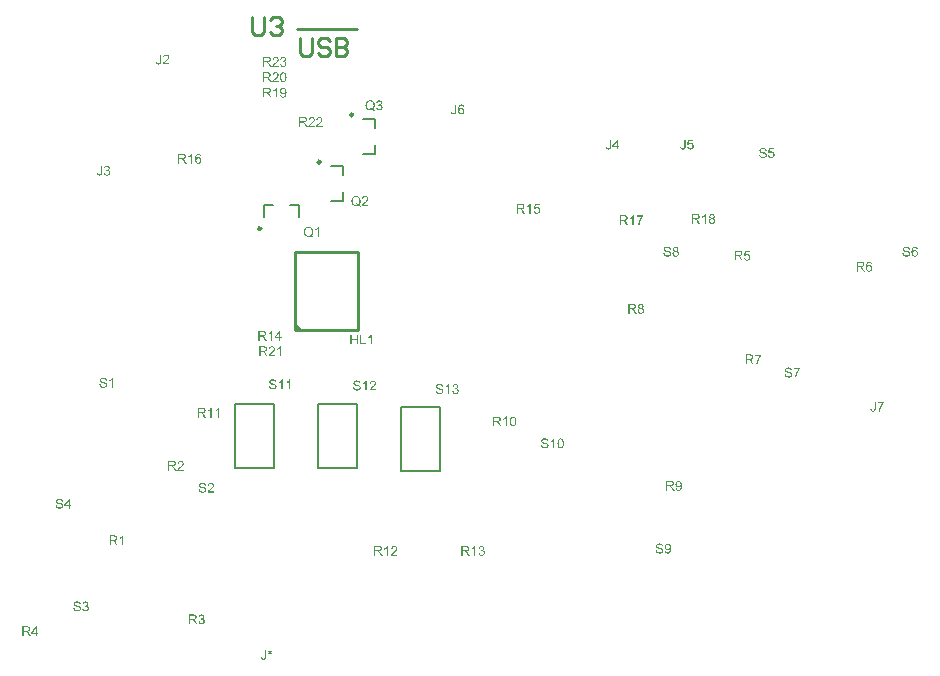
<source format=gto>
G04*
G04 #@! TF.GenerationSoftware,Altium Limited,CircuitMaker,2.2.1 (2.2.1.6)*
G04*
G04 Layer_Color=15132400*
%FSLAX25Y25*%
%MOIN*%
G70*
G04*
G04 #@! TF.SameCoordinates,7D6918CB-AAF1-45DD-B34D-4DF02806F7BC*
G04*
G04*
G04 #@! TF.FilePolarity,Positive*
G04*
G01*
G75*
%ADD10C,0.00984*%
%ADD11C,0.00787*%
%ADD12C,0.01000*%
G36*
X104071Y209541D02*
X104133Y209532D01*
X104208Y209518D01*
X104293Y209494D01*
X104379Y209466D01*
X104464Y209428D01*
X104469D01*
X104473Y209423D01*
X104502Y209409D01*
X104544Y209381D01*
X104591Y209347D01*
X104648Y209300D01*
X104705Y209248D01*
X104762Y209187D01*
X104809Y209116D01*
X104814Y209106D01*
X104828Y209083D01*
X104847Y209040D01*
X104870Y208988D01*
X104894Y208927D01*
X104913Y208856D01*
X104927Y208775D01*
X104932Y208695D01*
Y208685D01*
Y208657D01*
X104927Y208619D01*
X104918Y208567D01*
X104904Y208506D01*
X104880Y208439D01*
X104852Y208373D01*
X104814Y208307D01*
X104809Y208297D01*
X104795Y208278D01*
X104766Y208245D01*
X104729Y208208D01*
X104681Y208165D01*
X104624Y208118D01*
X104558Y208075D01*
X104478Y208032D01*
X104483D01*
X104492Y208028D01*
X104506Y208023D01*
X104525Y208018D01*
X104577Y207999D01*
X104643Y207971D01*
X104719Y207933D01*
X104795Y207886D01*
X104866Y207824D01*
X104932Y207753D01*
X104937Y207744D01*
X104956Y207716D01*
X104984Y207668D01*
X105012Y207607D01*
X105041Y207531D01*
X105069Y207441D01*
X105088Y207337D01*
X105093Y207224D01*
Y207219D01*
Y207205D01*
Y207181D01*
X105088Y207153D01*
X105083Y207115D01*
X105074Y207072D01*
X105064Y207025D01*
X105055Y206973D01*
X105017Y206859D01*
X104989Y206798D01*
X104960Y206741D01*
X104922Y206680D01*
X104880Y206618D01*
X104833Y206557D01*
X104776Y206500D01*
X104771Y206495D01*
X104762Y206486D01*
X104743Y206472D01*
X104719Y206453D01*
X104691Y206429D01*
X104653Y206405D01*
X104610Y206377D01*
X104558Y206353D01*
X104506Y206325D01*
X104445Y206297D01*
X104383Y206273D01*
X104312Y206249D01*
X104237Y206230D01*
X104156Y206216D01*
X104076Y206207D01*
X103986Y206202D01*
X103943D01*
X103915Y206207D01*
X103877Y206211D01*
X103835Y206216D01*
X103787Y206226D01*
X103735Y206235D01*
X103622Y206263D01*
X103504Y206311D01*
X103442Y206339D01*
X103385Y206372D01*
X103329Y206415D01*
X103272Y206457D01*
X103267Y206462D01*
X103258Y206472D01*
X103243Y206486D01*
X103229Y206505D01*
X103206Y206528D01*
X103182Y206561D01*
X103154Y206595D01*
X103125Y206637D01*
X103097Y206684D01*
X103068Y206732D01*
X103016Y206845D01*
X102974Y206978D01*
X102960Y207049D01*
X102950Y207124D01*
X103352Y207176D01*
Y207172D01*
X103357Y207162D01*
X103362Y207143D01*
X103366Y207120D01*
X103371Y207091D01*
X103381Y207058D01*
X103404Y206987D01*
X103437Y206902D01*
X103480Y206822D01*
X103527Y206746D01*
X103584Y206680D01*
X103593Y206675D01*
X103612Y206656D01*
X103650Y206632D01*
X103698Y206609D01*
X103754Y206580D01*
X103825Y206557D01*
X103906Y206538D01*
X103991Y206533D01*
X104019D01*
X104038Y206538D01*
X104090Y206542D01*
X104156Y206557D01*
X104232Y206580D01*
X104312Y206613D01*
X104393Y206661D01*
X104469Y206727D01*
X104478Y206736D01*
X104502Y206765D01*
X104530Y206807D01*
X104568Y206864D01*
X104606Y206935D01*
X104634Y207015D01*
X104658Y207110D01*
X104667Y207214D01*
Y207219D01*
Y207228D01*
Y207243D01*
X104662Y207261D01*
X104658Y207313D01*
X104643Y207375D01*
X104624Y207451D01*
X104591Y207526D01*
X104544Y207602D01*
X104483Y207673D01*
X104473Y207682D01*
X104449Y207701D01*
X104412Y207730D01*
X104360Y207763D01*
X104293Y207796D01*
X104213Y207824D01*
X104123Y207843D01*
X104024Y207853D01*
X103981D01*
X103948Y207848D01*
X103906Y207843D01*
X103858Y207834D01*
X103802Y207824D01*
X103740Y207810D01*
X103787Y208165D01*
X103811D01*
X103830Y208160D01*
X103891D01*
X103943Y208170D01*
X104005Y208179D01*
X104076Y208193D01*
X104156Y208217D01*
X104232Y208250D01*
X104312Y208293D01*
X104317D01*
X104322Y208297D01*
X104346Y208316D01*
X104379Y208349D01*
X104416Y208392D01*
X104454Y208453D01*
X104487Y208524D01*
X104511Y208605D01*
X104520Y208652D01*
Y208704D01*
Y208709D01*
Y208714D01*
Y208742D01*
X104511Y208780D01*
X104502Y208832D01*
X104483Y208889D01*
X104459Y208950D01*
X104421Y209012D01*
X104369Y209068D01*
X104364Y209073D01*
X104341Y209092D01*
X104308Y209116D01*
X104265Y209144D01*
X104208Y209168D01*
X104142Y209191D01*
X104066Y209210D01*
X103981Y209215D01*
X103943D01*
X103901Y209206D01*
X103844Y209196D01*
X103783Y209177D01*
X103721Y209154D01*
X103655Y209116D01*
X103593Y209068D01*
X103589Y209064D01*
X103570Y209040D01*
X103541Y209007D01*
X103508Y208960D01*
X103475Y208898D01*
X103442Y208822D01*
X103414Y208733D01*
X103395Y208629D01*
X102993Y208699D01*
Y208704D01*
X102997Y208718D01*
X103002Y208737D01*
X103007Y208766D01*
X103016Y208799D01*
X103031Y208837D01*
X103059Y208927D01*
X103106Y209031D01*
X103163Y209135D01*
X103234Y209234D01*
X103324Y209324D01*
X103329Y209329D01*
X103338Y209333D01*
X103352Y209343D01*
X103371Y209357D01*
X103395Y209376D01*
X103428Y209395D01*
X103461Y209414D01*
X103504Y209437D01*
X103598Y209475D01*
X103707Y209513D01*
X103835Y209537D01*
X103901Y209546D01*
X104019D01*
X104071Y209541D01*
D02*
G37*
G36*
X101564D02*
X101602Y209537D01*
X101649Y209532D01*
X101701Y209522D01*
X101753Y209513D01*
X101876Y209480D01*
X101999Y209433D01*
X102061Y209404D01*
X102122Y209371D01*
X102179Y209329D01*
X102231Y209281D01*
X102236Y209277D01*
X102245Y209272D01*
X102255Y209253D01*
X102274Y209234D01*
X102297Y209210D01*
X102321Y209177D01*
X102345Y209144D01*
X102373Y209102D01*
X102420Y209012D01*
X102468Y208898D01*
X102487Y208841D01*
X102496Y208775D01*
X102506Y208709D01*
X102510Y208638D01*
Y208629D01*
Y208605D01*
X102506Y208567D01*
X102501Y208515D01*
X102491Y208458D01*
X102472Y208392D01*
X102453Y208321D01*
X102425Y208250D01*
X102420Y208241D01*
X102411Y208217D01*
X102392Y208179D01*
X102364Y208127D01*
X102326Y208070D01*
X102278Y207999D01*
X102222Y207928D01*
X102155Y207848D01*
X102146Y207839D01*
X102122Y207810D01*
X102099Y207786D01*
X102075Y207763D01*
X102047Y207734D01*
X102009Y207697D01*
X101971Y207659D01*
X101924Y207616D01*
X101876Y207569D01*
X101820Y207517D01*
X101758Y207465D01*
X101692Y207403D01*
X101616Y207342D01*
X101541Y207276D01*
X101536Y207271D01*
X101526Y207261D01*
X101507Y207247D01*
X101484Y207228D01*
X101455Y207200D01*
X101422Y207172D01*
X101347Y207110D01*
X101266Y207039D01*
X101191Y206968D01*
X101124Y206907D01*
X101096Y206883D01*
X101072Y206859D01*
X101068Y206855D01*
X101053Y206840D01*
X101034Y206822D01*
X101011Y206793D01*
X100987Y206760D01*
X100959Y206727D01*
X100902Y206647D01*
X102515D01*
Y206259D01*
X100344D01*
Y206263D01*
Y206282D01*
Y206311D01*
X100349Y206349D01*
X100353Y206391D01*
X100363Y206438D01*
X100372Y206486D01*
X100391Y206538D01*
Y206542D01*
X100396Y206547D01*
X100405Y206576D01*
X100424Y206618D01*
X100453Y206675D01*
X100490Y206741D01*
X100538Y206817D01*
X100590Y206892D01*
X100656Y206973D01*
Y206978D01*
X100665Y206982D01*
X100689Y207011D01*
X100732Y207053D01*
X100793Y207115D01*
X100864Y207186D01*
X100954Y207271D01*
X101063Y207365D01*
X101181Y207465D01*
X101186Y207470D01*
X101205Y207484D01*
X101233Y207507D01*
X101266Y207536D01*
X101309Y207574D01*
X101361Y207616D01*
X101413Y207663D01*
X101474Y207716D01*
X101593Y207829D01*
X101711Y207943D01*
X101768Y207999D01*
X101820Y208056D01*
X101867Y208108D01*
X101905Y208160D01*
Y208165D01*
X101914Y208170D01*
X101924Y208184D01*
X101933Y208203D01*
X101966Y208255D01*
X102004Y208316D01*
X102037Y208392D01*
X102070Y208472D01*
X102089Y208562D01*
X102099Y208647D01*
Y208652D01*
Y208657D01*
X102094Y208685D01*
X102089Y208733D01*
X102075Y208785D01*
X102056Y208851D01*
X102023Y208917D01*
X101980Y208983D01*
X101924Y209049D01*
X101914Y209059D01*
X101891Y209078D01*
X101857Y209102D01*
X101805Y209135D01*
X101739Y209163D01*
X101664Y209191D01*
X101574Y209210D01*
X101474Y209215D01*
X101446D01*
X101427Y209210D01*
X101370Y209206D01*
X101304Y209191D01*
X101233Y209172D01*
X101153Y209139D01*
X101077Y209097D01*
X101006Y209040D01*
X100997Y209031D01*
X100978Y209007D01*
X100949Y208969D01*
X100921Y208912D01*
X100888Y208846D01*
X100859Y208761D01*
X100840Y208666D01*
X100831Y208558D01*
X100420Y208600D01*
Y208605D01*
X100424Y208619D01*
Y208643D01*
X100429Y208676D01*
X100438Y208714D01*
X100448Y208756D01*
X100462Y208808D01*
X100476Y208860D01*
X100514Y208974D01*
X100571Y209087D01*
X100604Y209144D01*
X100647Y209201D01*
X100689Y209253D01*
X100736Y209300D01*
X100741Y209305D01*
X100751Y209310D01*
X100765Y209324D01*
X100788Y209338D01*
X100817Y209357D01*
X100850Y209376D01*
X100888Y209399D01*
X100935Y209423D01*
X100987Y209447D01*
X101044Y209470D01*
X101105Y209489D01*
X101172Y209508D01*
X101243Y209522D01*
X101318Y209537D01*
X101399Y209541D01*
X101484Y209546D01*
X101531D01*
X101564Y209541D01*
D02*
G37*
G36*
X98826Y209527D02*
X98868D01*
X98967Y209522D01*
X99072Y209508D01*
X99185Y209494D01*
X99289Y209470D01*
X99341Y209456D01*
X99384Y209442D01*
X99388D01*
X99393Y209437D01*
X99422Y209423D01*
X99464Y209404D01*
X99516Y209371D01*
X99573Y209329D01*
X99634Y209272D01*
X99691Y209206D01*
X99748Y209130D01*
Y209125D01*
X99753Y209120D01*
X99772Y209092D01*
X99791Y209045D01*
X99819Y208983D01*
X99843Y208912D01*
X99866Y208827D01*
X99880Y208737D01*
X99885Y208638D01*
Y208633D01*
Y208624D01*
Y208605D01*
X99880Y208581D01*
Y208548D01*
X99876Y208515D01*
X99857Y208435D01*
X99828Y208340D01*
X99791Y208241D01*
X99734Y208141D01*
X99696Y208094D01*
X99658Y208047D01*
X99653Y208042D01*
X99649Y208037D01*
X99634Y208023D01*
X99616Y208009D01*
X99592Y207990D01*
X99563Y207971D01*
X99526Y207947D01*
X99488Y207919D01*
X99440Y207895D01*
X99388Y207872D01*
X99332Y207843D01*
X99270Y207820D01*
X99199Y207801D01*
X99128Y207777D01*
X99048Y207763D01*
X98963Y207749D01*
X98972Y207744D01*
X98991Y207734D01*
X99019Y207716D01*
X99057Y207697D01*
X99142Y207645D01*
X99185Y207611D01*
X99223Y207583D01*
X99232Y207574D01*
X99256Y207550D01*
X99294Y207512D01*
X99341Y207465D01*
X99393Y207399D01*
X99455Y207328D01*
X99516Y207243D01*
X99582Y207148D01*
X100145Y206259D01*
X99606D01*
X99176Y206940D01*
Y206945D01*
X99166Y206954D01*
X99157Y206968D01*
X99142Y206987D01*
X99109Y207039D01*
X99067Y207105D01*
X99015Y207176D01*
X98963Y207252D01*
X98911Y207323D01*
X98863Y207389D01*
X98859Y207394D01*
X98844Y207413D01*
X98821Y207441D01*
X98788Y207474D01*
X98717Y207545D01*
X98679Y207578D01*
X98641Y207607D01*
X98636Y207611D01*
X98627Y207616D01*
X98608Y207626D01*
X98580Y207640D01*
X98551Y207654D01*
X98518Y207668D01*
X98442Y207692D01*
X98438D01*
X98428Y207697D01*
X98409D01*
X98386Y207701D01*
X98353Y207706D01*
X98315D01*
X98263Y207711D01*
X97704D01*
Y206259D01*
X97269D01*
Y209532D01*
X98788D01*
X98826Y209527D01*
D02*
G37*
G36*
X116140Y189483D02*
X116177Y189478D01*
X116225Y189473D01*
X116277Y189464D01*
X116329Y189454D01*
X116452Y189421D01*
X116575Y189374D01*
X116636Y189346D01*
X116698Y189312D01*
X116754Y189270D01*
X116806Y189223D01*
X116811Y189218D01*
X116821Y189213D01*
X116830Y189194D01*
X116849Y189175D01*
X116873Y189152D01*
X116896Y189118D01*
X116920Y189085D01*
X116948Y189043D01*
X116996Y188953D01*
X117043Y188839D01*
X117062Y188783D01*
X117071Y188716D01*
X117081Y188650D01*
X117086Y188579D01*
Y188570D01*
Y188546D01*
X117081Y188508D01*
X117076Y188456D01*
X117067Y188400D01*
X117048Y188333D01*
X117029Y188262D01*
X117000Y188191D01*
X116996Y188182D01*
X116986Y188158D01*
X116967Y188120D01*
X116939Y188068D01*
X116901Y188012D01*
X116854Y187941D01*
X116797Y187870D01*
X116731Y187789D01*
X116721Y187780D01*
X116698Y187751D01*
X116674Y187728D01*
X116650Y187704D01*
X116622Y187676D01*
X116584Y187638D01*
X116546Y187600D01*
X116499Y187557D01*
X116452Y187510D01*
X116395Y187458D01*
X116333Y187406D01*
X116267Y187345D01*
X116192Y187283D01*
X116116Y187217D01*
X116111Y187212D01*
X116102Y187203D01*
X116083Y187189D01*
X116059Y187170D01*
X116031Y187141D01*
X115998Y187113D01*
X115922Y187051D01*
X115842Y186980D01*
X115766Y186909D01*
X115700Y186848D01*
X115671Y186824D01*
X115648Y186801D01*
X115643Y186796D01*
X115629Y186782D01*
X115610Y186763D01*
X115586Y186734D01*
X115562Y186701D01*
X115534Y186668D01*
X115477Y186588D01*
X117090D01*
Y186200D01*
X114919D01*
Y186205D01*
Y186224D01*
Y186252D01*
X114924Y186290D01*
X114929Y186332D01*
X114938Y186380D01*
X114948Y186427D01*
X114966Y186479D01*
Y186484D01*
X114971Y186488D01*
X114981Y186517D01*
X115000Y186559D01*
X115028Y186616D01*
X115066Y186682D01*
X115113Y186758D01*
X115165Y186834D01*
X115231Y186914D01*
Y186919D01*
X115241Y186924D01*
X115264Y186952D01*
X115307Y186995D01*
X115369Y187056D01*
X115439Y187127D01*
X115529Y187212D01*
X115638Y187307D01*
X115756Y187406D01*
X115761Y187411D01*
X115780Y187425D01*
X115808Y187449D01*
X115842Y187477D01*
X115884Y187515D01*
X115936Y187557D01*
X115988Y187605D01*
X116050Y187657D01*
X116168Y187770D01*
X116286Y187884D01*
X116343Y187941D01*
X116395Y187997D01*
X116442Y188049D01*
X116480Y188101D01*
Y188106D01*
X116490Y188111D01*
X116499Y188125D01*
X116508Y188144D01*
X116542Y188196D01*
X116579Y188258D01*
X116613Y188333D01*
X116646Y188414D01*
X116665Y188504D01*
X116674Y188589D01*
Y188593D01*
Y188598D01*
X116669Y188627D01*
X116665Y188674D01*
X116650Y188726D01*
X116631Y188792D01*
X116598Y188858D01*
X116556Y188925D01*
X116499Y188991D01*
X116490Y189000D01*
X116466Y189019D01*
X116433Y189043D01*
X116381Y189076D01*
X116315Y189104D01*
X116239Y189133D01*
X116149Y189152D01*
X116050Y189156D01*
X116021D01*
X116002Y189152D01*
X115946Y189147D01*
X115879Y189133D01*
X115808Y189114D01*
X115728Y189081D01*
X115652Y189038D01*
X115581Y188981D01*
X115572Y188972D01*
X115553Y188948D01*
X115525Y188910D01*
X115496Y188854D01*
X115463Y188787D01*
X115435Y188702D01*
X115416Y188608D01*
X115406Y188499D01*
X114995Y188541D01*
Y188546D01*
X115000Y188560D01*
Y188584D01*
X115004Y188617D01*
X115014Y188655D01*
X115023Y188697D01*
X115038Y188750D01*
X115052Y188802D01*
X115089Y188915D01*
X115146Y189029D01*
X115179Y189085D01*
X115222Y189142D01*
X115264Y189194D01*
X115312Y189241D01*
X115317Y189246D01*
X115326Y189251D01*
X115340Y189265D01*
X115364Y189279D01*
X115392Y189298D01*
X115425Y189317D01*
X115463Y189341D01*
X115510Y189364D01*
X115562Y189388D01*
X115619Y189412D01*
X115681Y189431D01*
X115747Y189450D01*
X115818Y189464D01*
X115894Y189478D01*
X115974Y189483D01*
X116059Y189487D01*
X116106D01*
X116140Y189483D01*
D02*
G37*
G36*
X113595D02*
X113633Y189478D01*
X113680Y189473D01*
X113732Y189464D01*
X113784Y189454D01*
X113907Y189421D01*
X114030Y189374D01*
X114092Y189346D01*
X114153Y189312D01*
X114210Y189270D01*
X114262Y189223D01*
X114267Y189218D01*
X114276Y189213D01*
X114285Y189194D01*
X114304Y189175D01*
X114328Y189152D01*
X114352Y189118D01*
X114375Y189085D01*
X114404Y189043D01*
X114451Y188953D01*
X114498Y188839D01*
X114517Y188783D01*
X114527Y188716D01*
X114536Y188650D01*
X114541Y188579D01*
Y188570D01*
Y188546D01*
X114536Y188508D01*
X114531Y188456D01*
X114522Y188400D01*
X114503Y188333D01*
X114484Y188262D01*
X114456Y188191D01*
X114451Y188182D01*
X114442Y188158D01*
X114423Y188120D01*
X114394Y188068D01*
X114356Y188012D01*
X114309Y187941D01*
X114252Y187870D01*
X114186Y187789D01*
X114177Y187780D01*
X114153Y187751D01*
X114129Y187728D01*
X114106Y187704D01*
X114077Y187676D01*
X114040Y187638D01*
X114002Y187600D01*
X113954Y187557D01*
X113907Y187510D01*
X113850Y187458D01*
X113789Y187406D01*
X113723Y187345D01*
X113647Y187283D01*
X113571Y187217D01*
X113567Y187212D01*
X113557Y187203D01*
X113538Y187189D01*
X113514Y187170D01*
X113486Y187141D01*
X113453Y187113D01*
X113377Y187051D01*
X113297Y186980D01*
X113221Y186909D01*
X113155Y186848D01*
X113127Y186824D01*
X113103Y186801D01*
X113098Y186796D01*
X113084Y186782D01*
X113065Y186763D01*
X113041Y186734D01*
X113018Y186701D01*
X112989Y186668D01*
X112933Y186588D01*
X114546D01*
Y186200D01*
X112374D01*
Y186205D01*
Y186224D01*
Y186252D01*
X112379Y186290D01*
X112384Y186332D01*
X112393Y186380D01*
X112403Y186427D01*
X112422Y186479D01*
Y186484D01*
X112426Y186488D01*
X112436Y186517D01*
X112455Y186559D01*
X112483Y186616D01*
X112521Y186682D01*
X112568Y186758D01*
X112620Y186834D01*
X112687Y186914D01*
Y186919D01*
X112696Y186924D01*
X112720Y186952D01*
X112762Y186995D01*
X112824Y187056D01*
X112895Y187127D01*
X112985Y187212D01*
X113093Y187307D01*
X113212Y187406D01*
X113216Y187411D01*
X113235Y187425D01*
X113264Y187449D01*
X113297Y187477D01*
X113339Y187515D01*
X113391Y187557D01*
X113444Y187605D01*
X113505Y187657D01*
X113623Y187770D01*
X113742Y187884D01*
X113798Y187941D01*
X113850Y187997D01*
X113898Y188049D01*
X113935Y188101D01*
Y188106D01*
X113945Y188111D01*
X113954Y188125D01*
X113964Y188144D01*
X113997Y188196D01*
X114035Y188258D01*
X114068Y188333D01*
X114101Y188414D01*
X114120Y188504D01*
X114129Y188589D01*
Y188593D01*
Y188598D01*
X114125Y188627D01*
X114120Y188674D01*
X114106Y188726D01*
X114087Y188792D01*
X114054Y188858D01*
X114011Y188925D01*
X113954Y188991D01*
X113945Y189000D01*
X113921Y189019D01*
X113888Y189043D01*
X113836Y189076D01*
X113770Y189104D01*
X113694Y189133D01*
X113604Y189152D01*
X113505Y189156D01*
X113477D01*
X113458Y189152D01*
X113401Y189147D01*
X113335Y189133D01*
X113264Y189114D01*
X113183Y189081D01*
X113108Y189038D01*
X113037Y188981D01*
X113027Y188972D01*
X113008Y188948D01*
X112980Y188910D01*
X112952Y188854D01*
X112918Y188787D01*
X112890Y188702D01*
X112871Y188608D01*
X112862Y188499D01*
X112450Y188541D01*
Y188546D01*
X112455Y188560D01*
Y188584D01*
X112460Y188617D01*
X112469Y188655D01*
X112479Y188697D01*
X112493Y188750D01*
X112507Y188802D01*
X112545Y188915D01*
X112601Y189029D01*
X112635Y189085D01*
X112677Y189142D01*
X112720Y189194D01*
X112767Y189241D01*
X112772Y189246D01*
X112781Y189251D01*
X112795Y189265D01*
X112819Y189279D01*
X112847Y189298D01*
X112881Y189317D01*
X112918Y189341D01*
X112966Y189364D01*
X113018Y189388D01*
X113075Y189412D01*
X113136Y189431D01*
X113202Y189450D01*
X113273Y189464D01*
X113349Y189478D01*
X113429Y189483D01*
X113514Y189487D01*
X113562D01*
X113595Y189483D01*
D02*
G37*
G36*
X110856Y189468D02*
X110899D01*
X110998Y189464D01*
X111102Y189450D01*
X111216Y189435D01*
X111320Y189412D01*
X111372Y189398D01*
X111414Y189383D01*
X111419D01*
X111424Y189379D01*
X111452Y189364D01*
X111495Y189346D01*
X111547Y189312D01*
X111603Y189270D01*
X111665Y189213D01*
X111722Y189147D01*
X111778Y189071D01*
Y189066D01*
X111783Y189062D01*
X111802Y189033D01*
X111821Y188986D01*
X111849Y188925D01*
X111873Y188854D01*
X111897Y188768D01*
X111911Y188679D01*
X111916Y188579D01*
Y188575D01*
Y188565D01*
Y188546D01*
X111911Y188522D01*
Y188489D01*
X111906Y188456D01*
X111887Y188376D01*
X111859Y188281D01*
X111821Y188182D01*
X111764Y188083D01*
X111726Y188035D01*
X111689Y187988D01*
X111684Y187983D01*
X111679Y187978D01*
X111665Y187964D01*
X111646Y187950D01*
X111622Y187931D01*
X111594Y187912D01*
X111556Y187889D01*
X111518Y187860D01*
X111471Y187837D01*
X111419Y187813D01*
X111362Y187785D01*
X111301Y187761D01*
X111230Y187742D01*
X111159Y187718D01*
X111079Y187704D01*
X110993Y187690D01*
X111003Y187685D01*
X111022Y187676D01*
X111050Y187657D01*
X111088Y187638D01*
X111173Y187586D01*
X111216Y187553D01*
X111253Y187524D01*
X111263Y187515D01*
X111287Y187491D01*
X111324Y187453D01*
X111372Y187406D01*
X111424Y187340D01*
X111485Y187269D01*
X111547Y187184D01*
X111613Y187089D01*
X112176Y186200D01*
X111637D01*
X111206Y186881D01*
Y186886D01*
X111197Y186895D01*
X111187Y186909D01*
X111173Y186928D01*
X111140Y186980D01*
X111097Y187047D01*
X111045Y187118D01*
X110993Y187193D01*
X110941Y187264D01*
X110894Y187330D01*
X110889Y187335D01*
X110875Y187354D01*
X110851Y187382D01*
X110818Y187416D01*
X110747Y187487D01*
X110710Y187520D01*
X110672Y187548D01*
X110667Y187553D01*
X110658Y187557D01*
X110639Y187567D01*
X110610Y187581D01*
X110582Y187595D01*
X110549Y187610D01*
X110473Y187633D01*
X110468D01*
X110459Y187638D01*
X110440D01*
X110416Y187643D01*
X110383Y187647D01*
X110345D01*
X110293Y187652D01*
X109735D01*
Y186200D01*
X109300D01*
Y189473D01*
X110818D01*
X110856Y189468D01*
D02*
G37*
G36*
X103201Y109774D02*
X102799D01*
Y112333D01*
X102794Y112328D01*
X102771Y112309D01*
X102742Y112280D01*
X102695Y112247D01*
X102643Y112205D01*
X102577Y112158D01*
X102501Y112106D01*
X102416Y112054D01*
X102411D01*
X102407Y112049D01*
X102378Y112030D01*
X102331Y112006D01*
X102274Y111978D01*
X102208Y111945D01*
X102137Y111912D01*
X102066Y111879D01*
X101995Y111850D01*
Y112238D01*
X102000D01*
X102009Y112247D01*
X102028Y112252D01*
X102052Y112266D01*
X102080Y112280D01*
X102113Y112300D01*
X102194Y112347D01*
X102288Y112399D01*
X102383Y112465D01*
X102482Y112541D01*
X102582Y112621D01*
X102586Y112626D01*
X102591Y112631D01*
X102605Y112645D01*
X102624Y112659D01*
X102667Y112706D01*
X102723Y112763D01*
X102780Y112829D01*
X102842Y112905D01*
X102894Y112981D01*
X102941Y113061D01*
X103201D01*
Y109774D01*
D02*
G37*
G36*
X100306Y113056D02*
X100344Y113051D01*
X100391Y113047D01*
X100443Y113037D01*
X100496Y113028D01*
X100619Y112995D01*
X100742Y112947D01*
X100803Y112919D01*
X100865Y112886D01*
X100921Y112843D01*
X100973Y112796D01*
X100978Y112791D01*
X100988Y112787D01*
X100997Y112768D01*
X101016Y112749D01*
X101040Y112725D01*
X101063Y112692D01*
X101087Y112659D01*
X101115Y112616D01*
X101163Y112527D01*
X101210Y112413D01*
X101229Y112356D01*
X101238Y112290D01*
X101248Y112224D01*
X101252Y112153D01*
Y112143D01*
Y112120D01*
X101248Y112082D01*
X101243Y112030D01*
X101233Y111973D01*
X101215Y111907D01*
X101196Y111836D01*
X101167Y111765D01*
X101163Y111756D01*
X101153Y111732D01*
X101134Y111694D01*
X101106Y111642D01*
X101068Y111585D01*
X101021Y111514D01*
X100964Y111443D01*
X100898Y111363D01*
X100888Y111354D01*
X100865Y111325D01*
X100841Y111301D01*
X100817Y111278D01*
X100789Y111249D01*
X100751Y111212D01*
X100713Y111174D01*
X100666Y111131D01*
X100619Y111084D01*
X100562Y111032D01*
X100500Y110980D01*
X100434Y110918D01*
X100358Y110857D01*
X100283Y110791D01*
X100278Y110786D01*
X100268Y110776D01*
X100250Y110762D01*
X100226Y110743D01*
X100198Y110715D01*
X100164Y110687D01*
X100089Y110625D01*
X100008Y110554D01*
X99933Y110483D01*
X99866Y110422D01*
X99838Y110398D01*
X99814Y110374D01*
X99810Y110370D01*
X99796Y110355D01*
X99777Y110336D01*
X99753Y110308D01*
X99729Y110275D01*
X99701Y110242D01*
X99644Y110161D01*
X101257D01*
Y109774D01*
X99086D01*
Y109778D01*
Y109797D01*
Y109826D01*
X99091Y109863D01*
X99095Y109906D01*
X99105Y109953D01*
X99114Y110001D01*
X99133Y110053D01*
Y110057D01*
X99138Y110062D01*
X99147Y110091D01*
X99166Y110133D01*
X99195Y110190D01*
X99233Y110256D01*
X99280Y110332D01*
X99332Y110407D01*
X99398Y110488D01*
Y110493D01*
X99408Y110497D01*
X99431Y110526D01*
X99474Y110568D01*
X99535Y110630D01*
X99606Y110701D01*
X99696Y110786D01*
X99805Y110880D01*
X99923Y110980D01*
X99928Y110985D01*
X99947Y110999D01*
X99975Y111022D01*
X100008Y111051D01*
X100051Y111089D01*
X100103Y111131D01*
X100155Y111179D01*
X100216Y111231D01*
X100335Y111344D01*
X100453Y111458D01*
X100510Y111514D01*
X100562Y111571D01*
X100609Y111623D01*
X100647Y111675D01*
Y111680D01*
X100656Y111685D01*
X100666Y111699D01*
X100675Y111718D01*
X100708Y111770D01*
X100746Y111831D01*
X100779Y111907D01*
X100812Y111987D01*
X100831Y112077D01*
X100841Y112162D01*
Y112167D01*
Y112172D01*
X100836Y112200D01*
X100831Y112247D01*
X100817Y112300D01*
X100798Y112366D01*
X100765Y112432D01*
X100723Y112498D01*
X100666Y112564D01*
X100656Y112574D01*
X100633Y112593D01*
X100600Y112616D01*
X100548Y112650D01*
X100481Y112678D01*
X100406Y112706D01*
X100316Y112725D01*
X100216Y112730D01*
X100188D01*
X100169Y112725D01*
X100112Y112720D01*
X100046Y112706D01*
X99975Y112687D01*
X99895Y112654D01*
X99819Y112612D01*
X99748Y112555D01*
X99739Y112545D01*
X99720Y112522D01*
X99691Y112484D01*
X99663Y112427D01*
X99630Y112361D01*
X99602Y112276D01*
X99583Y112181D01*
X99573Y112072D01*
X99162Y112115D01*
Y112120D01*
X99166Y112134D01*
Y112158D01*
X99171Y112191D01*
X99181Y112229D01*
X99190Y112271D01*
X99204Y112323D01*
X99218Y112375D01*
X99256Y112489D01*
X99313Y112602D01*
X99346Y112659D01*
X99389Y112716D01*
X99431Y112768D01*
X99479Y112815D01*
X99483Y112820D01*
X99493Y112824D01*
X99507Y112839D01*
X99531Y112853D01*
X99559Y112872D01*
X99592Y112891D01*
X99630Y112914D01*
X99677Y112938D01*
X99729Y112962D01*
X99786Y112985D01*
X99848Y113004D01*
X99914Y113023D01*
X99985Y113037D01*
X100060Y113051D01*
X100141Y113056D01*
X100226Y113061D01*
X100273D01*
X100306Y113056D01*
D02*
G37*
G36*
X97568Y113042D02*
X97610D01*
X97710Y113037D01*
X97814Y113023D01*
X97927Y113009D01*
X98031Y112985D01*
X98083Y112971D01*
X98126Y112957D01*
X98131D01*
X98135Y112952D01*
X98164Y112938D01*
X98206Y112919D01*
X98258Y112886D01*
X98315Y112843D01*
X98377Y112787D01*
X98433Y112720D01*
X98490Y112645D01*
Y112640D01*
X98495Y112635D01*
X98514Y112607D01*
X98533Y112560D01*
X98561Y112498D01*
X98585Y112427D01*
X98608Y112342D01*
X98623Y112252D01*
X98627Y112153D01*
Y112148D01*
Y112139D01*
Y112120D01*
X98623Y112096D01*
Y112063D01*
X98618Y112030D01*
X98599Y111950D01*
X98570Y111855D01*
X98533Y111756D01*
X98476Y111656D01*
X98438Y111609D01*
X98400Y111562D01*
X98395Y111557D01*
X98391Y111552D01*
X98377Y111538D01*
X98358Y111524D01*
X98334Y111505D01*
X98306Y111486D01*
X98268Y111462D01*
X98230Y111434D01*
X98183Y111410D01*
X98131Y111387D01*
X98074Y111358D01*
X98012Y111335D01*
X97941Y111316D01*
X97870Y111292D01*
X97790Y111278D01*
X97705Y111264D01*
X97714Y111259D01*
X97733Y111249D01*
X97762Y111231D01*
X97799Y111212D01*
X97885Y111160D01*
X97927Y111126D01*
X97965Y111098D01*
X97974Y111089D01*
X97998Y111065D01*
X98036Y111027D01*
X98083Y110980D01*
X98135Y110914D01*
X98197Y110843D01*
X98258Y110758D01*
X98325Y110663D01*
X98887Y109774D01*
X98348D01*
X97918Y110455D01*
Y110459D01*
X97908Y110469D01*
X97899Y110483D01*
X97885Y110502D01*
X97852Y110554D01*
X97809Y110620D01*
X97757Y110691D01*
X97705Y110767D01*
X97653Y110838D01*
X97606Y110904D01*
X97601Y110909D01*
X97587Y110928D01*
X97563Y110956D01*
X97530Y110989D01*
X97459Y111060D01*
X97421Y111093D01*
X97383Y111122D01*
X97378Y111126D01*
X97369Y111131D01*
X97350Y111141D01*
X97322Y111155D01*
X97293Y111169D01*
X97260Y111183D01*
X97184Y111207D01*
X97180D01*
X97170Y111212D01*
X97151D01*
X97128Y111216D01*
X97095Y111221D01*
X97057D01*
X97005Y111226D01*
X96447D01*
Y109774D01*
X96012D01*
Y113047D01*
X97530D01*
X97568Y113042D01*
D02*
G37*
G36*
X301524Y92346D02*
Y92341D01*
Y92327D01*
Y92308D01*
Y92280D01*
X301519Y92242D01*
Y92204D01*
X301510Y92114D01*
X301500Y92010D01*
X301481Y91901D01*
X301453Y91802D01*
X301420Y91707D01*
Y91703D01*
X301415Y91698D01*
X301401Y91669D01*
X301377Y91632D01*
X301344Y91580D01*
X301297Y91527D01*
X301245Y91471D01*
X301179Y91414D01*
X301103Y91367D01*
X301093Y91362D01*
X301065Y91348D01*
X301023Y91329D01*
X300961Y91310D01*
X300885Y91286D01*
X300800Y91267D01*
X300706Y91253D01*
X300602Y91248D01*
X300559D01*
X300531Y91253D01*
X300493Y91258D01*
X300455Y91263D01*
X300356Y91281D01*
X300252Y91310D01*
X300143Y91352D01*
X300086Y91381D01*
X300034Y91414D01*
X299987Y91452D01*
X299939Y91494D01*
X299935Y91499D01*
X299930Y91504D01*
X299920Y91523D01*
X299906Y91542D01*
X299887Y91565D01*
X299868Y91598D01*
X299850Y91636D01*
X299826Y91679D01*
X299807Y91726D01*
X299788Y91783D01*
X299769Y91840D01*
X299750Y91906D01*
X299741Y91977D01*
X299727Y92057D01*
X299722Y92138D01*
Y92228D01*
X300114Y92284D01*
Y92280D01*
Y92270D01*
Y92251D01*
X300119Y92223D01*
X300124Y92194D01*
Y92161D01*
X300138Y92081D01*
X300152Y91996D01*
X300181Y91911D01*
X300209Y91835D01*
X300228Y91802D01*
X300252Y91773D01*
X300256Y91769D01*
X300275Y91755D01*
X300304Y91731D01*
X300341Y91707D01*
X300393Y91679D01*
X300450Y91660D01*
X300521Y91641D01*
X300597Y91636D01*
X300625D01*
X300654Y91641D01*
X300696Y91646D01*
X300739Y91655D01*
X300786Y91665D01*
X300833Y91684D01*
X300881Y91707D01*
X300885Y91712D01*
X300900Y91721D01*
X300918Y91740D01*
X300947Y91759D01*
X300971Y91792D01*
X300999Y91825D01*
X301023Y91863D01*
X301041Y91911D01*
Y91915D01*
X301051Y91934D01*
X301056Y91967D01*
X301065Y92010D01*
X301075Y92067D01*
X301079Y92138D01*
X301089Y92223D01*
Y92322D01*
Y94578D01*
X301524D01*
Y92346D01*
D02*
G37*
G36*
X304215Y94219D02*
X304210Y94214D01*
X304201Y94205D01*
X304182Y94186D01*
X304163Y94157D01*
X304135Y94124D01*
X304097Y94086D01*
X304059Y94039D01*
X304017Y93982D01*
X303974Y93926D01*
X303922Y93859D01*
X303870Y93784D01*
X303818Y93708D01*
X303761Y93623D01*
X303704Y93533D01*
X303648Y93434D01*
X303591Y93334D01*
X303586Y93330D01*
X303577Y93311D01*
X303562Y93282D01*
X303539Y93240D01*
X303515Y93188D01*
X303487Y93131D01*
X303454Y93065D01*
X303421Y92989D01*
X303383Y92904D01*
X303340Y92819D01*
X303302Y92724D01*
X303264Y92625D01*
X303189Y92422D01*
X303118Y92204D01*
Y92199D01*
X303113Y92185D01*
X303108Y92161D01*
X303099Y92133D01*
X303089Y92095D01*
X303080Y92048D01*
X303066Y91996D01*
X303056Y91939D01*
X303042Y91873D01*
X303028Y91802D01*
X303004Y91650D01*
X302981Y91485D01*
X302966Y91305D01*
X302555D01*
Y91310D01*
Y91324D01*
Y91343D01*
X302560Y91371D01*
Y91409D01*
X302565Y91457D01*
X302569Y91509D01*
X302574Y91565D01*
X302583Y91632D01*
X302593Y91698D01*
X302607Y91778D01*
X302621Y91859D01*
X302635Y91944D01*
X302654Y92038D01*
X302702Y92232D01*
Y92237D01*
X302706Y92256D01*
X302716Y92284D01*
X302730Y92327D01*
X302744Y92374D01*
X302763Y92431D01*
X302782Y92497D01*
X302810Y92568D01*
X302839Y92649D01*
X302867Y92729D01*
X302938Y92909D01*
X303023Y93098D01*
X303118Y93287D01*
X303123Y93292D01*
X303132Y93311D01*
X303146Y93334D01*
X303165Y93372D01*
X303189Y93415D01*
X303222Y93467D01*
X303255Y93524D01*
X303293Y93585D01*
X303383Y93722D01*
X303477Y93864D01*
X303586Y94011D01*
X303700Y94148D01*
X302096D01*
Y94536D01*
X304215D01*
Y94219D01*
D02*
G37*
G36*
X163481Y193683D02*
X163514D01*
X163552Y193678D01*
X163641Y193659D01*
X163741Y193635D01*
X163845Y193597D01*
X163949Y193541D01*
X164001Y193508D01*
X164048Y193470D01*
X164053Y193465D01*
X164058Y193460D01*
X164072Y193446D01*
X164086Y193432D01*
X164110Y193408D01*
X164129Y193380D01*
X164181Y193314D01*
X164233Y193228D01*
X164280Y193124D01*
X164323Y193006D01*
X164351Y192874D01*
X163949Y192841D01*
Y192845D01*
X163944Y192850D01*
X163939Y192878D01*
X163925Y192921D01*
X163906Y192973D01*
X163887Y193030D01*
X163859Y193087D01*
X163826Y193139D01*
X163793Y193181D01*
X163783Y193191D01*
X163764Y193210D01*
X163731Y193238D01*
X163684Y193271D01*
X163622Y193299D01*
X163556Y193328D01*
X163476Y193347D01*
X163391Y193356D01*
X163358D01*
X163320Y193351D01*
X163277Y193342D01*
X163221Y193328D01*
X163164Y193309D01*
X163107Y193285D01*
X163050Y193247D01*
X163041Y193243D01*
X163017Y193224D01*
X162984Y193191D01*
X162941Y193143D01*
X162894Y193087D01*
X162842Y193020D01*
X162795Y192935D01*
X162748Y192841D01*
Y192836D01*
X162743Y192826D01*
X162738Y192812D01*
X162729Y192793D01*
X162724Y192765D01*
X162714Y192732D01*
X162705Y192694D01*
X162695Y192647D01*
X162681Y192595D01*
X162672Y192538D01*
X162662Y192476D01*
X162658Y192410D01*
X162648Y192335D01*
X162643Y192259D01*
X162639Y192174D01*
Y192089D01*
X162643Y192093D01*
X162662Y192122D01*
X162695Y192160D01*
X162738Y192207D01*
X162785Y192264D01*
X162847Y192316D01*
X162913Y192368D01*
X162989Y192415D01*
X162993D01*
X162998Y192420D01*
X163026Y192434D01*
X163069Y192448D01*
X163126Y192472D01*
X163192Y192491D01*
X163268Y192505D01*
X163348Y192519D01*
X163433Y192524D01*
X163471D01*
X163499Y192519D01*
X163537Y192514D01*
X163575Y192510D01*
X163622Y192500D01*
X163670Y192486D01*
X163779Y192453D01*
X163835Y192429D01*
X163892Y192396D01*
X163949Y192363D01*
X164010Y192325D01*
X164067Y192278D01*
X164119Y192226D01*
X164124Y192221D01*
X164133Y192212D01*
X164147Y192197D01*
X164162Y192174D01*
X164185Y192141D01*
X164209Y192107D01*
X164233Y192065D01*
X164261Y192018D01*
X164289Y191966D01*
X164313Y191909D01*
X164337Y191843D01*
X164360Y191776D01*
X164375Y191706D01*
X164389Y191625D01*
X164398Y191545D01*
X164403Y191460D01*
Y191455D01*
Y191445D01*
Y191431D01*
Y191408D01*
X164398Y191379D01*
Y191351D01*
X164384Y191275D01*
X164370Y191185D01*
X164346Y191091D01*
X164313Y190987D01*
X164266Y190887D01*
Y190883D01*
X164261Y190878D01*
X164252Y190864D01*
X164242Y190845D01*
X164214Y190797D01*
X164171Y190736D01*
X164119Y190670D01*
X164058Y190603D01*
X163982Y190537D01*
X163902Y190480D01*
X163897D01*
X163892Y190476D01*
X163878Y190466D01*
X163859Y190462D01*
X163812Y190438D01*
X163750Y190414D01*
X163670Y190386D01*
X163580Y190367D01*
X163481Y190348D01*
X163372Y190343D01*
X163348D01*
X163324Y190348D01*
X163287D01*
X163244Y190353D01*
X163197Y190362D01*
X163140Y190376D01*
X163083Y190391D01*
X163017Y190410D01*
X162951Y190433D01*
X162885Y190462D01*
X162814Y190499D01*
X162748Y190542D01*
X162681Y190589D01*
X162615Y190646D01*
X162554Y190712D01*
X162549Y190717D01*
X162539Y190731D01*
X162525Y190750D01*
X162506Y190783D01*
X162478Y190826D01*
X162454Y190873D01*
X162426Y190935D01*
X162397Y191001D01*
X162364Y191081D01*
X162336Y191171D01*
X162312Y191270D01*
X162289Y191379D01*
X162265Y191502D01*
X162251Y191635D01*
X162241Y191776D01*
X162237Y191928D01*
Y191932D01*
Y191937D01*
Y191951D01*
Y191970D01*
X162241Y192018D01*
Y192084D01*
X162246Y192160D01*
X162256Y192249D01*
X162265Y192349D01*
X162279Y192457D01*
X162298Y192566D01*
X162322Y192685D01*
X162350Y192798D01*
X162383Y192912D01*
X162426Y193020D01*
X162473Y193124D01*
X162525Y193224D01*
X162587Y193309D01*
X162591Y193314D01*
X162601Y193323D01*
X162620Y193342D01*
X162643Y193370D01*
X162672Y193399D01*
X162710Y193427D01*
X162757Y193465D01*
X162804Y193498D01*
X162861Y193531D01*
X162923Y193569D01*
X162993Y193597D01*
X163064Y193631D01*
X163145Y193654D01*
X163230Y193673D01*
X163320Y193683D01*
X163414Y193687D01*
X163452D01*
X163481Y193683D01*
D02*
G37*
G36*
X161712Y191441D02*
Y191436D01*
Y191422D01*
Y191403D01*
Y191374D01*
X161707Y191337D01*
Y191299D01*
X161697Y191209D01*
X161688Y191105D01*
X161669Y190996D01*
X161641Y190897D01*
X161608Y190802D01*
Y190797D01*
X161603Y190793D01*
X161589Y190764D01*
X161565Y190726D01*
X161532Y190674D01*
X161485Y190622D01*
X161433Y190566D01*
X161366Y190509D01*
X161291Y190462D01*
X161281Y190457D01*
X161253Y190443D01*
X161210Y190424D01*
X161149Y190405D01*
X161073Y190381D01*
X160988Y190362D01*
X160893Y190348D01*
X160789Y190343D01*
X160747D01*
X160718Y190348D01*
X160680Y190353D01*
X160643Y190357D01*
X160543Y190376D01*
X160439Y190405D01*
X160330Y190447D01*
X160274Y190476D01*
X160222Y190509D01*
X160174Y190547D01*
X160127Y190589D01*
X160122Y190594D01*
X160118Y190599D01*
X160108Y190618D01*
X160094Y190637D01*
X160075Y190660D01*
X160056Y190693D01*
X160037Y190731D01*
X160013Y190774D01*
X159995Y190821D01*
X159976Y190878D01*
X159957Y190935D01*
X159938Y191001D01*
X159928Y191072D01*
X159914Y191152D01*
X159909Y191233D01*
Y191322D01*
X160302Y191379D01*
Y191374D01*
Y191365D01*
Y191346D01*
X160307Y191318D01*
X160311Y191289D01*
Y191256D01*
X160326Y191176D01*
X160340Y191091D01*
X160368Y191005D01*
X160397Y190930D01*
X160416Y190897D01*
X160439Y190868D01*
X160444Y190864D01*
X160463Y190849D01*
X160491Y190826D01*
X160529Y190802D01*
X160581Y190774D01*
X160638Y190755D01*
X160709Y190736D01*
X160784Y190731D01*
X160813D01*
X160841Y190736D01*
X160884Y190741D01*
X160926Y190750D01*
X160974Y190760D01*
X161021Y190778D01*
X161068Y190802D01*
X161073Y190807D01*
X161087Y190816D01*
X161106Y190835D01*
X161135Y190854D01*
X161158Y190887D01*
X161187Y190920D01*
X161210Y190958D01*
X161229Y191005D01*
Y191010D01*
X161239Y191029D01*
X161243Y191062D01*
X161253Y191105D01*
X161262Y191162D01*
X161267Y191233D01*
X161276Y191318D01*
Y191417D01*
Y193673D01*
X161712D01*
Y191441D01*
D02*
G37*
G36*
X238126Y179747D02*
Y179743D01*
Y179728D01*
Y179709D01*
Y179681D01*
X238122Y179643D01*
Y179605D01*
X238112Y179516D01*
X238103Y179411D01*
X238084Y179303D01*
X238055Y179203D01*
X238022Y179109D01*
Y179104D01*
X238018Y179099D01*
X238003Y179071D01*
X237980Y179033D01*
X237947Y178981D01*
X237899Y178929D01*
X237847Y178872D01*
X237781Y178816D01*
X237705Y178768D01*
X237696Y178763D01*
X237667Y178749D01*
X237625Y178730D01*
X237563Y178711D01*
X237488Y178688D01*
X237403Y178669D01*
X237308Y178655D01*
X237204Y178650D01*
X237161D01*
X237133Y178655D01*
X237095Y178659D01*
X237057Y178664D01*
X236958Y178683D01*
X236854Y178711D01*
X236745Y178754D01*
X236688Y178782D01*
X236636Y178816D01*
X236589Y178853D01*
X236542Y178896D01*
X236537Y178901D01*
X236532Y178905D01*
X236523Y178924D01*
X236509Y178943D01*
X236490Y178967D01*
X236471Y179000D01*
X236452Y179038D01*
X236428Y179080D01*
X236409Y179128D01*
X236390Y179184D01*
X236371Y179241D01*
X236352Y179307D01*
X236343Y179378D01*
X236329Y179459D01*
X236324Y179539D01*
Y179629D01*
X236717Y179686D01*
Y179681D01*
Y179672D01*
Y179653D01*
X236721Y179624D01*
X236726Y179596D01*
Y179563D01*
X236740Y179482D01*
X236754Y179397D01*
X236783Y179312D01*
X236811Y179236D01*
X236830Y179203D01*
X236854Y179175D01*
X236859Y179170D01*
X236877Y179156D01*
X236906Y179132D01*
X236944Y179109D01*
X236996Y179080D01*
X237052Y179061D01*
X237123Y179043D01*
X237199Y179038D01*
X237228D01*
X237256Y179043D01*
X237298Y179047D01*
X237341Y179057D01*
X237388Y179066D01*
X237436Y179085D01*
X237483Y179109D01*
X237488Y179113D01*
X237502Y179123D01*
X237521Y179142D01*
X237549Y179161D01*
X237573Y179194D01*
X237601Y179227D01*
X237625Y179265D01*
X237644Y179312D01*
Y179317D01*
X237653Y179336D01*
X237658Y179369D01*
X237667Y179411D01*
X237677Y179468D01*
X237682Y179539D01*
X237691Y179624D01*
Y179724D01*
Y181980D01*
X238126D01*
Y179747D01*
D02*
G37*
G36*
X240685Y181554D02*
X239375D01*
X239200Y180670D01*
X239205Y180674D01*
X239214Y180679D01*
X239228Y180689D01*
X239252Y180703D01*
X239280Y180717D01*
X239314Y180736D01*
X239389Y180774D01*
X239484Y180812D01*
X239588Y180845D01*
X239701Y180868D01*
X239758Y180878D01*
X239862D01*
X239891Y180873D01*
X239928Y180868D01*
X239971Y180864D01*
X240018Y180854D01*
X240070Y180840D01*
X240184Y180807D01*
X240245Y180783D01*
X240307Y180750D01*
X240368Y180717D01*
X240430Y180679D01*
X240487Y180632D01*
X240543Y180580D01*
X240548Y180575D01*
X240558Y180566D01*
X240572Y180552D01*
X240591Y180528D01*
X240614Y180495D01*
X240638Y180462D01*
X240666Y180419D01*
X240695Y180372D01*
X240718Y180320D01*
X240747Y180263D01*
X240770Y180197D01*
X240794Y180131D01*
X240813Y180060D01*
X240827Y179979D01*
X240837Y179899D01*
X240841Y179814D01*
Y179809D01*
Y179795D01*
Y179771D01*
X240837Y179738D01*
X240832Y179700D01*
X240827Y179657D01*
X240818Y179605D01*
X240808Y179553D01*
X240780Y179430D01*
X240733Y179303D01*
X240704Y179236D01*
X240666Y179175D01*
X240628Y179109D01*
X240581Y179047D01*
X240576Y179043D01*
X240567Y179028D01*
X240548Y179009D01*
X240524Y178986D01*
X240491Y178957D01*
X240453Y178920D01*
X240406Y178886D01*
X240354Y178849D01*
X240297Y178811D01*
X240231Y178778D01*
X240160Y178745D01*
X240085Y178711D01*
X240004Y178688D01*
X239914Y178669D01*
X239820Y178655D01*
X239720Y178650D01*
X239678D01*
X239645Y178655D01*
X239607Y178659D01*
X239564Y178664D01*
X239512Y178669D01*
X239460Y178683D01*
X239342Y178711D01*
X239224Y178754D01*
X239162Y178782D01*
X239101Y178816D01*
X239044Y178853D01*
X238987Y178896D01*
X238982Y178901D01*
X238973Y178905D01*
X238964Y178924D01*
X238945Y178943D01*
X238921Y178967D01*
X238897Y178995D01*
X238869Y179033D01*
X238845Y179076D01*
X238817Y179118D01*
X238788Y179170D01*
X238736Y179284D01*
X238694Y179416D01*
X238680Y179487D01*
X238670Y179563D01*
X239091Y179596D01*
Y179591D01*
Y179582D01*
X239096Y179568D01*
X239101Y179544D01*
X239115Y179492D01*
X239134Y179421D01*
X239162Y179350D01*
X239200Y179270D01*
X239247Y179199D01*
X239304Y179132D01*
X239314Y179128D01*
X239332Y179109D01*
X239370Y179085D01*
X239422Y179057D01*
X239479Y179028D01*
X239550Y179005D01*
X239630Y178986D01*
X239720Y178981D01*
X239749D01*
X239768Y178986D01*
X239824Y178991D01*
X239891Y179009D01*
X239971Y179033D01*
X240051Y179071D01*
X240137Y179128D01*
X240174Y179161D01*
X240212Y179199D01*
X240217Y179203D01*
X240222Y179208D01*
X240231Y179222D01*
X240245Y179236D01*
X240278Y179289D01*
X240316Y179355D01*
X240349Y179435D01*
X240383Y179534D01*
X240406Y179653D01*
X240416Y179714D01*
Y179780D01*
Y179785D01*
Y179795D01*
Y179814D01*
X240411Y179837D01*
Y179866D01*
X240406Y179899D01*
X240392Y179974D01*
X240368Y180064D01*
X240335Y180154D01*
X240288Y180239D01*
X240222Y180320D01*
Y180324D01*
X240212Y180329D01*
X240189Y180353D01*
X240146Y180386D01*
X240089Y180424D01*
X240014Y180457D01*
X239928Y180490D01*
X239829Y180514D01*
X239772Y180523D01*
X239682D01*
X239645Y180518D01*
X239597Y180514D01*
X239541Y180499D01*
X239484Y180485D01*
X239422Y180462D01*
X239361Y180433D01*
X239356Y180429D01*
X239337Y180419D01*
X239309Y180395D01*
X239271Y180372D01*
X239233Y180339D01*
X239195Y180296D01*
X239153Y180254D01*
X239120Y180201D01*
X238741Y180254D01*
X239058Y181937D01*
X240685D01*
Y181554D01*
D02*
G37*
G36*
X213342Y179747D02*
Y179743D01*
Y179728D01*
Y179709D01*
Y179681D01*
X213337Y179643D01*
Y179605D01*
X213328Y179516D01*
X213318Y179411D01*
X213299Y179303D01*
X213271Y179203D01*
X213238Y179109D01*
Y179104D01*
X213233Y179099D01*
X213219Y179071D01*
X213195Y179033D01*
X213162Y178981D01*
X213115Y178929D01*
X213063Y178872D01*
X212997Y178816D01*
X212921Y178768D01*
X212912Y178763D01*
X212883Y178749D01*
X212841Y178730D01*
X212779Y178711D01*
X212703Y178688D01*
X212618Y178669D01*
X212524Y178655D01*
X212420Y178650D01*
X212377D01*
X212349Y178655D01*
X212311Y178659D01*
X212273Y178664D01*
X212174Y178683D01*
X212070Y178711D01*
X211961Y178754D01*
X211904Y178782D01*
X211852Y178816D01*
X211805Y178853D01*
X211757Y178896D01*
X211753Y178901D01*
X211748Y178905D01*
X211738Y178924D01*
X211724Y178943D01*
X211705Y178967D01*
X211686Y179000D01*
X211668Y179038D01*
X211644Y179080D01*
X211625Y179128D01*
X211606Y179184D01*
X211587Y179241D01*
X211568Y179307D01*
X211559Y179378D01*
X211545Y179459D01*
X211540Y179539D01*
Y179629D01*
X211932Y179686D01*
Y179681D01*
Y179672D01*
Y179653D01*
X211937Y179624D01*
X211942Y179596D01*
Y179563D01*
X211956Y179482D01*
X211970Y179397D01*
X211999Y179312D01*
X212027Y179236D01*
X212046Y179203D01*
X212070Y179175D01*
X212074Y179170D01*
X212093Y179156D01*
X212122Y179132D01*
X212159Y179109D01*
X212211Y179080D01*
X212268Y179061D01*
X212339Y179043D01*
X212415Y179038D01*
X212443D01*
X212472Y179043D01*
X212514Y179047D01*
X212557Y179057D01*
X212604Y179066D01*
X212651Y179085D01*
X212699Y179109D01*
X212703Y179113D01*
X212718Y179123D01*
X212737Y179142D01*
X212765Y179161D01*
X212789Y179194D01*
X212817Y179227D01*
X212841Y179265D01*
X212860Y179312D01*
Y179317D01*
X212869Y179336D01*
X212874Y179369D01*
X212883Y179411D01*
X212893Y179468D01*
X212897Y179539D01*
X212907Y179624D01*
Y179724D01*
Y181980D01*
X213342D01*
Y179747D01*
D02*
G37*
G36*
X215575Y179861D02*
X216019D01*
Y179492D01*
X215575D01*
Y178707D01*
X215173D01*
Y179492D01*
X213749D01*
Y179861D01*
X215248Y181980D01*
X215575D01*
Y179861D01*
D02*
G37*
G36*
X45320Y173321D02*
X45381Y173311D01*
X45457Y173297D01*
X45542Y173274D01*
X45627Y173245D01*
X45712Y173207D01*
X45717D01*
X45722Y173203D01*
X45750Y173188D01*
X45793Y173160D01*
X45840Y173127D01*
X45897Y173080D01*
X45953Y173028D01*
X46010Y172966D01*
X46057Y172895D01*
X46062Y172886D01*
X46076Y172862D01*
X46095Y172819D01*
X46119Y172767D01*
X46143Y172706D01*
X46161Y172635D01*
X46176Y172555D01*
X46180Y172474D01*
Y172465D01*
Y172436D01*
X46176Y172398D01*
X46166Y172346D01*
X46152Y172285D01*
X46128Y172219D01*
X46100Y172153D01*
X46062Y172086D01*
X46057Y172077D01*
X46043Y172058D01*
X46015Y172025D01*
X45977Y171987D01*
X45930Y171944D01*
X45873Y171897D01*
X45807Y171855D01*
X45726Y171812D01*
X45731D01*
X45741Y171807D01*
X45755Y171802D01*
X45774Y171798D01*
X45826Y171779D01*
X45892Y171750D01*
X45968Y171713D01*
X46043Y171665D01*
X46114Y171604D01*
X46180Y171533D01*
X46185Y171523D01*
X46204Y171495D01*
X46233Y171448D01*
X46261Y171386D01*
X46289Y171311D01*
X46318Y171221D01*
X46336Y171117D01*
X46341Y171003D01*
Y170998D01*
Y170984D01*
Y170961D01*
X46336Y170932D01*
X46332Y170894D01*
X46322Y170852D01*
X46313Y170805D01*
X46303Y170753D01*
X46266Y170639D01*
X46237Y170578D01*
X46209Y170521D01*
X46171Y170459D01*
X46128Y170398D01*
X46081Y170336D01*
X46024Y170280D01*
X46020Y170275D01*
X46010Y170265D01*
X45991Y170251D01*
X45968Y170232D01*
X45939Y170209D01*
X45901Y170185D01*
X45859Y170157D01*
X45807Y170133D01*
X45755Y170105D01*
X45693Y170076D01*
X45632Y170052D01*
X45561Y170029D01*
X45485Y170010D01*
X45405Y169996D01*
X45324Y169986D01*
X45234Y169982D01*
X45192D01*
X45164Y169986D01*
X45126Y169991D01*
X45083Y169996D01*
X45036Y170005D01*
X44984Y170015D01*
X44870Y170043D01*
X44752Y170090D01*
X44690Y170119D01*
X44634Y170152D01*
X44577Y170194D01*
X44520Y170237D01*
X44515Y170242D01*
X44506Y170251D01*
X44492Y170265D01*
X44478Y170284D01*
X44454Y170308D01*
X44430Y170341D01*
X44402Y170374D01*
X44374Y170417D01*
X44345Y170464D01*
X44317Y170511D01*
X44265Y170625D01*
X44222Y170757D01*
X44208Y170828D01*
X44199Y170904D01*
X44601Y170956D01*
Y170951D01*
X44605Y170942D01*
X44610Y170923D01*
X44615Y170899D01*
X44620Y170871D01*
X44629Y170838D01*
X44653Y170767D01*
X44686Y170682D01*
X44728Y170601D01*
X44776Y170525D01*
X44832Y170459D01*
X44842Y170455D01*
X44861Y170436D01*
X44899Y170412D01*
X44946Y170388D01*
X45003Y170360D01*
X45074Y170336D01*
X45154Y170317D01*
X45239Y170313D01*
X45268D01*
X45287Y170317D01*
X45338Y170322D01*
X45405Y170336D01*
X45480Y170360D01*
X45561Y170393D01*
X45641Y170440D01*
X45717Y170507D01*
X45726Y170516D01*
X45750Y170544D01*
X45778Y170587D01*
X45816Y170644D01*
X45854Y170715D01*
X45882Y170795D01*
X45906Y170890D01*
X45915Y170994D01*
Y170998D01*
Y171008D01*
Y171022D01*
X45911Y171041D01*
X45906Y171093D01*
X45892Y171154D01*
X45873Y171230D01*
X45840Y171306D01*
X45793Y171382D01*
X45731Y171452D01*
X45722Y171462D01*
X45698Y171481D01*
X45660Y171509D01*
X45608Y171542D01*
X45542Y171575D01*
X45461Y171604D01*
X45372Y171623D01*
X45272Y171632D01*
X45230D01*
X45197Y171627D01*
X45154Y171623D01*
X45107Y171613D01*
X45050Y171604D01*
X44989Y171590D01*
X45036Y171944D01*
X45059D01*
X45078Y171940D01*
X45140D01*
X45192Y171949D01*
X45253Y171959D01*
X45324Y171973D01*
X45405Y171996D01*
X45480Y172030D01*
X45561Y172072D01*
X45566D01*
X45570Y172077D01*
X45594Y172096D01*
X45627Y172129D01*
X45665Y172171D01*
X45703Y172233D01*
X45736Y172304D01*
X45759Y172384D01*
X45769Y172432D01*
Y172484D01*
Y172488D01*
Y172493D01*
Y172521D01*
X45759Y172559D01*
X45750Y172611D01*
X45731Y172668D01*
X45707Y172730D01*
X45670Y172791D01*
X45617Y172848D01*
X45613Y172853D01*
X45589Y172871D01*
X45556Y172895D01*
X45513Y172924D01*
X45457Y172947D01*
X45390Y172971D01*
X45315Y172990D01*
X45230Y172994D01*
X45192D01*
X45149Y172985D01*
X45092Y172976D01*
X45031Y172957D01*
X44969Y172933D01*
X44903Y172895D01*
X44842Y172848D01*
X44837Y172843D01*
X44818Y172819D01*
X44790Y172786D01*
X44757Y172739D01*
X44724Y172678D01*
X44690Y172602D01*
X44662Y172512D01*
X44643Y172408D01*
X44241Y172479D01*
Y172484D01*
X44246Y172498D01*
X44251Y172517D01*
X44255Y172545D01*
X44265Y172578D01*
X44279Y172616D01*
X44307Y172706D01*
X44355Y172810D01*
X44411Y172914D01*
X44482Y173013D01*
X44572Y173103D01*
X44577Y173108D01*
X44586Y173113D01*
X44601Y173122D01*
X44620Y173136D01*
X44643Y173155D01*
X44676Y173174D01*
X44709Y173193D01*
X44752Y173217D01*
X44847Y173255D01*
X44955Y173293D01*
X45083Y173316D01*
X45149Y173326D01*
X45268D01*
X45320Y173321D01*
D02*
G37*
G36*
X43650Y171079D02*
Y171074D01*
Y171060D01*
Y171041D01*
Y171013D01*
X43645Y170975D01*
Y170937D01*
X43636Y170847D01*
X43626Y170743D01*
X43607Y170634D01*
X43579Y170535D01*
X43546Y170440D01*
Y170436D01*
X43541Y170431D01*
X43527Y170403D01*
X43503Y170365D01*
X43470Y170313D01*
X43423Y170261D01*
X43371Y170204D01*
X43305Y170147D01*
X43229Y170100D01*
X43219Y170095D01*
X43191Y170081D01*
X43148Y170062D01*
X43087Y170043D01*
X43011Y170019D01*
X42926Y170000D01*
X42832Y169986D01*
X42728Y169982D01*
X42685D01*
X42657Y169986D01*
X42619Y169991D01*
X42581Y169996D01*
X42482Y170015D01*
X42377Y170043D01*
X42269Y170086D01*
X42212Y170114D01*
X42160Y170147D01*
X42113Y170185D01*
X42065Y170227D01*
X42061Y170232D01*
X42056Y170237D01*
X42046Y170256D01*
X42032Y170275D01*
X42013Y170298D01*
X41994Y170332D01*
X41976Y170369D01*
X41952Y170412D01*
X41933Y170459D01*
X41914Y170516D01*
X41895Y170573D01*
X41876Y170639D01*
X41867Y170710D01*
X41853Y170790D01*
X41848Y170871D01*
Y170961D01*
X42240Y171017D01*
Y171013D01*
Y171003D01*
Y170984D01*
X42245Y170956D01*
X42250Y170928D01*
Y170894D01*
X42264Y170814D01*
X42278Y170729D01*
X42307Y170644D01*
X42335Y170568D01*
X42354Y170535D01*
X42377Y170507D01*
X42382Y170502D01*
X42401Y170488D01*
X42430Y170464D01*
X42467Y170440D01*
X42519Y170412D01*
X42576Y170393D01*
X42647Y170374D01*
X42723Y170369D01*
X42751D01*
X42780Y170374D01*
X42822Y170379D01*
X42865Y170388D01*
X42912Y170398D01*
X42959Y170417D01*
X43007Y170440D01*
X43011Y170445D01*
X43025Y170455D01*
X43044Y170473D01*
X43073Y170492D01*
X43097Y170525D01*
X43125Y170559D01*
X43148Y170596D01*
X43167Y170644D01*
Y170648D01*
X43177Y170667D01*
X43182Y170701D01*
X43191Y170743D01*
X43200Y170800D01*
X43205Y170871D01*
X43215Y170956D01*
Y171055D01*
Y173311D01*
X43650D01*
Y171079D01*
D02*
G37*
G36*
X63352Y208087D02*
Y208082D01*
Y208068D01*
Y208049D01*
Y208020D01*
X63347Y207983D01*
Y207945D01*
X63337Y207855D01*
X63328Y207751D01*
X63309Y207642D01*
X63280Y207543D01*
X63247Y207448D01*
Y207443D01*
X63243Y207439D01*
X63228Y207410D01*
X63205Y207372D01*
X63172Y207320D01*
X63124Y207268D01*
X63072Y207212D01*
X63006Y207155D01*
X62931Y207108D01*
X62921Y207103D01*
X62893Y207089D01*
X62850Y207070D01*
X62789Y207051D01*
X62713Y207027D01*
X62628Y207008D01*
X62533Y206994D01*
X62429Y206989D01*
X62387D01*
X62358Y206994D01*
X62320Y206999D01*
X62283Y207004D01*
X62183Y207023D01*
X62079Y207051D01*
X61970Y207093D01*
X61914Y207122D01*
X61861Y207155D01*
X61814Y207193D01*
X61767Y207235D01*
X61762Y207240D01*
X61757Y207245D01*
X61748Y207264D01*
X61734Y207283D01*
X61715Y207306D01*
X61696Y207339D01*
X61677Y207377D01*
X61653Y207420D01*
X61634Y207467D01*
X61616Y207524D01*
X61597Y207581D01*
X61578Y207647D01*
X61568Y207718D01*
X61554Y207798D01*
X61549Y207879D01*
Y207968D01*
X61942Y208025D01*
Y208020D01*
Y208011D01*
Y207992D01*
X61947Y207964D01*
X61951Y207935D01*
Y207902D01*
X61966Y207822D01*
X61980Y207737D01*
X62008Y207652D01*
X62037Y207576D01*
X62055Y207543D01*
X62079Y207514D01*
X62084Y207510D01*
X62103Y207495D01*
X62131Y207472D01*
X62169Y207448D01*
X62221Y207420D01*
X62278Y207401D01*
X62349Y207382D01*
X62424Y207377D01*
X62453D01*
X62481Y207382D01*
X62524Y207387D01*
X62566Y207396D01*
X62614Y207406D01*
X62661Y207424D01*
X62708Y207448D01*
X62713Y207453D01*
X62727Y207462D01*
X62746Y207481D01*
X62774Y207500D01*
X62798Y207533D01*
X62826Y207566D01*
X62850Y207604D01*
X62869Y207652D01*
Y207656D01*
X62879Y207675D01*
X62883Y207708D01*
X62893Y207751D01*
X62902Y207808D01*
X62907Y207879D01*
X62916Y207964D01*
Y208063D01*
Y210319D01*
X63352D01*
Y208087D01*
D02*
G37*
G36*
X65059Y210329D02*
X65097Y210324D01*
X65144Y210319D01*
X65196Y210310D01*
X65248Y210300D01*
X65371Y210267D01*
X65494Y210220D01*
X65556Y210192D01*
X65617Y210158D01*
X65674Y210116D01*
X65726Y210069D01*
X65731Y210064D01*
X65740Y210059D01*
X65750Y210040D01*
X65768Y210021D01*
X65792Y209998D01*
X65816Y209964D01*
X65839Y209931D01*
X65868Y209889D01*
X65915Y209799D01*
X65962Y209685D01*
X65981Y209629D01*
X65991Y209562D01*
X66000Y209496D01*
X66005Y209425D01*
Y209416D01*
Y209392D01*
X66000Y209354D01*
X65996Y209302D01*
X65986Y209246D01*
X65967Y209179D01*
X65948Y209108D01*
X65920Y209037D01*
X65915Y209028D01*
X65906Y209004D01*
X65887Y208966D01*
X65858Y208914D01*
X65820Y208858D01*
X65773Y208787D01*
X65716Y208716D01*
X65650Y208635D01*
X65641Y208626D01*
X65617Y208598D01*
X65593Y208574D01*
X65570Y208550D01*
X65541Y208522D01*
X65504Y208484D01*
X65466Y208446D01*
X65418Y208404D01*
X65371Y208356D01*
X65314Y208304D01*
X65253Y208252D01*
X65187Y208191D01*
X65111Y208129D01*
X65035Y208063D01*
X65031Y208058D01*
X65021Y208049D01*
X65002Y208035D01*
X64979Y208016D01*
X64950Y207987D01*
X64917Y207959D01*
X64841Y207897D01*
X64761Y207827D01*
X64685Y207756D01*
X64619Y207694D01*
X64591Y207670D01*
X64567Y207647D01*
X64562Y207642D01*
X64548Y207628D01*
X64529Y207609D01*
X64506Y207581D01*
X64482Y207547D01*
X64454Y207514D01*
X64397Y207434D01*
X66010D01*
Y207046D01*
X63839D01*
Y207051D01*
Y207070D01*
Y207098D01*
X63843Y207136D01*
X63848Y207179D01*
X63858Y207226D01*
X63867Y207273D01*
X63886Y207325D01*
Y207330D01*
X63891Y207335D01*
X63900Y207363D01*
X63919Y207406D01*
X63947Y207462D01*
X63985Y207529D01*
X64033Y207604D01*
X64085Y207680D01*
X64151Y207760D01*
Y207765D01*
X64160Y207770D01*
X64184Y207798D01*
X64227Y207841D01*
X64288Y207902D01*
X64359Y207973D01*
X64449Y208058D01*
X64558Y208153D01*
X64676Y208252D01*
X64681Y208257D01*
X64700Y208271D01*
X64728Y208295D01*
X64761Y208323D01*
X64804Y208361D01*
X64856Y208404D01*
X64908Y208451D01*
X64969Y208503D01*
X65087Y208616D01*
X65206Y208730D01*
X65262Y208787D01*
X65314Y208843D01*
X65362Y208896D01*
X65400Y208948D01*
Y208952D01*
X65409Y208957D01*
X65418Y208971D01*
X65428Y208990D01*
X65461Y209042D01*
X65499Y209104D01*
X65532Y209179D01*
X65565Y209260D01*
X65584Y209350D01*
X65593Y209435D01*
Y209439D01*
Y209444D01*
X65589Y209473D01*
X65584Y209520D01*
X65570Y209572D01*
X65551Y209638D01*
X65518Y209704D01*
X65475Y209771D01*
X65418Y209837D01*
X65409Y209846D01*
X65385Y209865D01*
X65352Y209889D01*
X65300Y209922D01*
X65234Y209950D01*
X65158Y209979D01*
X65069Y209998D01*
X64969Y210002D01*
X64941D01*
X64922Y209998D01*
X64865Y209993D01*
X64799Y209979D01*
X64728Y209960D01*
X64648Y209927D01*
X64572Y209884D01*
X64501Y209827D01*
X64491Y209818D01*
X64473Y209794D01*
X64444Y209756D01*
X64416Y209700D01*
X64383Y209633D01*
X64354Y209548D01*
X64335Y209454D01*
X64326Y209345D01*
X63914Y209387D01*
Y209392D01*
X63919Y209406D01*
Y209430D01*
X63924Y209463D01*
X63933Y209501D01*
X63943Y209544D01*
X63957Y209596D01*
X63971Y209648D01*
X64009Y209761D01*
X64066Y209875D01*
X64099Y209931D01*
X64141Y209988D01*
X64184Y210040D01*
X64231Y210087D01*
X64236Y210092D01*
X64245Y210097D01*
X64260Y210111D01*
X64283Y210125D01*
X64312Y210144D01*
X64345Y210163D01*
X64383Y210187D01*
X64430Y210210D01*
X64482Y210234D01*
X64539Y210258D01*
X64600Y210277D01*
X64666Y210296D01*
X64737Y210310D01*
X64813Y210324D01*
X64893Y210329D01*
X64979Y210333D01*
X65026D01*
X65059Y210329D01*
D02*
G37*
G36*
X101569Y204423D02*
X101607Y204418D01*
X101654Y204414D01*
X101706Y204404D01*
X101758Y204395D01*
X101881Y204362D01*
X102004Y204314D01*
X102066Y204286D01*
X102127Y204253D01*
X102184Y204210D01*
X102236Y204163D01*
X102241Y204158D01*
X102250Y204154D01*
X102260Y204135D01*
X102278Y204116D01*
X102302Y204092D01*
X102326Y204059D01*
X102349Y204026D01*
X102378Y203983D01*
X102425Y203893D01*
X102472Y203780D01*
X102491Y203723D01*
X102501Y203657D01*
X102510Y203591D01*
X102515Y203520D01*
Y203510D01*
Y203487D01*
X102510Y203449D01*
X102506Y203397D01*
X102496Y203340D01*
X102477Y203274D01*
X102458Y203203D01*
X102430Y203132D01*
X102425Y203122D01*
X102416Y203099D01*
X102397Y203061D01*
X102368Y203009D01*
X102331Y202952D01*
X102283Y202881D01*
X102226Y202810D01*
X102160Y202730D01*
X102151Y202720D01*
X102127Y202692D01*
X102103Y202668D01*
X102080Y202645D01*
X102051Y202616D01*
X102014Y202578D01*
X101976Y202541D01*
X101928Y202498D01*
X101881Y202451D01*
X101824Y202399D01*
X101763Y202347D01*
X101697Y202285D01*
X101621Y202224D01*
X101545Y202158D01*
X101541Y202153D01*
X101531Y202143D01*
X101512Y202129D01*
X101488Y202110D01*
X101460Y202082D01*
X101427Y202053D01*
X101351Y201992D01*
X101271Y201921D01*
X101195Y201850D01*
X101129Y201789D01*
X101101Y201765D01*
X101077Y201741D01*
X101072Y201737D01*
X101058Y201722D01*
X101039Y201704D01*
X101015Y201675D01*
X100992Y201642D01*
X100963Y201609D01*
X100907Y201529D01*
X102520D01*
Y201141D01*
X100349D01*
Y201145D01*
Y201164D01*
Y201193D01*
X100353Y201231D01*
X100358Y201273D01*
X100367Y201320D01*
X100377Y201368D01*
X100396Y201420D01*
Y201424D01*
X100401Y201429D01*
X100410Y201458D01*
X100429Y201500D01*
X100457Y201557D01*
X100495Y201623D01*
X100543Y201699D01*
X100595Y201774D01*
X100661Y201855D01*
Y201860D01*
X100670Y201864D01*
X100694Y201893D01*
X100736Y201935D01*
X100798Y201997D01*
X100869Y202068D01*
X100959Y202153D01*
X101068Y202247D01*
X101186Y202347D01*
X101191Y202351D01*
X101209Y202366D01*
X101238Y202389D01*
X101271Y202418D01*
X101313Y202456D01*
X101366Y202498D01*
X101418Y202545D01*
X101479Y202597D01*
X101597Y202711D01*
X101716Y202824D01*
X101772Y202881D01*
X101824Y202938D01*
X101872Y202990D01*
X101909Y203042D01*
Y203047D01*
X101919Y203051D01*
X101928Y203066D01*
X101938Y203085D01*
X101971Y203137D01*
X102009Y203198D01*
X102042Y203274D01*
X102075Y203354D01*
X102094Y203444D01*
X102103Y203529D01*
Y203534D01*
Y203539D01*
X102099Y203567D01*
X102094Y203614D01*
X102080Y203666D01*
X102061Y203733D01*
X102028Y203799D01*
X101985Y203865D01*
X101928Y203931D01*
X101919Y203941D01*
X101895Y203960D01*
X101862Y203983D01*
X101810Y204016D01*
X101744Y204045D01*
X101668Y204073D01*
X101578Y204092D01*
X101479Y204097D01*
X101451D01*
X101432Y204092D01*
X101375Y204087D01*
X101309Y204073D01*
X101238Y204054D01*
X101157Y204021D01*
X101082Y203979D01*
X101011Y203922D01*
X101001Y203912D01*
X100982Y203889D01*
X100954Y203851D01*
X100926Y203794D01*
X100893Y203728D01*
X100864Y203643D01*
X100845Y203548D01*
X100836Y203439D01*
X100424Y203482D01*
Y203487D01*
X100429Y203501D01*
Y203524D01*
X100434Y203558D01*
X100443Y203595D01*
X100453Y203638D01*
X100467Y203690D01*
X100481Y203742D01*
X100519Y203856D01*
X100576Y203969D01*
X100609Y204026D01*
X100651Y204083D01*
X100694Y204135D01*
X100741Y204182D01*
X100746Y204187D01*
X100755Y204191D01*
X100770Y204206D01*
X100793Y204220D01*
X100822Y204239D01*
X100855Y204258D01*
X100893Y204281D01*
X100940Y204305D01*
X100992Y204329D01*
X101049Y204352D01*
X101110Y204371D01*
X101176Y204390D01*
X101247Y204404D01*
X101323Y204418D01*
X101403Y204423D01*
X101488Y204428D01*
X101536D01*
X101569Y204423D01*
D02*
G37*
G36*
X98830Y204409D02*
X98873D01*
X98972Y204404D01*
X99076Y204390D01*
X99190Y204376D01*
X99294Y204352D01*
X99346Y204338D01*
X99388Y204324D01*
X99393D01*
X99398Y204319D01*
X99426Y204305D01*
X99469Y204286D01*
X99521Y204253D01*
X99578Y204210D01*
X99639Y204154D01*
X99696Y204087D01*
X99753Y204012D01*
Y204007D01*
X99757Y204002D01*
X99776Y203974D01*
X99795Y203927D01*
X99824Y203865D01*
X99847Y203794D01*
X99871Y203709D01*
X99885Y203619D01*
X99890Y203520D01*
Y203515D01*
Y203506D01*
Y203487D01*
X99885Y203463D01*
Y203430D01*
X99880Y203397D01*
X99861Y203316D01*
X99833Y203222D01*
X99795Y203122D01*
X99739Y203023D01*
X99701Y202976D01*
X99663Y202929D01*
X99658Y202924D01*
X99653Y202919D01*
X99639Y202905D01*
X99620Y202891D01*
X99597Y202872D01*
X99568Y202853D01*
X99530Y202829D01*
X99493Y202801D01*
X99445Y202777D01*
X99393Y202753D01*
X99336Y202725D01*
X99275Y202701D01*
X99204Y202683D01*
X99133Y202659D01*
X99053Y202645D01*
X98967Y202631D01*
X98977Y202626D01*
X98996Y202616D01*
X99024Y202597D01*
X99062Y202578D01*
X99147Y202526D01*
X99190Y202493D01*
X99228Y202465D01*
X99237Y202456D01*
X99261Y202432D01*
X99299Y202394D01*
X99346Y202347D01*
X99398Y202280D01*
X99459Y202210D01*
X99521Y202125D01*
X99587Y202030D01*
X100150Y201141D01*
X99611D01*
X99180Y201822D01*
Y201827D01*
X99171Y201836D01*
X99161Y201850D01*
X99147Y201869D01*
X99114Y201921D01*
X99072Y201987D01*
X99019Y202058D01*
X98967Y202134D01*
X98915Y202205D01*
X98868Y202271D01*
X98863Y202276D01*
X98849Y202295D01*
X98826Y202323D01*
X98792Y202356D01*
X98721Y202427D01*
X98684Y202460D01*
X98646Y202489D01*
X98641Y202493D01*
X98632Y202498D01*
X98613Y202508D01*
X98584Y202522D01*
X98556Y202536D01*
X98523Y202550D01*
X98447Y202574D01*
X98442D01*
X98433Y202578D01*
X98414D01*
X98390Y202583D01*
X98357Y202588D01*
X98319D01*
X98267Y202593D01*
X97709D01*
Y201141D01*
X97274D01*
Y204414D01*
X98792D01*
X98830Y204409D01*
D02*
G37*
G36*
X104114Y204423D02*
X104175Y204414D01*
X104246Y204400D01*
X104322Y204381D01*
X104402Y204357D01*
X104478Y204319D01*
X104483D01*
X104487Y204314D01*
X104511Y204300D01*
X104549Y204277D01*
X104596Y204243D01*
X104648Y204196D01*
X104705Y204144D01*
X104757Y204083D01*
X104809Y204012D01*
X104814Y204002D01*
X104833Y203979D01*
X104852Y203936D01*
X104885Y203875D01*
X104913Y203804D01*
X104951Y203723D01*
X104984Y203629D01*
X105012Y203524D01*
Y203520D01*
X105017Y203510D01*
X105022Y203496D01*
X105027Y203472D01*
X105031Y203444D01*
X105036Y203411D01*
X105045Y203368D01*
X105050Y203321D01*
X105060Y203269D01*
X105064Y203212D01*
X105069Y203146D01*
X105079Y203080D01*
X105083Y203004D01*
Y202929D01*
X105088Y202843D01*
Y202753D01*
Y202749D01*
Y202730D01*
Y202697D01*
Y202659D01*
X105083Y202607D01*
Y202550D01*
X105079Y202489D01*
X105074Y202422D01*
X105060Y202271D01*
X105036Y202115D01*
X105008Y201964D01*
X104989Y201893D01*
X104965Y201822D01*
Y201817D01*
X104960Y201807D01*
X104951Y201789D01*
X104941Y201765D01*
X104932Y201732D01*
X104913Y201699D01*
X104875Y201618D01*
X104828Y201533D01*
X104766Y201439D01*
X104695Y201354D01*
X104610Y201273D01*
X104606D01*
X104601Y201264D01*
X104587Y201254D01*
X104568Y201245D01*
X104544Y201231D01*
X104520Y201212D01*
X104449Y201179D01*
X104364Y201145D01*
X104265Y201112D01*
X104147Y201093D01*
X104019Y201084D01*
X103972D01*
X103939Y201089D01*
X103901Y201093D01*
X103853Y201103D01*
X103802Y201112D01*
X103745Y201126D01*
X103688Y201145D01*
X103627Y201164D01*
X103565Y201193D01*
X103504Y201226D01*
X103442Y201264D01*
X103381Y201311D01*
X103324Y201363D01*
X103272Y201420D01*
X103267Y201424D01*
X103258Y201439D01*
X103243Y201462D01*
X103220Y201500D01*
X103196Y201543D01*
X103172Y201599D01*
X103139Y201666D01*
X103111Y201741D01*
X103083Y201827D01*
X103054Y201926D01*
X103026Y202035D01*
X103002Y202158D01*
X102979Y202290D01*
X102964Y202432D01*
X102955Y202588D01*
X102950Y202753D01*
Y202758D01*
Y202777D01*
Y202810D01*
Y202848D01*
X102955Y202900D01*
Y202957D01*
X102960Y203018D01*
X102964Y203089D01*
X102979Y203236D01*
X103002Y203392D01*
X103031Y203548D01*
X103050Y203619D01*
X103068Y203690D01*
Y203695D01*
X103073Y203704D01*
X103083Y203723D01*
X103092Y203747D01*
X103102Y203780D01*
X103120Y203813D01*
X103158Y203893D01*
X103206Y203979D01*
X103267Y204068D01*
X103338Y204158D01*
X103423Y204234D01*
X103428D01*
X103433Y204243D01*
X103447Y204253D01*
X103466Y204262D01*
X103489Y204281D01*
X103518Y204295D01*
X103589Y204333D01*
X103674Y204366D01*
X103773Y204400D01*
X103891Y204418D01*
X104019Y204428D01*
X104062D01*
X104114Y204423D01*
D02*
G37*
G36*
X104026Y199305D02*
X104050D01*
X104083Y199300D01*
X104163Y199286D01*
X104253Y199267D01*
X104353Y199234D01*
X104452Y199192D01*
X104551Y199135D01*
X104556D01*
X104561Y199125D01*
X104575Y199116D01*
X104594Y199102D01*
X104641Y199064D01*
X104703Y199012D01*
X104764Y198941D01*
X104835Y198856D01*
X104896Y198756D01*
X104953Y198643D01*
Y198638D01*
X104958Y198629D01*
X104967Y198610D01*
X104977Y198586D01*
X104986Y198553D01*
X105001Y198511D01*
X105010Y198463D01*
X105024Y198411D01*
X105038Y198350D01*
X105053Y198279D01*
X105062Y198203D01*
X105071Y198123D01*
X105081Y198033D01*
X105090Y197938D01*
X105095Y197834D01*
Y197725D01*
Y197721D01*
Y197697D01*
Y197664D01*
Y197621D01*
X105090Y197569D01*
Y197508D01*
X105086Y197437D01*
X105076Y197366D01*
X105062Y197205D01*
X105038Y197035D01*
X105005Y196874D01*
X104982Y196793D01*
X104958Y196723D01*
Y196718D01*
X104953Y196708D01*
X104944Y196689D01*
X104934Y196661D01*
X104920Y196633D01*
X104901Y196595D01*
X104854Y196514D01*
X104797Y196425D01*
X104731Y196330D01*
X104646Y196240D01*
X104551Y196160D01*
X104546D01*
X104537Y196150D01*
X104523Y196141D01*
X104504Y196131D01*
X104475Y196117D01*
X104447Y196098D01*
X104409Y196079D01*
X104372Y196065D01*
X104282Y196027D01*
X104173Y195994D01*
X104055Y195975D01*
X103922Y195966D01*
X103884D01*
X103861Y195970D01*
X103828D01*
X103790Y195975D01*
X103700Y195994D01*
X103601Y196018D01*
X103496Y196056D01*
X103392Y196108D01*
X103340Y196141D01*
X103293Y196179D01*
X103288Y196183D01*
X103284Y196188D01*
X103269Y196202D01*
X103255Y196216D01*
X103236Y196240D01*
X103213Y196268D01*
X103165Y196335D01*
X103118Y196420D01*
X103071Y196524D01*
X103033Y196642D01*
X103005Y196779D01*
X103392Y196812D01*
Y196808D01*
X103397Y196798D01*
Y196789D01*
X103402Y196770D01*
X103416Y196718D01*
X103435Y196661D01*
X103459Y196595D01*
X103492Y196529D01*
X103530Y196467D01*
X103577Y196415D01*
X103582Y196410D01*
X103601Y196396D01*
X103634Y196377D01*
X103672Y196358D01*
X103724Y196335D01*
X103785Y196316D01*
X103856Y196302D01*
X103932Y196297D01*
X103965D01*
X103998Y196302D01*
X104040Y196306D01*
X104092Y196316D01*
X104145Y196330D01*
X104201Y196349D01*
X104253Y196377D01*
X104258Y196382D01*
X104277Y196391D01*
X104305Y196410D01*
X104334Y196439D01*
X104372Y196472D01*
X104409Y196510D01*
X104447Y196552D01*
X104485Y196604D01*
X104490Y196609D01*
X104499Y196633D01*
X104518Y196666D01*
X104537Y196708D01*
X104561Y196765D01*
X104584Y196831D01*
X104608Y196907D01*
X104632Y196992D01*
Y196997D01*
X104636Y197002D01*
Y197016D01*
X104641Y197035D01*
X104651Y197082D01*
X104665Y197143D01*
X104674Y197219D01*
X104684Y197300D01*
X104688Y197389D01*
X104693Y197484D01*
Y197489D01*
Y197503D01*
Y197527D01*
Y197564D01*
X104688Y197555D01*
X104669Y197531D01*
X104641Y197498D01*
X104608Y197451D01*
X104561Y197404D01*
X104504Y197352D01*
X104438Y197300D01*
X104362Y197252D01*
X104353Y197248D01*
X104324Y197233D01*
X104282Y197214D01*
X104230Y197196D01*
X104159Y197172D01*
X104083Y197153D01*
X103998Y197139D01*
X103908Y197134D01*
X103870D01*
X103842Y197139D01*
X103804Y197143D01*
X103766Y197148D01*
X103719Y197158D01*
X103672Y197172D01*
X103563Y197205D01*
X103506Y197229D01*
X103449Y197257D01*
X103388Y197290D01*
X103331Y197333D01*
X103274Y197375D01*
X103222Y197427D01*
X103217Y197432D01*
X103208Y197441D01*
X103199Y197456D01*
X103180Y197479D01*
X103156Y197512D01*
X103132Y197546D01*
X103109Y197588D01*
X103085Y197635D01*
X103057Y197687D01*
X103033Y197744D01*
X103009Y197810D01*
X102986Y197877D01*
X102967Y197952D01*
X102957Y198033D01*
X102948Y198113D01*
X102943Y198203D01*
Y198208D01*
Y198227D01*
Y198250D01*
X102948Y198283D01*
X102953Y198326D01*
X102957Y198378D01*
X102967Y198430D01*
X102981Y198492D01*
X103014Y198615D01*
X103038Y198681D01*
X103066Y198752D01*
X103099Y198818D01*
X103142Y198879D01*
X103184Y198946D01*
X103236Y199002D01*
X103241Y199007D01*
X103251Y199017D01*
X103265Y199031D01*
X103288Y199050D01*
X103317Y199073D01*
X103355Y199102D01*
X103392Y199125D01*
X103440Y199159D01*
X103487Y199187D01*
X103544Y199211D01*
X103672Y199263D01*
X103738Y199282D01*
X103813Y199296D01*
X103889Y199305D01*
X103969Y199310D01*
X104002D01*
X104026Y199305D01*
D02*
G37*
G36*
X101912Y196022D02*
X101510D01*
Y198581D01*
X101505Y198577D01*
X101481Y198558D01*
X101453Y198529D01*
X101406Y198496D01*
X101354Y198454D01*
X101287Y198406D01*
X101212Y198354D01*
X101127Y198302D01*
X101122D01*
X101117Y198298D01*
X101089Y198279D01*
X101042Y198255D01*
X100985Y198227D01*
X100919Y198194D01*
X100848Y198161D01*
X100777Y198127D01*
X100706Y198099D01*
Y198487D01*
X100710D01*
X100720Y198496D01*
X100739Y198501D01*
X100762Y198515D01*
X100791Y198529D01*
X100824Y198548D01*
X100904Y198596D01*
X100999Y198648D01*
X101094Y198714D01*
X101193Y198790D01*
X101292Y198870D01*
X101297Y198875D01*
X101302Y198879D01*
X101316Y198894D01*
X101335Y198908D01*
X101377Y198955D01*
X101434Y199012D01*
X101491Y199078D01*
X101552Y199154D01*
X101604Y199229D01*
X101652Y199310D01*
X101912D01*
Y196022D01*
D02*
G37*
G36*
X98823Y199291D02*
X98866D01*
X98965Y199286D01*
X99069Y199272D01*
X99183Y199258D01*
X99287Y199234D01*
X99339Y199220D01*
X99381Y199206D01*
X99386D01*
X99391Y199201D01*
X99419Y199187D01*
X99462Y199168D01*
X99514Y199135D01*
X99571Y199092D01*
X99632Y199036D01*
X99689Y198969D01*
X99746Y198894D01*
Y198889D01*
X99750Y198884D01*
X99769Y198856D01*
X99788Y198809D01*
X99817Y198747D01*
X99840Y198676D01*
X99864Y198591D01*
X99878Y198501D01*
X99883Y198402D01*
Y198397D01*
Y198388D01*
Y198369D01*
X99878Y198345D01*
Y198312D01*
X99873Y198279D01*
X99854Y198198D01*
X99826Y198104D01*
X99788Y198004D01*
X99731Y197905D01*
X99694Y197858D01*
X99656Y197810D01*
X99651Y197806D01*
X99646Y197801D01*
X99632Y197787D01*
X99613Y197773D01*
X99590Y197754D01*
X99561Y197735D01*
X99523Y197711D01*
X99485Y197683D01*
X99438Y197659D01*
X99386Y197635D01*
X99329Y197607D01*
X99268Y197583D01*
X99197Y197564D01*
X99126Y197541D01*
X99045Y197527D01*
X98960Y197512D01*
X98970Y197508D01*
X98989Y197498D01*
X99017Y197479D01*
X99055Y197460D01*
X99140Y197408D01*
X99183Y197375D01*
X99221Y197347D01*
X99230Y197337D01*
X99254Y197314D01*
X99291Y197276D01*
X99339Y197229D01*
X99391Y197162D01*
X99452Y197091D01*
X99514Y197006D01*
X99580Y196912D01*
X100143Y196022D01*
X99604D01*
X99173Y196704D01*
Y196708D01*
X99164Y196718D01*
X99154Y196732D01*
X99140Y196751D01*
X99107Y196803D01*
X99064Y196869D01*
X99012Y196940D01*
X98960Y197016D01*
X98908Y197087D01*
X98861Y197153D01*
X98856Y197158D01*
X98842Y197177D01*
X98818Y197205D01*
X98785Y197238D01*
X98714Y197309D01*
X98677Y197342D01*
X98639Y197371D01*
X98634Y197375D01*
X98624Y197380D01*
X98606Y197389D01*
X98577Y197404D01*
X98549Y197418D01*
X98516Y197432D01*
X98440Y197456D01*
X98435D01*
X98426Y197460D01*
X98407D01*
X98383Y197465D01*
X98350Y197470D01*
X98312D01*
X98260Y197475D01*
X97702D01*
Y196022D01*
X97267D01*
Y199296D01*
X98785D01*
X98823Y199291D01*
D02*
G37*
G36*
X136078Y195053D02*
X136139Y195043D01*
X136215Y195029D01*
X136300Y195005D01*
X136385Y194977D01*
X136470Y194939D01*
X136475D01*
X136480Y194934D01*
X136508Y194920D01*
X136551Y194892D01*
X136598Y194859D01*
X136655Y194811D01*
X136712Y194759D01*
X136768Y194698D01*
X136816Y194627D01*
X136820Y194617D01*
X136835Y194594D01*
X136854Y194551D01*
X136877Y194499D01*
X136901Y194438D01*
X136920Y194367D01*
X136934Y194286D01*
X136939Y194206D01*
Y194196D01*
Y194168D01*
X136934Y194130D01*
X136924Y194078D01*
X136910Y194017D01*
X136887Y193950D01*
X136858Y193884D01*
X136820Y193818D01*
X136816Y193808D01*
X136801Y193790D01*
X136773Y193756D01*
X136735Y193719D01*
X136688Y193676D01*
X136631Y193629D01*
X136565Y193586D01*
X136485Y193544D01*
X136489D01*
X136499Y193539D01*
X136513Y193534D01*
X136532Y193529D01*
X136584Y193510D01*
X136650Y193482D01*
X136726Y193444D01*
X136801Y193397D01*
X136872Y193335D01*
X136939Y193264D01*
X136943Y193255D01*
X136962Y193227D01*
X136991Y193179D01*
X137019Y193118D01*
X137047Y193042D01*
X137076Y192952D01*
X137095Y192848D01*
X137099Y192735D01*
Y192730D01*
Y192716D01*
Y192692D01*
X137095Y192664D01*
X137090Y192626D01*
X137081Y192583D01*
X137071Y192536D01*
X137062Y192484D01*
X137024Y192371D01*
X136995Y192309D01*
X136967Y192252D01*
X136929Y192191D01*
X136887Y192129D01*
X136839Y192068D01*
X136783Y192011D01*
X136778Y192006D01*
X136768Y191997D01*
X136749Y191983D01*
X136726Y191964D01*
X136697Y191940D01*
X136660Y191917D01*
X136617Y191888D01*
X136565Y191864D01*
X136513Y191836D01*
X136451Y191808D01*
X136390Y191784D01*
X136319Y191760D01*
X136243Y191742D01*
X136163Y191727D01*
X136082Y191718D01*
X135993Y191713D01*
X135950D01*
X135922Y191718D01*
X135884Y191723D01*
X135841Y191727D01*
X135794Y191737D01*
X135742Y191746D01*
X135628Y191775D01*
X135510Y191822D01*
X135449Y191850D01*
X135392Y191883D01*
X135335Y191926D01*
X135278Y191969D01*
X135274Y191973D01*
X135264Y191983D01*
X135250Y191997D01*
X135236Y192016D01*
X135212Y192040D01*
X135188Y192073D01*
X135160Y192106D01*
X135132Y192148D01*
X135103Y192195D01*
X135075Y192243D01*
X135023Y192356D01*
X134980Y192489D01*
X134966Y192560D01*
X134957Y192635D01*
X135359Y192687D01*
Y192683D01*
X135363Y192673D01*
X135368Y192654D01*
X135373Y192631D01*
X135378Y192602D01*
X135387Y192569D01*
X135411Y192498D01*
X135444Y192413D01*
X135486Y192333D01*
X135534Y192257D01*
X135591Y192191D01*
X135600Y192186D01*
X135619Y192167D01*
X135657Y192143D01*
X135704Y192120D01*
X135761Y192092D01*
X135832Y192068D01*
X135912Y192049D01*
X135997Y192044D01*
X136026D01*
X136045Y192049D01*
X136097Y192054D01*
X136163Y192068D01*
X136239Y192092D01*
X136319Y192125D01*
X136399Y192172D01*
X136475Y192238D01*
X136485Y192248D01*
X136508Y192276D01*
X136537Y192318D01*
X136574Y192375D01*
X136612Y192446D01*
X136641Y192527D01*
X136664Y192621D01*
X136674Y192725D01*
Y192730D01*
Y192739D01*
Y192754D01*
X136669Y192773D01*
X136664Y192825D01*
X136650Y192886D01*
X136631Y192962D01*
X136598Y193037D01*
X136551Y193113D01*
X136489Y193184D01*
X136480Y193194D01*
X136456Y193212D01*
X136418Y193241D01*
X136366Y193274D01*
X136300Y193307D01*
X136220Y193335D01*
X136130Y193354D01*
X136030Y193364D01*
X135988D01*
X135955Y193359D01*
X135912Y193354D01*
X135865Y193345D01*
X135808Y193335D01*
X135747Y193321D01*
X135794Y193676D01*
X135818D01*
X135837Y193671D01*
X135898D01*
X135950Y193681D01*
X136012Y193690D01*
X136082Y193704D01*
X136163Y193728D01*
X136239Y193761D01*
X136319Y193804D01*
X136324D01*
X136328Y193808D01*
X136352Y193827D01*
X136385Y193860D01*
X136423Y193903D01*
X136461Y193965D01*
X136494Y194035D01*
X136518Y194116D01*
X136527Y194163D01*
Y194215D01*
Y194220D01*
Y194225D01*
Y194253D01*
X136518Y194291D01*
X136508Y194343D01*
X136489Y194400D01*
X136466Y194461D01*
X136428Y194523D01*
X136376Y194580D01*
X136371Y194584D01*
X136347Y194603D01*
X136314Y194627D01*
X136272Y194655D01*
X136215Y194679D01*
X136149Y194702D01*
X136073Y194721D01*
X135988Y194726D01*
X135950D01*
X135907Y194717D01*
X135851Y194707D01*
X135789Y194688D01*
X135728Y194665D01*
X135661Y194627D01*
X135600Y194580D01*
X135595Y194575D01*
X135576Y194551D01*
X135548Y194518D01*
X135515Y194471D01*
X135482Y194409D01*
X135449Y194334D01*
X135420Y194244D01*
X135401Y194140D01*
X134999Y194211D01*
Y194215D01*
X135004Y194229D01*
X135009Y194248D01*
X135013Y194277D01*
X135023Y194310D01*
X135037Y194348D01*
X135065Y194438D01*
X135113Y194542D01*
X135170Y194646D01*
X135240Y194745D01*
X135330Y194835D01*
X135335Y194840D01*
X135345Y194844D01*
X135359Y194854D01*
X135378Y194868D01*
X135401Y194887D01*
X135434Y194906D01*
X135468Y194925D01*
X135510Y194948D01*
X135605Y194986D01*
X135714Y195024D01*
X135841Y195048D01*
X135907Y195057D01*
X136026D01*
X136078Y195053D01*
D02*
G37*
G36*
X133046Y195095D02*
X133088D01*
X133131Y195090D01*
X133188Y195081D01*
X133245Y195071D01*
X133368Y195048D01*
X133509Y195010D01*
X133647Y194953D01*
X133718Y194920D01*
X133788Y194882D01*
X133793Y194877D01*
X133803Y194873D01*
X133821Y194859D01*
X133850Y194844D01*
X133878Y194821D01*
X133916Y194792D01*
X133997Y194726D01*
X134082Y194641D01*
X134176Y194537D01*
X134266Y194414D01*
X134342Y194277D01*
Y194272D01*
X134351Y194258D01*
X134361Y194239D01*
X134370Y194211D01*
X134389Y194173D01*
X134403Y194130D01*
X134422Y194078D01*
X134441Y194021D01*
X134455Y193960D01*
X134474Y193894D01*
X134493Y193823D01*
X134507Y193747D01*
X134526Y193581D01*
X134536Y193406D01*
Y193402D01*
Y193387D01*
Y193369D01*
Y193340D01*
X134531Y193302D01*
Y193260D01*
X134526Y193212D01*
X134522Y193165D01*
X134507Y193052D01*
X134484Y192929D01*
X134455Y192801D01*
X134413Y192678D01*
Y192673D01*
X134408Y192664D01*
X134399Y192645D01*
X134389Y192626D01*
X134375Y192598D01*
X134361Y192564D01*
X134323Y192489D01*
X134271Y192399D01*
X134205Y192304D01*
X134129Y192210D01*
X134044Y192115D01*
X134049D01*
X134058Y192106D01*
X134072Y192096D01*
X134096Y192082D01*
X134119Y192063D01*
X134153Y192044D01*
X134224Y192002D01*
X134309Y191950D01*
X134403Y191898D01*
X134503Y191855D01*
X134597Y191812D01*
X134470Y191514D01*
X134465D01*
X134455Y191519D01*
X134436Y191529D01*
X134408Y191538D01*
X134375Y191552D01*
X134337Y191571D01*
X134294Y191590D01*
X134247Y191614D01*
X134143Y191671D01*
X134025Y191737D01*
X133897Y191822D01*
X133765Y191917D01*
X133760D01*
X133751Y191907D01*
X133727Y191898D01*
X133703Y191883D01*
X133666Y191869D01*
X133628Y191850D01*
X133580Y191836D01*
X133528Y191817D01*
X133472Y191798D01*
X133410Y191779D01*
X133273Y191746D01*
X133122Y191723D01*
X133041Y191718D01*
X132961Y191713D01*
X132918D01*
X132885Y191718D01*
X132847D01*
X132800Y191723D01*
X132748Y191732D01*
X132691Y191742D01*
X132568Y191765D01*
X132431Y191803D01*
X132289Y191855D01*
X132223Y191888D01*
X132152Y191926D01*
X132147Y191931D01*
X132138Y191935D01*
X132119Y191950D01*
X132095Y191964D01*
X132062Y191987D01*
X132029Y192016D01*
X131948Y192082D01*
X131859Y192167D01*
X131769Y192271D01*
X131679Y192390D01*
X131598Y192527D01*
Y192531D01*
X131589Y192546D01*
X131579Y192564D01*
X131570Y192593D01*
X131556Y192631D01*
X131537Y192673D01*
X131518Y192725D01*
X131504Y192782D01*
X131485Y192844D01*
X131466Y192910D01*
X131452Y192981D01*
X131433Y193061D01*
X131414Y193227D01*
X131404Y193402D01*
Y193406D01*
Y193425D01*
Y193449D01*
X131409Y193482D01*
Y193525D01*
X131414Y193577D01*
X131419Y193633D01*
X131428Y193695D01*
X131452Y193832D01*
X131485Y193979D01*
X131532Y194135D01*
X131598Y194286D01*
X131603Y194291D01*
X131608Y194305D01*
X131617Y194324D01*
X131636Y194352D01*
X131655Y194386D01*
X131679Y194423D01*
X131745Y194513D01*
X131821Y194608D01*
X131920Y194707D01*
X132029Y194807D01*
X132157Y194892D01*
X132161Y194896D01*
X132176Y194901D01*
X132194Y194911D01*
X132223Y194925D01*
X132256Y194939D01*
X132294Y194958D01*
X132341Y194977D01*
X132393Y194996D01*
X132455Y195015D01*
X132516Y195034D01*
X132653Y195067D01*
X132805Y195090D01*
X132885Y195100D01*
X133013D01*
X133046Y195095D01*
D02*
G37*
G36*
X131408Y163163D02*
X131446Y163158D01*
X131493Y163153D01*
X131545Y163144D01*
X131597Y163134D01*
X131720Y163101D01*
X131843Y163054D01*
X131904Y163025D01*
X131966Y162992D01*
X132023Y162950D01*
X132075Y162902D01*
X132079Y162898D01*
X132089Y162893D01*
X132098Y162874D01*
X132117Y162855D01*
X132141Y162832D01*
X132165Y162799D01*
X132188Y162765D01*
X132217Y162723D01*
X132264Y162633D01*
X132311Y162519D01*
X132330Y162463D01*
X132340Y162396D01*
X132349Y162330D01*
X132354Y162259D01*
Y162250D01*
Y162226D01*
X132349Y162188D01*
X132344Y162136D01*
X132335Y162080D01*
X132316Y162013D01*
X132297Y161942D01*
X132269Y161871D01*
X132264Y161862D01*
X132254Y161838D01*
X132236Y161801D01*
X132207Y161748D01*
X132169Y161692D01*
X132122Y161621D01*
X132065Y161550D01*
X131999Y161469D01*
X131990Y161460D01*
X131966Y161432D01*
X131942Y161408D01*
X131919Y161384D01*
X131890Y161356D01*
X131852Y161318D01*
X131815Y161280D01*
X131767Y161238D01*
X131720Y161190D01*
X131663Y161138D01*
X131602Y161086D01*
X131535Y161025D01*
X131460Y160963D01*
X131384Y160897D01*
X131379Y160892D01*
X131370Y160883D01*
X131351Y160869D01*
X131327Y160850D01*
X131299Y160821D01*
X131266Y160793D01*
X131190Y160731D01*
X131110Y160661D01*
X131034Y160590D01*
X130968Y160528D01*
X130939Y160504D01*
X130916Y160481D01*
X130911Y160476D01*
X130897Y160462D01*
X130878Y160443D01*
X130854Y160415D01*
X130831Y160381D01*
X130802Y160348D01*
X130745Y160268D01*
X132359D01*
Y159880D01*
X130187D01*
Y159885D01*
Y159904D01*
Y159932D01*
X130192Y159970D01*
X130197Y160012D01*
X130206Y160060D01*
X130216Y160107D01*
X130235Y160159D01*
Y160164D01*
X130239Y160169D01*
X130249Y160197D01*
X130268Y160240D01*
X130296Y160296D01*
X130334Y160363D01*
X130381Y160438D01*
X130433Y160514D01*
X130500Y160594D01*
Y160599D01*
X130509Y160604D01*
X130533Y160632D01*
X130575Y160675D01*
X130637Y160736D01*
X130708Y160807D01*
X130798Y160892D01*
X130906Y160987D01*
X131025Y161086D01*
X131029Y161091D01*
X131048Y161105D01*
X131077Y161129D01*
X131110Y161157D01*
X131152Y161195D01*
X131204Y161238D01*
X131256Y161285D01*
X131318Y161337D01*
X131436Y161450D01*
X131554Y161564D01*
X131611Y161621D01*
X131663Y161678D01*
X131711Y161730D01*
X131748Y161782D01*
Y161786D01*
X131758Y161791D01*
X131767Y161805D01*
X131777Y161824D01*
X131810Y161876D01*
X131848Y161938D01*
X131881Y162013D01*
X131914Y162094D01*
X131933Y162184D01*
X131942Y162269D01*
Y162274D01*
Y162278D01*
X131938Y162307D01*
X131933Y162354D01*
X131919Y162406D01*
X131900Y162472D01*
X131867Y162538D01*
X131824Y162604D01*
X131767Y162671D01*
X131758Y162680D01*
X131734Y162699D01*
X131701Y162723D01*
X131649Y162756D01*
X131583Y162784D01*
X131507Y162813D01*
X131417Y162832D01*
X131318Y162836D01*
X131290D01*
X131271Y162832D01*
X131214Y162827D01*
X131148Y162813D01*
X131077Y162794D01*
X130996Y162761D01*
X130921Y162718D01*
X130850Y162661D01*
X130840Y162652D01*
X130821Y162628D01*
X130793Y162590D01*
X130764Y162534D01*
X130731Y162467D01*
X130703Y162382D01*
X130684Y162288D01*
X130675Y162179D01*
X130263Y162221D01*
Y162226D01*
X130268Y162240D01*
Y162264D01*
X130272Y162297D01*
X130282Y162335D01*
X130291Y162378D01*
X130306Y162429D01*
X130320Y162482D01*
X130358Y162595D01*
X130414Y162709D01*
X130448Y162765D01*
X130490Y162822D01*
X130533Y162874D01*
X130580Y162922D01*
X130585Y162926D01*
X130594Y162931D01*
X130608Y162945D01*
X130632Y162959D01*
X130660Y162978D01*
X130693Y162997D01*
X130731Y163021D01*
X130779Y163044D01*
X130831Y163068D01*
X130887Y163092D01*
X130949Y163111D01*
X131015Y163130D01*
X131086Y163144D01*
X131162Y163158D01*
X131242Y163163D01*
X131327Y163167D01*
X131375D01*
X131408Y163163D01*
D02*
G37*
G36*
X128338Y163205D02*
X128381D01*
X128423Y163200D01*
X128480Y163191D01*
X128537Y163182D01*
X128660Y163158D01*
X128802Y163120D01*
X128939Y163063D01*
X129010Y163030D01*
X129081Y162992D01*
X129085Y162988D01*
X129095Y162983D01*
X129114Y162969D01*
X129142Y162955D01*
X129171Y162931D01*
X129208Y162902D01*
X129289Y162836D01*
X129374Y162751D01*
X129468Y162647D01*
X129558Y162524D01*
X129634Y162387D01*
Y162382D01*
X129643Y162368D01*
X129653Y162349D01*
X129662Y162321D01*
X129681Y162283D01*
X129695Y162240D01*
X129714Y162188D01*
X129733Y162132D01*
X129747Y162070D01*
X129766Y162004D01*
X129785Y161933D01*
X129799Y161857D01*
X129818Y161692D01*
X129828Y161517D01*
Y161512D01*
Y161498D01*
Y161479D01*
Y161450D01*
X129823Y161413D01*
Y161370D01*
X129818Y161323D01*
X129814Y161275D01*
X129799Y161162D01*
X129776Y161039D01*
X129747Y160911D01*
X129705Y160788D01*
Y160784D01*
X129700Y160774D01*
X129691Y160755D01*
X129681Y160736D01*
X129667Y160708D01*
X129653Y160675D01*
X129615Y160599D01*
X129563Y160509D01*
X129497Y160415D01*
X129421Y160320D01*
X129336Y160225D01*
X129341D01*
X129350Y160216D01*
X129364Y160206D01*
X129388Y160192D01*
X129412Y160173D01*
X129445Y160154D01*
X129516Y160112D01*
X129601Y160060D01*
X129695Y160008D01*
X129795Y159965D01*
X129889Y159923D01*
X129762Y159625D01*
X129757D01*
X129747Y159629D01*
X129729Y159639D01*
X129700Y159648D01*
X129667Y159662D01*
X129629Y159681D01*
X129587Y159700D01*
X129539Y159724D01*
X129435Y159781D01*
X129317Y159847D01*
X129189Y159932D01*
X129057Y160027D01*
X129052D01*
X129043Y160017D01*
X129019Y160008D01*
X128995Y159994D01*
X128958Y159979D01*
X128920Y159960D01*
X128873Y159946D01*
X128820Y159927D01*
X128764Y159908D01*
X128702Y159889D01*
X128565Y159856D01*
X128414Y159833D01*
X128333Y159828D01*
X128253Y159823D01*
X128210D01*
X128177Y159828D01*
X128139D01*
X128092Y159833D01*
X128040Y159842D01*
X127983Y159852D01*
X127860Y159875D01*
X127723Y159913D01*
X127581Y159965D01*
X127515Y159998D01*
X127444Y160036D01*
X127439Y160041D01*
X127430Y160046D01*
X127411Y160060D01*
X127387Y160074D01*
X127354Y160098D01*
X127321Y160126D01*
X127241Y160192D01*
X127151Y160277D01*
X127061Y160381D01*
X126971Y160500D01*
X126891Y160637D01*
Y160642D01*
X126881Y160656D01*
X126872Y160675D01*
X126862Y160703D01*
X126848Y160741D01*
X126829Y160784D01*
X126810Y160836D01*
X126796Y160892D01*
X126777Y160954D01*
X126758Y161020D01*
X126744Y161091D01*
X126725Y161171D01*
X126706Y161337D01*
X126697Y161512D01*
Y161517D01*
Y161536D01*
Y161559D01*
X126701Y161592D01*
Y161635D01*
X126706Y161687D01*
X126711Y161744D01*
X126720Y161805D01*
X126744Y161942D01*
X126777Y162089D01*
X126824Y162245D01*
X126891Y162396D01*
X126895Y162401D01*
X126900Y162415D01*
X126909Y162434D01*
X126928Y162463D01*
X126947Y162496D01*
X126971Y162534D01*
X127037Y162624D01*
X127113Y162718D01*
X127212Y162817D01*
X127321Y162917D01*
X127449Y163002D01*
X127453Y163007D01*
X127468Y163011D01*
X127487Y163021D01*
X127515Y163035D01*
X127548Y163049D01*
X127586Y163068D01*
X127633Y163087D01*
X127685Y163106D01*
X127747Y163125D01*
X127808Y163144D01*
X127945Y163177D01*
X128097Y163200D01*
X128177Y163210D01*
X128305D01*
X128338Y163205D01*
D02*
G37*
G36*
X115916Y149644D02*
X115514D01*
Y152203D01*
X115510Y152198D01*
X115486Y152179D01*
X115458Y152151D01*
X115410Y152118D01*
X115358Y152075D01*
X115292Y152028D01*
X115216Y151976D01*
X115131Y151924D01*
X115127D01*
X115122Y151919D01*
X115093Y151900D01*
X115046Y151876D01*
X114989Y151848D01*
X114923Y151815D01*
X114852Y151782D01*
X114781Y151749D01*
X114710Y151720D01*
Y152108D01*
X114715D01*
X114724Y152118D01*
X114743Y152122D01*
X114767Y152137D01*
X114795Y152151D01*
X114829Y152170D01*
X114909Y152217D01*
X115004Y152269D01*
X115098Y152335D01*
X115197Y152411D01*
X115297Y152491D01*
X115302Y152496D01*
X115306Y152501D01*
X115320Y152515D01*
X115339Y152529D01*
X115382Y152576D01*
X115439Y152633D01*
X115495Y152699D01*
X115557Y152775D01*
X115609Y152851D01*
X115656Y152931D01*
X115916D01*
Y149644D01*
D02*
G37*
G36*
X112497Y152969D02*
X112539D01*
X112582Y152964D01*
X112638Y152955D01*
X112695Y152945D01*
X112818Y152922D01*
X112960Y152884D01*
X113097Y152827D01*
X113168Y152794D01*
X113239Y152756D01*
X113244Y152752D01*
X113253Y152747D01*
X113272Y152733D01*
X113301Y152718D01*
X113329Y152695D01*
X113367Y152666D01*
X113447Y152600D01*
X113532Y152515D01*
X113627Y152411D01*
X113717Y152288D01*
X113793Y152151D01*
Y152146D01*
X113802Y152132D01*
X113812Y152113D01*
X113821Y152085D01*
X113840Y152047D01*
X113854Y152004D01*
X113873Y151952D01*
X113892Y151895D01*
X113906Y151834D01*
X113925Y151768D01*
X113944Y151697D01*
X113958Y151621D01*
X113977Y151455D01*
X113987Y151280D01*
Y151276D01*
Y151261D01*
Y151243D01*
Y151214D01*
X113982Y151176D01*
Y151134D01*
X113977Y151086D01*
X113972Y151039D01*
X113958Y150926D01*
X113935Y150803D01*
X113906Y150675D01*
X113864Y150552D01*
Y150547D01*
X113859Y150538D01*
X113849Y150519D01*
X113840Y150500D01*
X113826Y150472D01*
X113812Y150438D01*
X113774Y150363D01*
X113722Y150273D01*
X113655Y150178D01*
X113580Y150084D01*
X113495Y149989D01*
X113499D01*
X113509Y149980D01*
X113523Y149970D01*
X113547Y149956D01*
X113570Y149937D01*
X113603Y149918D01*
X113674Y149876D01*
X113760Y149824D01*
X113854Y149772D01*
X113953Y149729D01*
X114048Y149686D01*
X113920Y149388D01*
X113916D01*
X113906Y149393D01*
X113887Y149403D01*
X113859Y149412D01*
X113826Y149426D01*
X113788Y149445D01*
X113745Y149464D01*
X113698Y149488D01*
X113594Y149545D01*
X113476Y149611D01*
X113348Y149696D01*
X113216Y149791D01*
X113211D01*
X113201Y149781D01*
X113178Y149772D01*
X113154Y149757D01*
X113116Y149743D01*
X113078Y149724D01*
X113031Y149710D01*
X112979Y149691D01*
X112922Y149672D01*
X112861Y149653D01*
X112724Y149620D01*
X112572Y149597D01*
X112492Y149592D01*
X112411Y149587D01*
X112369D01*
X112336Y149592D01*
X112298D01*
X112251Y149597D01*
X112199Y149606D01*
X112142Y149616D01*
X112019Y149639D01*
X111882Y149677D01*
X111740Y149729D01*
X111674Y149762D01*
X111603Y149800D01*
X111598Y149805D01*
X111588Y149809D01*
X111569Y149824D01*
X111546Y149838D01*
X111513Y149861D01*
X111480Y149890D01*
X111399Y149956D01*
X111309Y150041D01*
X111220Y150145D01*
X111130Y150264D01*
X111049Y150401D01*
Y150405D01*
X111040Y150420D01*
X111030Y150438D01*
X111021Y150467D01*
X111007Y150505D01*
X110988Y150547D01*
X110969Y150599D01*
X110955Y150656D01*
X110936Y150718D01*
X110917Y150784D01*
X110903Y150855D01*
X110884Y150935D01*
X110865Y151101D01*
X110855Y151276D01*
Y151280D01*
Y151299D01*
Y151323D01*
X110860Y151356D01*
Y151399D01*
X110865Y151451D01*
X110870Y151507D01*
X110879Y151569D01*
X110903Y151706D01*
X110936Y151853D01*
X110983Y152009D01*
X111049Y152160D01*
X111054Y152165D01*
X111059Y152179D01*
X111068Y152198D01*
X111087Y152226D01*
X111106Y152260D01*
X111130Y152297D01*
X111196Y152387D01*
X111272Y152482D01*
X111371Y152581D01*
X111480Y152681D01*
X111607Y152766D01*
X111612Y152770D01*
X111626Y152775D01*
X111645Y152785D01*
X111674Y152799D01*
X111707Y152813D01*
X111744Y152832D01*
X111792Y152851D01*
X111844Y152870D01*
X111905Y152889D01*
X111967Y152908D01*
X112104Y152941D01*
X112255Y152964D01*
X112336Y152974D01*
X112463D01*
X112497Y152969D01*
D02*
G37*
G36*
X99733Y11925D02*
Y11920D01*
Y11906D01*
Y11892D01*
X99728Y11840D01*
X99724Y11778D01*
X99714Y11698D01*
X99709Y11598D01*
X99695Y11490D01*
X99681Y11371D01*
X99686D01*
X99691Y11376D01*
X99705Y11381D01*
X99724Y11390D01*
X99771Y11414D01*
X99832Y11442D01*
X99908Y11475D01*
X99998Y11513D01*
X100097Y11551D01*
X100206Y11589D01*
X100310Y11272D01*
X100305D01*
X100296Y11267D01*
X100282Y11263D01*
X100263Y11258D01*
X100234Y11248D01*
X100206Y11239D01*
X100135Y11220D01*
X100050Y11201D01*
X99955Y11178D01*
X99856Y11159D01*
X99752Y11144D01*
X99757Y11140D01*
X99776Y11121D01*
X99809Y11092D01*
X99851Y11050D01*
X99908Y10988D01*
X99970Y10917D01*
X100050Y10827D01*
X100135Y10723D01*
X99870Y10539D01*
X99866Y10548D01*
X99847Y10572D01*
X99818Y10610D01*
X99780Y10662D01*
X99738Y10733D01*
X99686Y10813D01*
X99624Y10908D01*
X99563Y11012D01*
Y11007D01*
X99558Y10998D01*
X99549Y10984D01*
X99534Y10960D01*
X99506Y10903D01*
X99468Y10837D01*
X99421Y10761D01*
X99374Y10681D01*
X99322Y10605D01*
X99274Y10539D01*
X99014Y10723D01*
X99019Y10728D01*
X99024Y10738D01*
X99038Y10752D01*
X99057Y10775D01*
X99099Y10832D01*
X99156Y10898D01*
X99217Y10969D01*
X99279Y11036D01*
X99336Y11097D01*
X99359Y11125D01*
X99383Y11144D01*
X99378D01*
X99369Y11149D01*
X99355D01*
X99336Y11154D01*
X99307Y11159D01*
X99279Y11168D01*
X99208Y11182D01*
X99123Y11201D01*
X99033Y11220D01*
X98839Y11272D01*
X98938Y11589D01*
X98943D01*
X98953Y11584D01*
X98971Y11575D01*
X98995Y11570D01*
X99024Y11556D01*
X99061Y11542D01*
X99137Y11513D01*
X99222Y11480D01*
X99307Y11442D01*
X99388Y11405D01*
X99454Y11371D01*
Y11376D01*
Y11390D01*
X99449Y11409D01*
Y11438D01*
X99445Y11471D01*
X99440Y11509D01*
X99435Y11594D01*
X99426Y11684D01*
X99416Y11778D01*
X99411Y11859D01*
Y11896D01*
Y11930D01*
X99733D01*
Y11925D01*
D02*
G37*
G36*
X98342Y9640D02*
Y9635D01*
Y9621D01*
Y9602D01*
Y9574D01*
X98338Y9536D01*
Y9498D01*
X98328Y9409D01*
X98319Y9304D01*
X98300Y9196D01*
X98272Y9096D01*
X98238Y9002D01*
Y8997D01*
X98234Y8992D01*
X98219Y8964D01*
X98196Y8926D01*
X98163Y8874D01*
X98115Y8822D01*
X98063Y8765D01*
X97997Y8708D01*
X97922Y8661D01*
X97912Y8656D01*
X97884Y8642D01*
X97841Y8623D01*
X97780Y8604D01*
X97704Y8581D01*
X97619Y8562D01*
X97524Y8548D01*
X97420Y8543D01*
X97378D01*
X97349Y8548D01*
X97311Y8552D01*
X97273Y8557D01*
X97174Y8576D01*
X97070Y8604D01*
X96961Y8647D01*
X96904Y8675D01*
X96852Y8708D01*
X96805Y8746D01*
X96758Y8789D01*
X96753Y8794D01*
X96748Y8798D01*
X96739Y8817D01*
X96725Y8836D01*
X96706Y8860D01*
X96687Y8893D01*
X96668Y8931D01*
X96644Y8973D01*
X96625Y9021D01*
X96606Y9077D01*
X96588Y9134D01*
X96569Y9200D01*
X96559Y9271D01*
X96545Y9352D01*
X96540Y9432D01*
Y9522D01*
X96933Y9579D01*
Y9574D01*
Y9565D01*
Y9546D01*
X96938Y9517D01*
X96942Y9489D01*
Y9456D01*
X96956Y9375D01*
X96971Y9290D01*
X96999Y9205D01*
X97027Y9129D01*
X97046Y9096D01*
X97070Y9068D01*
X97075Y9063D01*
X97094Y9049D01*
X97122Y9025D01*
X97160Y9002D01*
X97212Y8973D01*
X97269Y8954D01*
X97340Y8935D01*
X97415Y8931D01*
X97444D01*
X97472Y8935D01*
X97515Y8940D01*
X97557Y8950D01*
X97605Y8959D01*
X97652Y8978D01*
X97699Y9002D01*
X97704Y9006D01*
X97718Y9016D01*
X97737Y9035D01*
X97765Y9054D01*
X97789Y9087D01*
X97817Y9120D01*
X97841Y9158D01*
X97860Y9205D01*
Y9210D01*
X97869Y9229D01*
X97874Y9262D01*
X97884Y9304D01*
X97893Y9361D01*
X97898Y9432D01*
X97907Y9517D01*
Y9617D01*
Y11873D01*
X98342D01*
Y9640D01*
D02*
G37*
G36*
X128895Y113711D02*
X128460D01*
Y115253D01*
X126766D01*
Y113711D01*
X126331D01*
Y116984D01*
X126766D01*
Y115640D01*
X128460D01*
Y116984D01*
X128895D01*
Y113711D01*
D02*
G37*
G36*
X133511D02*
X133109D01*
Y116270D01*
X133105Y116265D01*
X133081Y116246D01*
X133053Y116218D01*
X133005Y116184D01*
X132953Y116142D01*
X132887Y116095D01*
X132811Y116043D01*
X132726Y115990D01*
X132721D01*
X132717Y115986D01*
X132688Y115967D01*
X132641Y115943D01*
X132584Y115915D01*
X132518Y115882D01*
X132447Y115849D01*
X132376Y115815D01*
X132305Y115787D01*
Y116175D01*
X132310D01*
X132319Y116184D01*
X132338Y116189D01*
X132362Y116203D01*
X132390Y116218D01*
X132423Y116236D01*
X132504Y116284D01*
X132598Y116336D01*
X132693Y116402D01*
X132792Y116478D01*
X132892Y116558D01*
X132896Y116563D01*
X132901Y116568D01*
X132915Y116582D01*
X132934Y116596D01*
X132977Y116643D01*
X133034Y116700D01*
X133090Y116766D01*
X133152Y116842D01*
X133204Y116918D01*
X133251Y116998D01*
X133511D01*
Y113711D01*
D02*
G37*
G36*
X130035Y114099D02*
X131648D01*
Y113711D01*
X129600D01*
Y116984D01*
X130035D01*
Y114099D01*
D02*
G37*
G36*
X156166Y100507D02*
X156200D01*
X156289Y100498D01*
X156389Y100484D01*
X156493Y100460D01*
X156606Y100432D01*
X156710Y100394D01*
X156715D01*
X156725Y100389D01*
X156739Y100380D01*
X156758Y100370D01*
X156805Y100347D01*
X156866Y100304D01*
X156937Y100257D01*
X157008Y100195D01*
X157074Y100124D01*
X157136Y100044D01*
Y100039D01*
X157141Y100034D01*
X157150Y100020D01*
X157160Y100006D01*
X157183Y99959D01*
X157212Y99897D01*
X157245Y99822D01*
X157268Y99732D01*
X157292Y99637D01*
X157301Y99533D01*
X156885Y99500D01*
Y99505D01*
Y99514D01*
X156881Y99528D01*
X156876Y99552D01*
X156862Y99604D01*
X156843Y99675D01*
X156814Y99751D01*
X156772Y99826D01*
X156720Y99897D01*
X156653Y99964D01*
X156644Y99968D01*
X156620Y99987D01*
X156573Y100016D01*
X156512Y100044D01*
X156431Y100072D01*
X156337Y100101D01*
X156218Y100120D01*
X156086Y100124D01*
X156020D01*
X155991Y100120D01*
X155954Y100115D01*
X155868Y100106D01*
X155774Y100086D01*
X155679Y100063D01*
X155589Y100025D01*
X155551Y100001D01*
X155514Y99978D01*
X155504Y99973D01*
X155485Y99954D01*
X155457Y99921D01*
X155429Y99883D01*
X155395Y99831D01*
X155367Y99774D01*
X155348Y99708D01*
X155339Y99633D01*
Y99623D01*
Y99604D01*
X155343Y99571D01*
X155353Y99533D01*
X155367Y99486D01*
X155391Y99439D01*
X155419Y99391D01*
X155462Y99344D01*
X155466Y99339D01*
X155490Y99325D01*
X155509Y99311D01*
X155528Y99301D01*
X155556Y99287D01*
X155589Y99268D01*
X155632Y99254D01*
X155679Y99235D01*
X155731Y99216D01*
X155793Y99193D01*
X155859Y99174D01*
X155935Y99150D01*
X156020Y99131D01*
X156114Y99107D01*
X156119D01*
X156138Y99103D01*
X156166Y99098D01*
X156200Y99089D01*
X156242Y99079D01*
X156294Y99065D01*
X156346Y99051D01*
X156403Y99037D01*
X156526Y99003D01*
X156644Y98970D01*
X156701Y98951D01*
X156753Y98932D01*
X156800Y98918D01*
X156838Y98899D01*
X156843D01*
X156852Y98895D01*
X156866Y98885D01*
X156885Y98876D01*
X156937Y98847D01*
X156999Y98809D01*
X157070Y98757D01*
X157141Y98701D01*
X157207Y98634D01*
X157264Y98563D01*
X157268Y98554D01*
X157287Y98530D01*
X157306Y98488D01*
X157335Y98431D01*
X157358Y98365D01*
X157382Y98284D01*
X157396Y98194D01*
X157401Y98100D01*
Y98095D01*
Y98090D01*
Y98076D01*
Y98057D01*
X157391Y98005D01*
X157382Y97939D01*
X157363Y97863D01*
X157339Y97783D01*
X157301Y97698D01*
X157249Y97608D01*
Y97603D01*
X157245Y97599D01*
X157221Y97570D01*
X157188Y97528D01*
X157141Y97480D01*
X157079Y97424D01*
X157004Y97362D01*
X156918Y97305D01*
X156819Y97253D01*
X156814D01*
X156805Y97249D01*
X156791Y97244D01*
X156772Y97234D01*
X156743Y97225D01*
X156710Y97211D01*
X156635Y97192D01*
X156545Y97168D01*
X156436Y97145D01*
X156318Y97130D01*
X156190Y97126D01*
X156114D01*
X156077Y97130D01*
X156034D01*
X155987Y97135D01*
X155930Y97140D01*
X155812Y97159D01*
X155689Y97178D01*
X155566Y97211D01*
X155447Y97253D01*
X155443D01*
X155433Y97258D01*
X155419Y97268D01*
X155400Y97277D01*
X155343Y97305D01*
X155277Y97348D01*
X155201Y97405D01*
X155121Y97471D01*
X155045Y97551D01*
X154974Y97641D01*
Y97646D01*
X154965Y97655D01*
X154960Y97670D01*
X154946Y97688D01*
X154937Y97712D01*
X154922Y97741D01*
X154889Y97811D01*
X154856Y97901D01*
X154828Y98001D01*
X154809Y98114D01*
X154799Y98232D01*
X155206Y98270D01*
Y98265D01*
Y98261D01*
X155211Y98247D01*
Y98228D01*
X155220Y98185D01*
X155235Y98124D01*
X155254Y98062D01*
X155272Y97991D01*
X155306Y97925D01*
X155339Y97863D01*
X155343Y97859D01*
X155358Y97840D01*
X155381Y97807D01*
X155419Y97774D01*
X155466Y97731D01*
X155518Y97688D01*
X155589Y97646D01*
X155665Y97608D01*
X155670D01*
X155674Y97603D01*
X155689Y97599D01*
X155703Y97594D01*
X155750Y97580D01*
X155812Y97561D01*
X155887Y97542D01*
X155972Y97528D01*
X156067Y97518D01*
X156171Y97513D01*
X156214D01*
X156261Y97518D01*
X156318Y97523D01*
X156384Y97532D01*
X156460Y97542D01*
X156535Y97561D01*
X156606Y97584D01*
X156616Y97589D01*
X156639Y97599D01*
X156673Y97618D01*
X156715Y97636D01*
X156758Y97670D01*
X156805Y97703D01*
X156852Y97741D01*
X156890Y97788D01*
X156895Y97793D01*
X156904Y97811D01*
X156918Y97835D01*
X156937Y97873D01*
X156956Y97911D01*
X156971Y97958D01*
X156980Y98010D01*
X156985Y98067D01*
Y98072D01*
Y98095D01*
X156980Y98124D01*
X156975Y98161D01*
X156961Y98199D01*
X156947Y98247D01*
X156923Y98294D01*
X156890Y98336D01*
X156885Y98341D01*
X156871Y98355D01*
X156852Y98374D01*
X156819Y98403D01*
X156781Y98431D01*
X156729Y98464D01*
X156668Y98497D01*
X156597Y98526D01*
X156592Y98530D01*
X156568Y98535D01*
X156531Y98549D01*
X156507Y98554D01*
X156474Y98563D01*
X156441Y98578D01*
X156398Y98587D01*
X156351Y98601D01*
X156294Y98615D01*
X156237Y98630D01*
X156171Y98649D01*
X156095Y98668D01*
X156015Y98686D01*
X156010D01*
X155996Y98691D01*
X155972Y98696D01*
X155944Y98705D01*
X155906Y98715D01*
X155864Y98724D01*
X155769Y98753D01*
X155665Y98786D01*
X155556Y98819D01*
X155462Y98852D01*
X155419Y98871D01*
X155381Y98890D01*
X155376D01*
X155372Y98895D01*
X155343Y98914D01*
X155301Y98937D01*
X155254Y98975D01*
X155197Y99018D01*
X155140Y99070D01*
X155083Y99131D01*
X155036Y99197D01*
X155031Y99207D01*
X155017Y99230D01*
X154998Y99268D01*
X154979Y99316D01*
X154960Y99377D01*
X154941Y99448D01*
X154927Y99524D01*
X154922Y99604D01*
Y99609D01*
Y99613D01*
Y99628D01*
Y99647D01*
X154932Y99694D01*
X154941Y99755D01*
X154955Y99826D01*
X154979Y99907D01*
X155012Y99987D01*
X155060Y100068D01*
Y100072D01*
X155064Y100077D01*
X155088Y100106D01*
X155121Y100143D01*
X155164Y100191D01*
X155220Y100243D01*
X155291Y100299D01*
X155376Y100351D01*
X155471Y100399D01*
X155476D01*
X155485Y100403D01*
X155499Y100408D01*
X155518Y100418D01*
X155542Y100427D01*
X155575Y100437D01*
X155646Y100455D01*
X155736Y100474D01*
X155840Y100493D01*
X155949Y100507D01*
X156072Y100512D01*
X156133D01*
X156166Y100507D01*
D02*
G37*
G36*
X161502Y100465D02*
X161563Y100455D01*
X161639Y100441D01*
X161724Y100418D01*
X161809Y100389D01*
X161894Y100351D01*
X161899D01*
X161904Y100347D01*
X161932Y100332D01*
X161975Y100304D01*
X162022Y100271D01*
X162079Y100224D01*
X162136Y100172D01*
X162192Y100110D01*
X162240Y100039D01*
X162244Y100030D01*
X162259Y100006D01*
X162277Y99964D01*
X162301Y99911D01*
X162325Y99850D01*
X162344Y99779D01*
X162358Y99699D01*
X162363Y99618D01*
Y99609D01*
Y99580D01*
X162358Y99543D01*
X162348Y99491D01*
X162334Y99429D01*
X162311Y99363D01*
X162282Y99297D01*
X162244Y99230D01*
X162240Y99221D01*
X162225Y99202D01*
X162197Y99169D01*
X162159Y99131D01*
X162112Y99089D01*
X162055Y99041D01*
X161989Y98999D01*
X161909Y98956D01*
X161913D01*
X161923Y98951D01*
X161937Y98947D01*
X161956Y98942D01*
X162008Y98923D01*
X162074Y98895D01*
X162150Y98857D01*
X162225Y98809D01*
X162296Y98748D01*
X162363Y98677D01*
X162367Y98668D01*
X162386Y98639D01*
X162415Y98592D01*
X162443Y98530D01*
X162471Y98455D01*
X162500Y98365D01*
X162519Y98261D01*
X162523Y98147D01*
Y98142D01*
Y98128D01*
Y98105D01*
X162519Y98076D01*
X162514Y98039D01*
X162504Y97996D01*
X162495Y97949D01*
X162486Y97897D01*
X162448Y97783D01*
X162419Y97721D01*
X162391Y97665D01*
X162353Y97603D01*
X162311Y97542D01*
X162263Y97480D01*
X162207Y97424D01*
X162202Y97419D01*
X162192Y97409D01*
X162173Y97395D01*
X162150Y97376D01*
X162121Y97353D01*
X162084Y97329D01*
X162041Y97301D01*
X161989Y97277D01*
X161937Y97249D01*
X161875Y97220D01*
X161814Y97197D01*
X161743Y97173D01*
X161667Y97154D01*
X161587Y97140D01*
X161506Y97130D01*
X161417Y97126D01*
X161374D01*
X161346Y97130D01*
X161308Y97135D01*
X161265Y97140D01*
X161218Y97149D01*
X161166Y97159D01*
X161052Y97187D01*
X160934Y97234D01*
X160873Y97263D01*
X160816Y97296D01*
X160759Y97338D01*
X160702Y97381D01*
X160698Y97386D01*
X160688Y97395D01*
X160674Y97409D01*
X160660Y97428D01*
X160636Y97452D01*
X160613Y97485D01*
X160584Y97518D01*
X160556Y97561D01*
X160527Y97608D01*
X160499Y97655D01*
X160447Y97769D01*
X160404Y97901D01*
X160390Y97972D01*
X160381Y98048D01*
X160783Y98100D01*
Y98095D01*
X160788Y98086D01*
X160792Y98067D01*
X160797Y98043D01*
X160802Y98015D01*
X160811Y97982D01*
X160835Y97911D01*
X160868Y97826D01*
X160910Y97745D01*
X160958Y97670D01*
X161015Y97603D01*
X161024Y97599D01*
X161043Y97580D01*
X161081Y97556D01*
X161128Y97532D01*
X161185Y97504D01*
X161256Y97480D01*
X161336Y97461D01*
X161421Y97457D01*
X161450D01*
X161469Y97461D01*
X161521Y97466D01*
X161587Y97480D01*
X161663Y97504D01*
X161743Y97537D01*
X161823Y97584D01*
X161899Y97651D01*
X161909Y97660D01*
X161932Y97688D01*
X161961Y97731D01*
X161998Y97788D01*
X162036Y97859D01*
X162065Y97939D01*
X162088Y98034D01*
X162098Y98138D01*
Y98142D01*
Y98152D01*
Y98166D01*
X162093Y98185D01*
X162088Y98237D01*
X162074Y98299D01*
X162055Y98374D01*
X162022Y98450D01*
X161975Y98526D01*
X161913Y98597D01*
X161904Y98606D01*
X161880Y98625D01*
X161842Y98653D01*
X161790Y98686D01*
X161724Y98720D01*
X161644Y98748D01*
X161554Y98767D01*
X161454Y98776D01*
X161412D01*
X161379Y98772D01*
X161336Y98767D01*
X161289Y98757D01*
X161232Y98748D01*
X161171Y98734D01*
X161218Y99089D01*
X161242D01*
X161261Y99084D01*
X161322D01*
X161374Y99093D01*
X161436Y99103D01*
X161506Y99117D01*
X161587Y99141D01*
X161663Y99174D01*
X161743Y99216D01*
X161748D01*
X161752Y99221D01*
X161776Y99240D01*
X161809Y99273D01*
X161847Y99316D01*
X161885Y99377D01*
X161918Y99448D01*
X161942Y99528D01*
X161951Y99576D01*
Y99628D01*
Y99633D01*
Y99637D01*
Y99666D01*
X161942Y99703D01*
X161932Y99755D01*
X161913Y99812D01*
X161890Y99874D01*
X161852Y99935D01*
X161800Y99992D01*
X161795Y99997D01*
X161771Y100016D01*
X161738Y100039D01*
X161696Y100068D01*
X161639Y100091D01*
X161573Y100115D01*
X161497Y100134D01*
X161412Y100139D01*
X161374D01*
X161331Y100129D01*
X161275Y100120D01*
X161213Y100101D01*
X161152Y100077D01*
X161085Y100039D01*
X161024Y99992D01*
X161019Y99987D01*
X161000Y99964D01*
X160972Y99930D01*
X160939Y99883D01*
X160906Y99822D01*
X160873Y99746D01*
X160844Y99656D01*
X160825Y99552D01*
X160423Y99623D01*
Y99628D01*
X160428Y99642D01*
X160433Y99661D01*
X160438Y99689D01*
X160447Y99722D01*
X160461Y99760D01*
X160490Y99850D01*
X160537Y99954D01*
X160594Y100058D01*
X160665Y100157D01*
X160754Y100247D01*
X160759Y100252D01*
X160769Y100257D01*
X160783Y100266D01*
X160802Y100280D01*
X160825Y100299D01*
X160859Y100318D01*
X160892Y100337D01*
X160934Y100361D01*
X161029Y100399D01*
X161138Y100437D01*
X161265Y100460D01*
X161331Y100470D01*
X161450D01*
X161502Y100465D01*
D02*
G37*
G36*
X159345Y97182D02*
X158943D01*
Y99741D01*
X158938Y99736D01*
X158914Y99718D01*
X158886Y99689D01*
X158839Y99656D01*
X158787Y99613D01*
X158721Y99566D01*
X158645Y99514D01*
X158560Y99462D01*
X158555D01*
X158550Y99457D01*
X158522Y99439D01*
X158475Y99415D01*
X158418Y99387D01*
X158352Y99353D01*
X158281Y99320D01*
X158210Y99287D01*
X158139Y99259D01*
Y99647D01*
X158143D01*
X158153Y99656D01*
X158172Y99661D01*
X158195Y99675D01*
X158224Y99689D01*
X158257Y99708D01*
X158337Y99755D01*
X158432Y99808D01*
X158527Y99874D01*
X158626Y99949D01*
X158725Y100030D01*
X158730Y100034D01*
X158735Y100039D01*
X158749Y100053D01*
X158768Y100068D01*
X158810Y100115D01*
X158867Y100172D01*
X158924Y100238D01*
X158985Y100314D01*
X159037Y100389D01*
X159085Y100470D01*
X159345D01*
Y97182D01*
D02*
G37*
G36*
X128624Y101689D02*
X128657D01*
X128747Y101679D01*
X128846Y101665D01*
X128950Y101641D01*
X129064Y101613D01*
X129168Y101575D01*
X129173D01*
X129182Y101570D01*
X129196Y101561D01*
X129215Y101551D01*
X129262Y101528D01*
X129324Y101485D01*
X129395Y101438D01*
X129466Y101376D01*
X129532Y101305D01*
X129594Y101225D01*
Y101220D01*
X129598Y101216D01*
X129608Y101201D01*
X129617Y101187D01*
X129641Y101140D01*
X129669Y101078D01*
X129702Y101003D01*
X129726Y100913D01*
X129750Y100818D01*
X129759Y100714D01*
X129343Y100681D01*
Y100686D01*
Y100695D01*
X129338Y100709D01*
X129333Y100733D01*
X129319Y100785D01*
X129300Y100856D01*
X129272Y100932D01*
X129229Y101007D01*
X129177Y101078D01*
X129111Y101145D01*
X129102Y101149D01*
X129078Y101168D01*
X129031Y101197D01*
X128969Y101225D01*
X128889Y101253D01*
X128794Y101282D01*
X128676Y101301D01*
X128543Y101305D01*
X128477D01*
X128449Y101301D01*
X128411Y101296D01*
X128326Y101287D01*
X128231Y101268D01*
X128137Y101244D01*
X128047Y101206D01*
X128009Y101182D01*
X127971Y101159D01*
X127962Y101154D01*
X127943Y101135D01*
X127914Y101102D01*
X127886Y101064D01*
X127853Y101012D01*
X127824Y100955D01*
X127805Y100889D01*
X127796Y100814D01*
Y100804D01*
Y100785D01*
X127801Y100752D01*
X127810Y100714D01*
X127824Y100667D01*
X127848Y100620D01*
X127876Y100572D01*
X127919Y100525D01*
X127924Y100520D01*
X127947Y100506D01*
X127966Y100492D01*
X127985Y100482D01*
X128014Y100468D01*
X128047Y100449D01*
X128089Y100435D01*
X128137Y100416D01*
X128189Y100397D01*
X128250Y100374D01*
X128316Y100355D01*
X128392Y100331D01*
X128477Y100312D01*
X128572Y100288D01*
X128577D01*
X128595Y100284D01*
X128624Y100279D01*
X128657Y100270D01*
X128700Y100260D01*
X128752Y100246D01*
X128804Y100232D01*
X128860Y100218D01*
X128983Y100185D01*
X129102Y100151D01*
X129158Y100132D01*
X129210Y100113D01*
X129258Y100099D01*
X129296Y100080D01*
X129300D01*
X129310Y100076D01*
X129324Y100066D01*
X129343Y100057D01*
X129395Y100028D01*
X129456Y99990D01*
X129527Y99938D01*
X129598Y99882D01*
X129664Y99815D01*
X129721Y99745D01*
X129726Y99735D01*
X129745Y99712D01*
X129764Y99669D01*
X129792Y99612D01*
X129816Y99546D01*
X129840Y99466D01*
X129854Y99376D01*
X129858Y99281D01*
Y99276D01*
Y99272D01*
Y99257D01*
Y99239D01*
X129849Y99186D01*
X129840Y99120D01*
X129821Y99045D01*
X129797Y98964D01*
X129759Y98879D01*
X129707Y98789D01*
Y98784D01*
X129702Y98780D01*
X129679Y98751D01*
X129646Y98709D01*
X129598Y98661D01*
X129537Y98605D01*
X129461Y98543D01*
X129376Y98486D01*
X129277Y98434D01*
X129272D01*
X129262Y98430D01*
X129248Y98425D01*
X129229Y98415D01*
X129201Y98406D01*
X129168Y98392D01*
X129092Y98373D01*
X129002Y98349D01*
X128893Y98326D01*
X128775Y98311D01*
X128647Y98307D01*
X128572D01*
X128534Y98311D01*
X128491D01*
X128444Y98316D01*
X128387Y98321D01*
X128269Y98340D01*
X128146Y98359D01*
X128023Y98392D01*
X127905Y98434D01*
X127900D01*
X127891Y98439D01*
X127876Y98449D01*
X127858Y98458D01*
X127801Y98486D01*
X127735Y98529D01*
X127659Y98586D01*
X127578Y98652D01*
X127503Y98732D01*
X127432Y98822D01*
Y98827D01*
X127422Y98836D01*
X127418Y98851D01*
X127403Y98870D01*
X127394Y98893D01*
X127380Y98922D01*
X127347Y98993D01*
X127314Y99082D01*
X127285Y99182D01*
X127266Y99295D01*
X127257Y99414D01*
X127664Y99451D01*
Y99447D01*
Y99442D01*
X127668Y99428D01*
Y99409D01*
X127678Y99366D01*
X127692Y99305D01*
X127711Y99243D01*
X127730Y99172D01*
X127763Y99106D01*
X127796Y99045D01*
X127801Y99040D01*
X127815Y99021D01*
X127839Y98988D01*
X127876Y98955D01*
X127924Y98912D01*
X127976Y98870D01*
X128047Y98827D01*
X128122Y98789D01*
X128127D01*
X128132Y98784D01*
X128146Y98780D01*
X128160Y98775D01*
X128208Y98761D01*
X128269Y98742D01*
X128345Y98723D01*
X128430Y98709D01*
X128524Y98699D01*
X128629Y98694D01*
X128671D01*
X128718Y98699D01*
X128775Y98704D01*
X128841Y98713D01*
X128917Y98723D01*
X128993Y98742D01*
X129064Y98765D01*
X129073Y98770D01*
X129097Y98780D01*
X129130Y98799D01*
X129173Y98817D01*
X129215Y98851D01*
X129262Y98884D01*
X129310Y98922D01*
X129348Y98969D01*
X129352Y98974D01*
X129362Y98993D01*
X129376Y99016D01*
X129395Y99054D01*
X129414Y99092D01*
X129428Y99139D01*
X129437Y99191D01*
X129442Y99248D01*
Y99253D01*
Y99276D01*
X129437Y99305D01*
X129433Y99343D01*
X129419Y99380D01*
X129404Y99428D01*
X129381Y99475D01*
X129348Y99518D01*
X129343Y99522D01*
X129329Y99537D01*
X129310Y99555D01*
X129277Y99584D01*
X129239Y99612D01*
X129187Y99645D01*
X129125Y99678D01*
X129054Y99707D01*
X129050Y99712D01*
X129026Y99716D01*
X128988Y99730D01*
X128964Y99735D01*
X128931Y99745D01*
X128898Y99759D01*
X128856Y99768D01*
X128808Y99782D01*
X128752Y99797D01*
X128695Y99811D01*
X128629Y99830D01*
X128553Y99849D01*
X128472Y99868D01*
X128468D01*
X128454Y99872D01*
X128430Y99877D01*
X128402Y99887D01*
X128364Y99896D01*
X128321Y99905D01*
X128226Y99934D01*
X128122Y99967D01*
X128014Y100000D01*
X127919Y100033D01*
X127876Y100052D01*
X127839Y100071D01*
X127834D01*
X127829Y100076D01*
X127801Y100095D01*
X127758Y100118D01*
X127711Y100156D01*
X127654Y100199D01*
X127597Y100251D01*
X127541Y100312D01*
X127493Y100378D01*
X127489Y100388D01*
X127474Y100411D01*
X127455Y100449D01*
X127437Y100497D01*
X127418Y100558D01*
X127399Y100629D01*
X127385Y100705D01*
X127380Y100785D01*
Y100790D01*
Y100795D01*
Y100809D01*
Y100828D01*
X127389Y100875D01*
X127399Y100936D01*
X127413Y101007D01*
X127437Y101088D01*
X127470Y101168D01*
X127517Y101249D01*
Y101253D01*
X127522Y101258D01*
X127545Y101287D01*
X127578Y101324D01*
X127621Y101372D01*
X127678Y101424D01*
X127749Y101480D01*
X127834Y101532D01*
X127928Y101580D01*
X127933D01*
X127943Y101585D01*
X127957Y101589D01*
X127976Y101599D01*
X127999Y101608D01*
X128033Y101618D01*
X128103Y101637D01*
X128193Y101655D01*
X128297Y101674D01*
X128406Y101689D01*
X128529Y101693D01*
X128591D01*
X128624Y101689D01*
D02*
G37*
G36*
X133997Y101646D02*
X134035Y101641D01*
X134082Y101637D01*
X134134Y101627D01*
X134186Y101618D01*
X134309Y101585D01*
X134432Y101537D01*
X134494Y101509D01*
X134555Y101476D01*
X134612Y101433D01*
X134664Y101386D01*
X134669Y101381D01*
X134678Y101376D01*
X134688Y101357D01*
X134707Y101339D01*
X134730Y101315D01*
X134754Y101282D01*
X134778Y101249D01*
X134806Y101206D01*
X134853Y101116D01*
X134900Y101003D01*
X134920Y100946D01*
X134929Y100880D01*
X134938Y100814D01*
X134943Y100743D01*
Y100733D01*
Y100709D01*
X134938Y100672D01*
X134934Y100620D01*
X134924Y100563D01*
X134905Y100497D01*
X134886Y100426D01*
X134858Y100355D01*
X134853Y100345D01*
X134844Y100322D01*
X134825Y100284D01*
X134797Y100232D01*
X134759Y100175D01*
X134711Y100104D01*
X134655Y100033D01*
X134588Y99953D01*
X134579Y99943D01*
X134555Y99915D01*
X134532Y99891D01*
X134508Y99868D01*
X134480Y99839D01*
X134442Y99801D01*
X134404Y99764D01*
X134357Y99721D01*
X134309Y99674D01*
X134253Y99622D01*
X134191Y99570D01*
X134125Y99508D01*
X134049Y99447D01*
X133974Y99380D01*
X133969Y99376D01*
X133959Y99366D01*
X133940Y99352D01*
X133917Y99333D01*
X133888Y99305D01*
X133855Y99276D01*
X133780Y99215D01*
X133699Y99144D01*
X133624Y99073D01*
X133557Y99011D01*
X133529Y98988D01*
X133505Y98964D01*
X133501Y98959D01*
X133486Y98945D01*
X133467Y98926D01*
X133444Y98898D01*
X133420Y98865D01*
X133392Y98832D01*
X133335Y98751D01*
X134948D01*
Y98363D01*
X132777D01*
Y98368D01*
Y98387D01*
Y98415D01*
X132782Y98453D01*
X132786Y98496D01*
X132796Y98543D01*
X132805Y98590D01*
X132824Y98642D01*
Y98647D01*
X132829Y98652D01*
X132838Y98680D01*
X132857Y98723D01*
X132886Y98780D01*
X132923Y98846D01*
X132971Y98922D01*
X133023Y98997D01*
X133089Y99078D01*
Y99082D01*
X133098Y99087D01*
X133122Y99116D01*
X133165Y99158D01*
X133226Y99220D01*
X133297Y99291D01*
X133387Y99376D01*
X133496Y99470D01*
X133614Y99570D01*
X133619Y99574D01*
X133638Y99589D01*
X133666Y99612D01*
X133699Y99641D01*
X133742Y99678D01*
X133794Y99721D01*
X133846Y99768D01*
X133907Y99820D01*
X134026Y99934D01*
X134144Y100047D01*
X134201Y100104D01*
X134253Y100161D01*
X134300Y100213D01*
X134338Y100265D01*
Y100270D01*
X134347Y100274D01*
X134357Y100288D01*
X134366Y100307D01*
X134399Y100359D01*
X134437Y100421D01*
X134470Y100497D01*
X134503Y100577D01*
X134522Y100667D01*
X134532Y100752D01*
Y100757D01*
Y100761D01*
X134527Y100790D01*
X134522Y100837D01*
X134508Y100889D01*
X134489Y100955D01*
X134456Y101022D01*
X134413Y101088D01*
X134357Y101154D01*
X134347Y101164D01*
X134324Y101182D01*
X134290Y101206D01*
X134238Y101239D01*
X134172Y101268D01*
X134097Y101296D01*
X134007Y101315D01*
X133907Y101320D01*
X133879D01*
X133860Y101315D01*
X133803Y101310D01*
X133737Y101296D01*
X133666Y101277D01*
X133586Y101244D01*
X133510Y101201D01*
X133439Y101145D01*
X133430Y101135D01*
X133411Y101111D01*
X133382Y101074D01*
X133354Y101017D01*
X133321Y100951D01*
X133292Y100866D01*
X133273Y100771D01*
X133264Y100662D01*
X132852Y100705D01*
Y100709D01*
X132857Y100724D01*
Y100747D01*
X132862Y100780D01*
X132871Y100818D01*
X132881Y100861D01*
X132895Y100913D01*
X132909Y100965D01*
X132947Y101078D01*
X133004Y101192D01*
X133037Y101249D01*
X133080Y101305D01*
X133122Y101357D01*
X133169Y101405D01*
X133174Y101409D01*
X133184Y101414D01*
X133198Y101428D01*
X133221Y101443D01*
X133250Y101462D01*
X133283Y101480D01*
X133321Y101504D01*
X133368Y101528D01*
X133420Y101551D01*
X133477Y101575D01*
X133538Y101594D01*
X133605Y101613D01*
X133676Y101627D01*
X133751Y101641D01*
X133832Y101646D01*
X133917Y101651D01*
X133964D01*
X133997Y101646D01*
D02*
G37*
G36*
X131802Y98363D02*
X131400D01*
Y100922D01*
X131396Y100918D01*
X131372Y100899D01*
X131344Y100870D01*
X131296Y100837D01*
X131244Y100795D01*
X131178Y100747D01*
X131102Y100695D01*
X131017Y100643D01*
X131012D01*
X131008Y100638D01*
X130979Y100620D01*
X130932Y100596D01*
X130875Y100568D01*
X130809Y100534D01*
X130738Y100501D01*
X130667Y100468D01*
X130596Y100440D01*
Y100828D01*
X130601D01*
X130610Y100837D01*
X130629Y100842D01*
X130653Y100856D01*
X130681Y100870D01*
X130714Y100889D01*
X130795Y100936D01*
X130889Y100989D01*
X130984Y101055D01*
X131083Y101130D01*
X131183Y101211D01*
X131187Y101216D01*
X131192Y101220D01*
X131206Y101234D01*
X131225Y101249D01*
X131268Y101296D01*
X131325Y101353D01*
X131381Y101419D01*
X131443Y101495D01*
X131495Y101570D01*
X131542Y101651D01*
X131802D01*
Y98363D01*
D02*
G37*
G36*
X100578Y102082D02*
X100611D01*
X100701Y102073D01*
X100800Y102059D01*
X100904Y102035D01*
X101018Y102007D01*
X101122Y101969D01*
X101126D01*
X101136Y101964D01*
X101150Y101955D01*
X101169Y101945D01*
X101216Y101921D01*
X101278Y101879D01*
X101349Y101832D01*
X101420Y101770D01*
X101486Y101699D01*
X101547Y101619D01*
Y101614D01*
X101552Y101609D01*
X101562Y101595D01*
X101571Y101581D01*
X101595Y101534D01*
X101623Y101472D01*
X101656Y101397D01*
X101680Y101307D01*
X101704Y101212D01*
X101713Y101108D01*
X101297Y101075D01*
Y101079D01*
Y101089D01*
X101292Y101103D01*
X101287Y101127D01*
X101273Y101179D01*
X101254Y101250D01*
X101226Y101326D01*
X101183Y101401D01*
X101131Y101472D01*
X101065Y101538D01*
X101056Y101543D01*
X101032Y101562D01*
X100985Y101590D01*
X100923Y101619D01*
X100843Y101647D01*
X100748Y101675D01*
X100630Y101694D01*
X100497Y101699D01*
X100431D01*
X100403Y101694D01*
X100365Y101690D01*
X100280Y101680D01*
X100185Y101661D01*
X100091Y101638D01*
X100001Y101600D01*
X99963Y101576D01*
X99925Y101552D01*
X99915Y101548D01*
X99897Y101529D01*
X99868Y101496D01*
X99840Y101458D01*
X99807Y101406D01*
X99778Y101349D01*
X99760Y101283D01*
X99750Y101207D01*
Y101198D01*
Y101179D01*
X99755Y101146D01*
X99764Y101108D01*
X99778Y101061D01*
X99802Y101013D01*
X99830Y100966D01*
X99873Y100919D01*
X99878Y100914D01*
X99901Y100900D01*
X99920Y100886D01*
X99939Y100876D01*
X99968Y100862D01*
X100001Y100843D01*
X100043Y100829D01*
X100091Y100810D01*
X100143Y100791D01*
X100204Y100767D01*
X100270Y100749D01*
X100346Y100725D01*
X100431Y100706D01*
X100526Y100682D01*
X100530D01*
X100549Y100678D01*
X100578Y100673D01*
X100611Y100663D01*
X100653Y100654D01*
X100706Y100640D01*
X100758Y100626D01*
X100814Y100611D01*
X100937Y100578D01*
X101056Y100545D01*
X101112Y100526D01*
X101164Y100507D01*
X101212Y100493D01*
X101249Y100474D01*
X101254D01*
X101264Y100469D01*
X101278Y100460D01*
X101297Y100451D01*
X101349Y100422D01*
X101410Y100384D01*
X101481Y100332D01*
X101552Y100276D01*
X101618Y100209D01*
X101675Y100138D01*
X101680Y100129D01*
X101699Y100105D01*
X101718Y100063D01*
X101746Y100006D01*
X101770Y99940D01*
X101793Y99859D01*
X101808Y99769D01*
X101812Y99675D01*
Y99670D01*
Y99665D01*
Y99651D01*
Y99632D01*
X101803Y99580D01*
X101793Y99514D01*
X101774Y99438D01*
X101751Y99358D01*
X101713Y99273D01*
X101661Y99183D01*
Y99178D01*
X101656Y99173D01*
X101632Y99145D01*
X101599Y99102D01*
X101552Y99055D01*
X101491Y98998D01*
X101415Y98937D01*
X101330Y98880D01*
X101231Y98828D01*
X101226D01*
X101216Y98823D01*
X101202Y98819D01*
X101183Y98809D01*
X101155Y98800D01*
X101122Y98786D01*
X101046Y98767D01*
X100956Y98743D01*
X100847Y98719D01*
X100729Y98705D01*
X100601Y98700D01*
X100526D01*
X100488Y98705D01*
X100445D01*
X100398Y98710D01*
X100341Y98715D01*
X100223Y98734D01*
X100100Y98752D01*
X99977Y98786D01*
X99859Y98828D01*
X99854D01*
X99845Y98833D01*
X99830Y98842D01*
X99812Y98852D01*
X99755Y98880D01*
X99689Y98923D01*
X99613Y98979D01*
X99532Y99046D01*
X99457Y99126D01*
X99386Y99216D01*
Y99221D01*
X99376Y99230D01*
X99372Y99244D01*
X99357Y99263D01*
X99348Y99287D01*
X99334Y99315D01*
X99301Y99386D01*
X99268Y99476D01*
X99239Y99575D01*
X99220Y99689D01*
X99211Y99807D01*
X99618Y99845D01*
Y99840D01*
Y99836D01*
X99622Y99821D01*
Y99802D01*
X99632Y99760D01*
X99646Y99698D01*
X99665Y99637D01*
X99684Y99566D01*
X99717Y99500D01*
X99750Y99438D01*
X99755Y99433D01*
X99769Y99415D01*
X99793Y99382D01*
X99830Y99348D01*
X99878Y99306D01*
X99930Y99263D01*
X100001Y99221D01*
X100076Y99183D01*
X100081D01*
X100086Y99178D01*
X100100Y99173D01*
X100114Y99169D01*
X100162Y99154D01*
X100223Y99136D01*
X100299Y99117D01*
X100384Y99102D01*
X100478Y99093D01*
X100583Y99088D01*
X100625D01*
X100672Y99093D01*
X100729Y99098D01*
X100795Y99107D01*
X100871Y99117D01*
X100947Y99136D01*
X101018Y99159D01*
X101027Y99164D01*
X101051Y99173D01*
X101084Y99192D01*
X101126Y99211D01*
X101169Y99244D01*
X101216Y99277D01*
X101264Y99315D01*
X101301Y99363D01*
X101306Y99367D01*
X101316Y99386D01*
X101330Y99410D01*
X101349Y99448D01*
X101368Y99485D01*
X101382Y99533D01*
X101391Y99585D01*
X101396Y99642D01*
Y99646D01*
Y99670D01*
X101391Y99698D01*
X101387Y99736D01*
X101372Y99774D01*
X101358Y99821D01*
X101335Y99869D01*
X101301Y99911D01*
X101297Y99916D01*
X101283Y99930D01*
X101264Y99949D01*
X101231Y99977D01*
X101193Y100006D01*
X101141Y100039D01*
X101079Y100072D01*
X101008Y100100D01*
X101003Y100105D01*
X100980Y100110D01*
X100942Y100124D01*
X100918Y100129D01*
X100885Y100138D01*
X100852Y100153D01*
X100810Y100162D01*
X100762Y100176D01*
X100706Y100190D01*
X100649Y100205D01*
X100583Y100223D01*
X100507Y100242D01*
X100426Y100261D01*
X100422D01*
X100408Y100266D01*
X100384Y100271D01*
X100355Y100280D01*
X100318Y100290D01*
X100275Y100299D01*
X100180Y100328D01*
X100076Y100361D01*
X99968Y100394D01*
X99873Y100427D01*
X99830Y100446D01*
X99793Y100465D01*
X99788D01*
X99783Y100469D01*
X99755Y100488D01*
X99712Y100512D01*
X99665Y100550D01*
X99608Y100592D01*
X99551Y100644D01*
X99495Y100706D01*
X99447Y100772D01*
X99443Y100782D01*
X99428Y100805D01*
X99409Y100843D01*
X99391Y100890D01*
X99372Y100952D01*
X99353Y101023D01*
X99339Y101099D01*
X99334Y101179D01*
Y101184D01*
Y101188D01*
Y101202D01*
Y101222D01*
X99343Y101269D01*
X99353Y101330D01*
X99367Y101401D01*
X99391Y101482D01*
X99424Y101562D01*
X99471Y101642D01*
Y101647D01*
X99476Y101652D01*
X99499Y101680D01*
X99532Y101718D01*
X99575Y101765D01*
X99632Y101817D01*
X99703Y101874D01*
X99788Y101926D01*
X99882Y101973D01*
X99887D01*
X99897Y101978D01*
X99911Y101983D01*
X99930Y101992D01*
X99953Y102002D01*
X99986Y102011D01*
X100057Y102030D01*
X100147Y102049D01*
X100251Y102068D01*
X100360Y102082D01*
X100483Y102087D01*
X100545D01*
X100578Y102082D01*
D02*
G37*
G36*
X106301Y98757D02*
X105899D01*
Y101316D01*
X105894Y101311D01*
X105871Y101292D01*
X105842Y101264D01*
X105795Y101231D01*
X105743Y101188D01*
X105677Y101141D01*
X105601Y101089D01*
X105516Y101037D01*
X105511D01*
X105506Y101032D01*
X105478Y101013D01*
X105431Y100990D01*
X105374Y100961D01*
X105308Y100928D01*
X105237Y100895D01*
X105166Y100862D01*
X105095Y100834D01*
Y101222D01*
X105100D01*
X105109Y101231D01*
X105128Y101236D01*
X105152Y101250D01*
X105180Y101264D01*
X105213Y101283D01*
X105294Y101330D01*
X105388Y101382D01*
X105483Y101449D01*
X105582Y101524D01*
X105681Y101605D01*
X105686Y101609D01*
X105691Y101614D01*
X105705Y101628D01*
X105724Y101642D01*
X105767Y101690D01*
X105823Y101746D01*
X105880Y101813D01*
X105942Y101888D01*
X105994Y101964D01*
X106041Y102044D01*
X106301D01*
Y98757D01*
D02*
G37*
G36*
X103756D02*
X103354D01*
Y101316D01*
X103349Y101311D01*
X103326Y101292D01*
X103297Y101264D01*
X103250Y101231D01*
X103198Y101188D01*
X103132Y101141D01*
X103056Y101089D01*
X102971Y101037D01*
X102966D01*
X102962Y101032D01*
X102933Y101013D01*
X102886Y100990D01*
X102829Y100961D01*
X102763Y100928D01*
X102692Y100895D01*
X102621Y100862D01*
X102550Y100834D01*
Y101222D01*
X102555D01*
X102564Y101231D01*
X102583Y101236D01*
X102607Y101250D01*
X102635Y101264D01*
X102668Y101283D01*
X102749Y101330D01*
X102843Y101382D01*
X102938Y101449D01*
X103037Y101524D01*
X103137Y101605D01*
X103141Y101609D01*
X103146Y101614D01*
X103160Y101628D01*
X103179Y101642D01*
X103222Y101690D01*
X103279Y101746D01*
X103335Y101813D01*
X103397Y101888D01*
X103449Y101964D01*
X103496Y102044D01*
X103756D01*
Y98757D01*
D02*
G37*
G36*
X191210Y82397D02*
X191244D01*
X191333Y82388D01*
X191433Y82374D01*
X191537Y82350D01*
X191650Y82322D01*
X191754Y82284D01*
X191759D01*
X191769Y82279D01*
X191783Y82270D01*
X191802Y82260D01*
X191849Y82236D01*
X191911Y82194D01*
X191981Y82147D01*
X192052Y82085D01*
X192119Y82014D01*
X192180Y81934D01*
Y81929D01*
X192185Y81924D01*
X192194Y81910D01*
X192204Y81896D01*
X192227Y81849D01*
X192256Y81787D01*
X192289Y81711D01*
X192313Y81622D01*
X192336Y81527D01*
X192346Y81423D01*
X191929Y81390D01*
Y81394D01*
Y81404D01*
X191925Y81418D01*
X191920Y81442D01*
X191906Y81494D01*
X191887Y81565D01*
X191858Y81640D01*
X191816Y81716D01*
X191764Y81787D01*
X191698Y81853D01*
X191688Y81858D01*
X191665Y81877D01*
X191617Y81905D01*
X191556Y81934D01*
X191475Y81962D01*
X191381Y81990D01*
X191262Y82009D01*
X191130Y82014D01*
X191064D01*
X191035Y82009D01*
X190998Y82005D01*
X190912Y81995D01*
X190818Y81976D01*
X190723Y81953D01*
X190633Y81915D01*
X190596Y81891D01*
X190558Y81867D01*
X190548Y81863D01*
X190529Y81844D01*
X190501Y81811D01*
X190473Y81773D01*
X190439Y81721D01*
X190411Y81664D01*
X190392Y81598D01*
X190383Y81522D01*
Y81513D01*
Y81494D01*
X190387Y81461D01*
X190397Y81423D01*
X190411Y81376D01*
X190435Y81328D01*
X190463Y81281D01*
X190506Y81234D01*
X190510Y81229D01*
X190534Y81215D01*
X190553Y81201D01*
X190572Y81191D01*
X190600Y81177D01*
X190633Y81158D01*
X190676Y81144D01*
X190723Y81125D01*
X190775Y81106D01*
X190837Y81082D01*
X190903Y81063D01*
X190979Y81040D01*
X191064Y81021D01*
X191158Y80997D01*
X191163D01*
X191182Y80993D01*
X191210Y80988D01*
X191244Y80978D01*
X191286Y80969D01*
X191338Y80955D01*
X191390Y80940D01*
X191447Y80926D01*
X191570Y80893D01*
X191688Y80860D01*
X191745Y80841D01*
X191797Y80822D01*
X191844Y80808D01*
X191882Y80789D01*
X191887D01*
X191896Y80784D01*
X191911Y80775D01*
X191929Y80765D01*
X191981Y80737D01*
X192043Y80699D01*
X192114Y80647D01*
X192185Y80590D01*
X192251Y80524D01*
X192308Y80453D01*
X192313Y80444D01*
X192332Y80420D01*
X192350Y80378D01*
X192379Y80321D01*
X192402Y80255D01*
X192426Y80174D01*
X192440Y80084D01*
X192445Y79990D01*
Y79985D01*
Y79980D01*
Y79966D01*
Y79947D01*
X192436Y79895D01*
X192426Y79829D01*
X192407Y79753D01*
X192384Y79673D01*
X192346Y79588D01*
X192294Y79498D01*
Y79493D01*
X192289Y79488D01*
X192265Y79460D01*
X192232Y79417D01*
X192185Y79370D01*
X192123Y79313D01*
X192048Y79252D01*
X191963Y79195D01*
X191863Y79143D01*
X191858D01*
X191849Y79138D01*
X191835Y79134D01*
X191816Y79124D01*
X191788Y79115D01*
X191754Y79101D01*
X191679Y79081D01*
X191589Y79058D01*
X191480Y79034D01*
X191362Y79020D01*
X191234Y79015D01*
X191158D01*
X191121Y79020D01*
X191078D01*
X191031Y79025D01*
X190974Y79030D01*
X190856Y79048D01*
X190733Y79067D01*
X190610Y79101D01*
X190491Y79143D01*
X190487D01*
X190477Y79148D01*
X190463Y79157D01*
X190444Y79167D01*
X190387Y79195D01*
X190321Y79238D01*
X190245Y79294D01*
X190165Y79361D01*
X190089Y79441D01*
X190018Y79531D01*
Y79536D01*
X190009Y79545D01*
X190004Y79559D01*
X189990Y79578D01*
X189981Y79602D01*
X189966Y79630D01*
X189933Y79701D01*
X189900Y79791D01*
X189872Y79890D01*
X189853Y80004D01*
X189843Y80122D01*
X190250Y80160D01*
Y80155D01*
Y80151D01*
X190255Y80136D01*
Y80117D01*
X190264Y80075D01*
X190279Y80013D01*
X190298Y79952D01*
X190316Y79881D01*
X190350Y79815D01*
X190383Y79753D01*
X190387Y79748D01*
X190402Y79729D01*
X190425Y79696D01*
X190463Y79663D01*
X190510Y79621D01*
X190562Y79578D01*
X190633Y79536D01*
X190709Y79498D01*
X190714D01*
X190718Y79493D01*
X190733Y79488D01*
X190747Y79484D01*
X190794Y79469D01*
X190856Y79451D01*
X190931Y79432D01*
X191016Y79417D01*
X191111Y79408D01*
X191215Y79403D01*
X191258D01*
X191305Y79408D01*
X191362Y79413D01*
X191428Y79422D01*
X191504Y79432D01*
X191579Y79451D01*
X191650Y79474D01*
X191660Y79479D01*
X191683Y79488D01*
X191717Y79507D01*
X191759Y79526D01*
X191802Y79559D01*
X191849Y79592D01*
X191896Y79630D01*
X191934Y79677D01*
X191939Y79682D01*
X191948Y79701D01*
X191963Y79725D01*
X191981Y79763D01*
X192000Y79800D01*
X192015Y79848D01*
X192024Y79900D01*
X192029Y79957D01*
Y79961D01*
Y79985D01*
X192024Y80013D01*
X192019Y80051D01*
X192005Y80089D01*
X191991Y80136D01*
X191967Y80184D01*
X191934Y80226D01*
X191929Y80231D01*
X191915Y80245D01*
X191896Y80264D01*
X191863Y80292D01*
X191825Y80321D01*
X191773Y80354D01*
X191712Y80387D01*
X191641Y80415D01*
X191636Y80420D01*
X191613Y80425D01*
X191575Y80439D01*
X191551Y80444D01*
X191518Y80453D01*
X191485Y80467D01*
X191442Y80477D01*
X191395Y80491D01*
X191338Y80505D01*
X191281Y80519D01*
X191215Y80538D01*
X191139Y80557D01*
X191059Y80576D01*
X191054D01*
X191040Y80581D01*
X191016Y80586D01*
X190988Y80595D01*
X190950Y80605D01*
X190908Y80614D01*
X190813Y80642D01*
X190709Y80676D01*
X190600Y80709D01*
X190506Y80742D01*
X190463Y80761D01*
X190425Y80780D01*
X190420D01*
X190416Y80784D01*
X190387Y80803D01*
X190345Y80827D01*
X190298Y80865D01*
X190241Y80907D01*
X190184Y80959D01*
X190127Y81021D01*
X190080Y81087D01*
X190075Y81097D01*
X190061Y81120D01*
X190042Y81158D01*
X190023Y81205D01*
X190004Y81267D01*
X189985Y81338D01*
X189971Y81413D01*
X189966Y81494D01*
Y81499D01*
Y81503D01*
Y81517D01*
Y81536D01*
X189976Y81584D01*
X189985Y81645D01*
X190000Y81716D01*
X190023Y81797D01*
X190056Y81877D01*
X190104Y81957D01*
Y81962D01*
X190108Y81967D01*
X190132Y81995D01*
X190165Y82033D01*
X190208Y82080D01*
X190264Y82132D01*
X190335Y82189D01*
X190420Y82241D01*
X190515Y82288D01*
X190520D01*
X190529Y82293D01*
X190543Y82298D01*
X190562Y82307D01*
X190586Y82317D01*
X190619Y82326D01*
X190690Y82345D01*
X190780Y82364D01*
X190884Y82383D01*
X190993Y82397D01*
X191116Y82402D01*
X191177D01*
X191210Y82397D01*
D02*
G37*
G36*
X194389Y79072D02*
X193987D01*
Y81631D01*
X193982Y81626D01*
X193959Y81607D01*
X193930Y81579D01*
X193883Y81546D01*
X193831Y81503D01*
X193765Y81456D01*
X193689Y81404D01*
X193604Y81352D01*
X193599D01*
X193594Y81347D01*
X193566Y81328D01*
X193519Y81305D01*
X193462Y81276D01*
X193396Y81243D01*
X193325Y81210D01*
X193254Y81177D01*
X193183Y81149D01*
Y81536D01*
X193188D01*
X193197Y81546D01*
X193216Y81551D01*
X193240Y81565D01*
X193268Y81579D01*
X193301Y81598D01*
X193382Y81645D01*
X193476Y81697D01*
X193571Y81763D01*
X193670Y81839D01*
X193769Y81919D01*
X193774Y81924D01*
X193779Y81929D01*
X193793Y81943D01*
X193812Y81957D01*
X193854Y82005D01*
X193911Y82061D01*
X193968Y82128D01*
X194029Y82203D01*
X194082Y82279D01*
X194129Y82359D01*
X194389D01*
Y79072D01*
D02*
G37*
G36*
X196584Y82355D02*
X196645Y82345D01*
X196716Y82331D01*
X196792Y82312D01*
X196872Y82288D01*
X196948Y82251D01*
X196953D01*
X196957Y82246D01*
X196981Y82232D01*
X197019Y82208D01*
X197066Y82175D01*
X197118Y82128D01*
X197175Y82076D01*
X197227Y82014D01*
X197279Y81943D01*
X197284Y81934D01*
X197303Y81910D01*
X197322Y81867D01*
X197355Y81806D01*
X197383Y81735D01*
X197421Y81655D01*
X197454Y81560D01*
X197482Y81456D01*
Y81451D01*
X197487Y81442D01*
X197492Y81428D01*
X197497Y81404D01*
X197501Y81376D01*
X197506Y81343D01*
X197515Y81300D01*
X197520Y81253D01*
X197530Y81201D01*
X197535Y81144D01*
X197539Y81078D01*
X197549Y81011D01*
X197553Y80936D01*
Y80860D01*
X197558Y80775D01*
Y80685D01*
Y80680D01*
Y80661D01*
Y80628D01*
Y80590D01*
X197553Y80538D01*
Y80482D01*
X197549Y80420D01*
X197544Y80354D01*
X197530Y80203D01*
X197506Y80046D01*
X197478Y79895D01*
X197459Y79824D01*
X197435Y79753D01*
Y79748D01*
X197430Y79739D01*
X197421Y79720D01*
X197412Y79696D01*
X197402Y79663D01*
X197383Y79630D01*
X197345Y79550D01*
X197298Y79465D01*
X197237Y79370D01*
X197166Y79285D01*
X197080Y79204D01*
X197076D01*
X197071Y79195D01*
X197057Y79186D01*
X197038Y79176D01*
X197014Y79162D01*
X196991Y79143D01*
X196920Y79110D01*
X196834Y79077D01*
X196735Y79044D01*
X196617Y79025D01*
X196489Y79015D01*
X196442D01*
X196409Y79020D01*
X196371Y79025D01*
X196324Y79034D01*
X196272Y79044D01*
X196215Y79058D01*
X196158Y79077D01*
X196097Y79096D01*
X196035Y79124D01*
X195974Y79157D01*
X195912Y79195D01*
X195851Y79242D01*
X195794Y79294D01*
X195742Y79351D01*
X195737Y79356D01*
X195728Y79370D01*
X195713Y79394D01*
X195690Y79432D01*
X195666Y79474D01*
X195642Y79531D01*
X195609Y79597D01*
X195581Y79673D01*
X195553Y79758D01*
X195524Y79857D01*
X195496Y79966D01*
X195472Y80089D01*
X195449Y80221D01*
X195434Y80363D01*
X195425Y80519D01*
X195420Y80685D01*
Y80690D01*
Y80709D01*
Y80742D01*
Y80780D01*
X195425Y80832D01*
Y80888D01*
X195430Y80950D01*
X195434Y81021D01*
X195449Y81168D01*
X195472Y81324D01*
X195501Y81480D01*
X195519Y81551D01*
X195538Y81622D01*
Y81626D01*
X195543Y81636D01*
X195553Y81655D01*
X195562Y81678D01*
X195571Y81711D01*
X195590Y81744D01*
X195628Y81825D01*
X195676Y81910D01*
X195737Y82000D01*
X195808Y82090D01*
X195893Y82165D01*
X195898D01*
X195903Y82175D01*
X195917Y82184D01*
X195936Y82194D01*
X195959Y82213D01*
X195988Y82227D01*
X196059Y82265D01*
X196144Y82298D01*
X196243Y82331D01*
X196361Y82350D01*
X196489Y82359D01*
X196532D01*
X196584Y82355D01*
D02*
G37*
G36*
X229484Y47358D02*
X229517D01*
X229607Y47348D01*
X229706Y47334D01*
X229810Y47311D01*
X229924Y47282D01*
X230028Y47244D01*
X230032D01*
X230042Y47240D01*
X230056Y47230D01*
X230075Y47221D01*
X230122Y47197D01*
X230184Y47155D01*
X230255Y47107D01*
X230326Y47046D01*
X230392Y46975D01*
X230453Y46894D01*
Y46890D01*
X230458Y46885D01*
X230467Y46871D01*
X230477Y46856D01*
X230501Y46809D01*
X230529Y46748D01*
X230562Y46672D01*
X230586Y46582D01*
X230609Y46488D01*
X230619Y46384D01*
X230203Y46350D01*
Y46355D01*
Y46365D01*
X230198Y46379D01*
X230193Y46402D01*
X230179Y46455D01*
X230160Y46525D01*
X230132Y46601D01*
X230089Y46677D01*
X230037Y46748D01*
X229971Y46814D01*
X229961Y46819D01*
X229938Y46838D01*
X229890Y46866D01*
X229829Y46894D01*
X229749Y46923D01*
X229654Y46951D01*
X229536Y46970D01*
X229403Y46975D01*
X229337D01*
X229309Y46970D01*
X229271Y46965D01*
X229186Y46956D01*
X229091Y46937D01*
X228996Y46913D01*
X228906Y46875D01*
X228869Y46852D01*
X228831Y46828D01*
X228821Y46823D01*
X228802Y46804D01*
X228774Y46771D01*
X228746Y46733D01*
X228713Y46681D01*
X228684Y46625D01*
X228665Y46558D01*
X228656Y46483D01*
Y46473D01*
Y46455D01*
X228661Y46421D01*
X228670Y46384D01*
X228684Y46336D01*
X228708Y46289D01*
X228736Y46242D01*
X228779Y46194D01*
X228784Y46190D01*
X228807Y46175D01*
X228826Y46161D01*
X228845Y46152D01*
X228873Y46138D01*
X228906Y46119D01*
X228949Y46104D01*
X228996Y46086D01*
X229048Y46067D01*
X229110Y46043D01*
X229176Y46024D01*
X229252Y46000D01*
X229337Y45981D01*
X229432Y45958D01*
X229436D01*
X229455Y45953D01*
X229484Y45948D01*
X229517Y45939D01*
X229559Y45929D01*
X229611Y45915D01*
X229663Y45901D01*
X229720Y45887D01*
X229843Y45854D01*
X229961Y45821D01*
X230018Y45802D01*
X230070Y45783D01*
X230117Y45769D01*
X230155Y45750D01*
X230160D01*
X230169Y45745D01*
X230184Y45735D01*
X230203Y45726D01*
X230255Y45698D01*
X230316Y45660D01*
X230387Y45608D01*
X230458Y45551D01*
X230524Y45485D01*
X230581Y45414D01*
X230586Y45404D01*
X230605Y45381D01*
X230624Y45338D01*
X230652Y45281D01*
X230676Y45215D01*
X230699Y45135D01*
X230713Y45045D01*
X230718Y44950D01*
Y44946D01*
Y44941D01*
Y44927D01*
Y44908D01*
X230709Y44856D01*
X230699Y44789D01*
X230680Y44714D01*
X230657Y44633D01*
X230619Y44548D01*
X230567Y44458D01*
Y44454D01*
X230562Y44449D01*
X230538Y44421D01*
X230505Y44378D01*
X230458Y44331D01*
X230397Y44274D01*
X230321Y44212D01*
X230236Y44156D01*
X230136Y44104D01*
X230132D01*
X230122Y44099D01*
X230108Y44094D01*
X230089Y44085D01*
X230061Y44075D01*
X230028Y44061D01*
X229952Y44042D01*
X229862Y44019D01*
X229753Y43995D01*
X229635Y43981D01*
X229507Y43976D01*
X229432D01*
X229394Y43981D01*
X229351D01*
X229304Y43985D01*
X229247Y43990D01*
X229129Y44009D01*
X229006Y44028D01*
X228883Y44061D01*
X228765Y44104D01*
X228760D01*
X228750Y44108D01*
X228736Y44118D01*
X228717Y44127D01*
X228661Y44156D01*
X228594Y44198D01*
X228519Y44255D01*
X228438Y44321D01*
X228363Y44402D01*
X228292Y44491D01*
Y44496D01*
X228282Y44506D01*
X228277Y44520D01*
X228263Y44539D01*
X228254Y44563D01*
X228240Y44591D01*
X228206Y44662D01*
X228173Y44752D01*
X228145Y44851D01*
X228126Y44965D01*
X228117Y45083D01*
X228523Y45121D01*
Y45116D01*
Y45111D01*
X228528Y45097D01*
Y45078D01*
X228538Y45035D01*
X228552Y44974D01*
X228571Y44912D01*
X228590Y44842D01*
X228623Y44775D01*
X228656Y44714D01*
X228661Y44709D01*
X228675Y44690D01*
X228698Y44657D01*
X228736Y44624D01*
X228784Y44581D01*
X228836Y44539D01*
X228906Y44496D01*
X228982Y44458D01*
X228987D01*
X228992Y44454D01*
X229006Y44449D01*
X229020Y44444D01*
X229067Y44430D01*
X229129Y44411D01*
X229205Y44392D01*
X229290Y44378D01*
X229384Y44368D01*
X229488Y44364D01*
X229531D01*
X229578Y44368D01*
X229635Y44373D01*
X229701Y44383D01*
X229777Y44392D01*
X229853Y44411D01*
X229924Y44435D01*
X229933Y44440D01*
X229957Y44449D01*
X229990Y44468D01*
X230032Y44487D01*
X230075Y44520D01*
X230122Y44553D01*
X230169Y44591D01*
X230207Y44638D01*
X230212Y44643D01*
X230222Y44662D01*
X230236Y44685D01*
X230255Y44723D01*
X230274Y44761D01*
X230288Y44808D01*
X230297Y44861D01*
X230302Y44917D01*
Y44922D01*
Y44946D01*
X230297Y44974D01*
X230292Y45012D01*
X230278Y45050D01*
X230264Y45097D01*
X230240Y45144D01*
X230207Y45187D01*
X230203Y45192D01*
X230188Y45206D01*
X230169Y45225D01*
X230136Y45253D01*
X230099Y45281D01*
X230047Y45314D01*
X229985Y45348D01*
X229914Y45376D01*
X229909Y45381D01*
X229886Y45386D01*
X229848Y45400D01*
X229824Y45404D01*
X229791Y45414D01*
X229758Y45428D01*
X229715Y45437D01*
X229668Y45452D01*
X229611Y45466D01*
X229555Y45480D01*
X229488Y45499D01*
X229413Y45518D01*
X229332Y45537D01*
X229328D01*
X229313Y45542D01*
X229290Y45546D01*
X229261Y45556D01*
X229223Y45565D01*
X229181Y45575D01*
X229086Y45603D01*
X228982Y45636D01*
X228873Y45669D01*
X228779Y45702D01*
X228736Y45721D01*
X228698Y45740D01*
X228694D01*
X228689Y45745D01*
X228661Y45764D01*
X228618Y45788D01*
X228571Y45825D01*
X228514Y45868D01*
X228457Y45920D01*
X228400Y45981D01*
X228353Y46048D01*
X228348Y46057D01*
X228334Y46081D01*
X228315Y46119D01*
X228296Y46166D01*
X228277Y46227D01*
X228258Y46298D01*
X228244Y46374D01*
X228240Y46455D01*
Y46459D01*
Y46464D01*
Y46478D01*
Y46497D01*
X228249Y46544D01*
X228258Y46606D01*
X228273Y46677D01*
X228296Y46757D01*
X228329Y46838D01*
X228377Y46918D01*
Y46923D01*
X228381Y46927D01*
X228405Y46956D01*
X228438Y46994D01*
X228481Y47041D01*
X228538Y47093D01*
X228608Y47150D01*
X228694Y47202D01*
X228788Y47249D01*
X228793D01*
X228802Y47254D01*
X228817Y47259D01*
X228836Y47268D01*
X228859Y47278D01*
X228892Y47287D01*
X228963Y47306D01*
X229053Y47325D01*
X229157Y47344D01*
X229266Y47358D01*
X229389Y47363D01*
X229450D01*
X229484Y47358D01*
D02*
G37*
G36*
X232232Y47315D02*
X232255D01*
X232289Y47311D01*
X232369Y47296D01*
X232459Y47278D01*
X232558Y47244D01*
X232657Y47202D01*
X232757Y47145D01*
X232762D01*
X232766Y47136D01*
X232780Y47126D01*
X232799Y47112D01*
X232847Y47074D01*
X232908Y47022D01*
X232970Y46951D01*
X233040Y46866D01*
X233102Y46767D01*
X233159Y46653D01*
Y46648D01*
X233163Y46639D01*
X233173Y46620D01*
X233183Y46596D01*
X233192Y46563D01*
X233206Y46521D01*
X233216Y46473D01*
X233230Y46421D01*
X233244Y46360D01*
X233258Y46289D01*
X233268Y46213D01*
X233277Y46133D01*
X233286Y46043D01*
X233296Y45948D01*
X233301Y45844D01*
Y45735D01*
Y45731D01*
Y45707D01*
Y45674D01*
Y45632D01*
X233296Y45579D01*
Y45518D01*
X233291Y45447D01*
X233282Y45376D01*
X233268Y45215D01*
X233244Y45045D01*
X233211Y44884D01*
X233187Y44804D01*
X233163Y44733D01*
Y44728D01*
X233159Y44719D01*
X233149Y44700D01*
X233140Y44671D01*
X233126Y44643D01*
X233107Y44605D01*
X233060Y44525D01*
X233003Y44435D01*
X232937Y44340D01*
X232851Y44250D01*
X232757Y44170D01*
X232752D01*
X232743Y44160D01*
X232728Y44151D01*
X232710Y44142D01*
X232681Y44127D01*
X232653Y44108D01*
X232615Y44089D01*
X232577Y44075D01*
X232487Y44037D01*
X232378Y44004D01*
X232260Y43985D01*
X232128Y43976D01*
X232090D01*
X232066Y43981D01*
X232033D01*
X231995Y43985D01*
X231905Y44004D01*
X231806Y44028D01*
X231702Y44066D01*
X231598Y44118D01*
X231546Y44151D01*
X231499Y44189D01*
X231494Y44194D01*
X231489Y44198D01*
X231475Y44212D01*
X231461Y44227D01*
X231442Y44250D01*
X231418Y44279D01*
X231371Y44345D01*
X231324Y44430D01*
X231276Y44534D01*
X231238Y44652D01*
X231210Y44789D01*
X231598Y44823D01*
Y44818D01*
X231603Y44808D01*
Y44799D01*
X231607Y44780D01*
X231622Y44728D01*
X231641Y44671D01*
X231664Y44605D01*
X231697Y44539D01*
X231735Y44477D01*
X231782Y44425D01*
X231787Y44421D01*
X231806Y44406D01*
X231839Y44388D01*
X231877Y44368D01*
X231929Y44345D01*
X231991Y44326D01*
X232061Y44312D01*
X232137Y44307D01*
X232170D01*
X232203Y44312D01*
X232246Y44317D01*
X232298Y44326D01*
X232350Y44340D01*
X232407Y44359D01*
X232459Y44388D01*
X232464Y44392D01*
X232482Y44402D01*
X232511Y44421D01*
X232539Y44449D01*
X232577Y44482D01*
X232615Y44520D01*
X232653Y44563D01*
X232691Y44614D01*
X232695Y44619D01*
X232705Y44643D01*
X232724Y44676D01*
X232743Y44719D01*
X232766Y44775D01*
X232790Y44842D01*
X232814Y44917D01*
X232837Y45002D01*
Y45007D01*
X232842Y45012D01*
Y45026D01*
X232847Y45045D01*
X232856Y45092D01*
X232870Y45154D01*
X232880Y45229D01*
X232889Y45310D01*
X232894Y45400D01*
X232899Y45494D01*
Y45499D01*
Y45513D01*
Y45537D01*
Y45575D01*
X232894Y45565D01*
X232875Y45542D01*
X232847Y45509D01*
X232814Y45461D01*
X232766Y45414D01*
X232710Y45362D01*
X232643Y45310D01*
X232568Y45263D01*
X232558Y45258D01*
X232530Y45244D01*
X232487Y45225D01*
X232435Y45206D01*
X232364Y45182D01*
X232289Y45163D01*
X232203Y45149D01*
X232114Y45144D01*
X232076D01*
X232047Y45149D01*
X232009Y45154D01*
X231972Y45158D01*
X231924Y45168D01*
X231877Y45182D01*
X231768Y45215D01*
X231711Y45239D01*
X231655Y45267D01*
X231593Y45300D01*
X231536Y45343D01*
X231480Y45386D01*
X231428Y45437D01*
X231423Y45442D01*
X231413Y45452D01*
X231404Y45466D01*
X231385Y45490D01*
X231361Y45523D01*
X231338Y45556D01*
X231314Y45598D01*
X231291Y45646D01*
X231262Y45698D01*
X231238Y45754D01*
X231215Y45821D01*
X231191Y45887D01*
X231172Y45963D01*
X231163Y46043D01*
X231153Y46123D01*
X231149Y46213D01*
Y46218D01*
Y46237D01*
Y46260D01*
X231153Y46294D01*
X231158Y46336D01*
X231163Y46388D01*
X231172Y46440D01*
X231186Y46502D01*
X231220Y46625D01*
X231243Y46691D01*
X231272Y46762D01*
X231305Y46828D01*
X231347Y46890D01*
X231390Y46956D01*
X231442Y47013D01*
X231447Y47017D01*
X231456Y47027D01*
X231470Y47041D01*
X231494Y47060D01*
X231522Y47084D01*
X231560Y47112D01*
X231598Y47136D01*
X231645Y47169D01*
X231693Y47197D01*
X231749Y47221D01*
X231877Y47273D01*
X231943Y47292D01*
X232019Y47306D01*
X232095Y47315D01*
X232175Y47320D01*
X232208D01*
X232232Y47315D01*
D02*
G37*
G36*
X232067Y146325D02*
X232100D01*
X232190Y146316D01*
X232289Y146301D01*
X232393Y146278D01*
X232507Y146249D01*
X232611Y146212D01*
X232616D01*
X232625Y146207D01*
X232639Y146197D01*
X232658Y146188D01*
X232705Y146164D01*
X232767Y146122D01*
X232838Y146074D01*
X232909Y146013D01*
X232975Y145942D01*
X233037Y145862D01*
Y145857D01*
X233041Y145852D01*
X233051Y145838D01*
X233060Y145824D01*
X233084Y145776D01*
X233112Y145715D01*
X233145Y145639D01*
X233169Y145549D01*
X233193Y145455D01*
X233202Y145351D01*
X232786Y145318D01*
Y145322D01*
Y145332D01*
X232781Y145346D01*
X232776Y145370D01*
X232762Y145422D01*
X232743Y145493D01*
X232715Y145568D01*
X232672Y145644D01*
X232620Y145715D01*
X232554Y145781D01*
X232545Y145786D01*
X232521Y145805D01*
X232474Y145833D01*
X232412Y145862D01*
X232332Y145890D01*
X232237Y145918D01*
X232119Y145937D01*
X231987Y145942D01*
X231920D01*
X231892Y145937D01*
X231854Y145933D01*
X231769Y145923D01*
X231674Y145904D01*
X231580Y145881D01*
X231490Y145843D01*
X231452Y145819D01*
X231414Y145795D01*
X231405Y145791D01*
X231386Y145772D01*
X231358Y145739D01*
X231329Y145701D01*
X231296Y145649D01*
X231268Y145592D01*
X231249Y145526D01*
X231239Y145450D01*
Y145441D01*
Y145422D01*
X231244Y145389D01*
X231253Y145351D01*
X231268Y145303D01*
X231291Y145256D01*
X231320Y145209D01*
X231362Y145162D01*
X231367Y145157D01*
X231391Y145143D01*
X231410Y145129D01*
X231428Y145119D01*
X231457Y145105D01*
X231490Y145086D01*
X231533Y145072D01*
X231580Y145053D01*
X231632Y145034D01*
X231693Y145010D01*
X231760Y144991D01*
X231835Y144968D01*
X231920Y144949D01*
X232015Y144925D01*
X232020D01*
X232039Y144920D01*
X232067Y144916D01*
X232100Y144906D01*
X232143Y144897D01*
X232195Y144883D01*
X232247Y144868D01*
X232304Y144854D01*
X232427Y144821D01*
X232545Y144788D01*
X232601Y144769D01*
X232653Y144750D01*
X232701Y144736D01*
X232739Y144717D01*
X232743D01*
X232753Y144712D01*
X232767Y144703D01*
X232786Y144693D01*
X232838Y144665D01*
X232899Y144627D01*
X232970Y144575D01*
X233041Y144518D01*
X233108Y144452D01*
X233164Y144381D01*
X233169Y144372D01*
X233188Y144348D01*
X233207Y144306D01*
X233235Y144249D01*
X233259Y144183D01*
X233283Y144102D01*
X233297Y144012D01*
X233301Y143918D01*
Y143913D01*
Y143908D01*
Y143894D01*
Y143875D01*
X233292Y143823D01*
X233283Y143757D01*
X233264Y143681D01*
X233240Y143601D01*
X233202Y143516D01*
X233150Y143426D01*
Y143421D01*
X233145Y143416D01*
X233122Y143388D01*
X233089Y143345D01*
X233041Y143298D01*
X232980Y143241D01*
X232904Y143180D01*
X232819Y143123D01*
X232720Y143071D01*
X232715D01*
X232705Y143066D01*
X232691Y143061D01*
X232672Y143052D01*
X232644Y143043D01*
X232611Y143028D01*
X232535Y143009D01*
X232445Y142986D01*
X232337Y142962D01*
X232218Y142948D01*
X232091Y142943D01*
X232015D01*
X231977Y142948D01*
X231934D01*
X231887Y142953D01*
X231831Y142957D01*
X231712Y142976D01*
X231589Y142995D01*
X231466Y143028D01*
X231348Y143071D01*
X231343D01*
X231334Y143076D01*
X231320Y143085D01*
X231301Y143095D01*
X231244Y143123D01*
X231178Y143166D01*
X231102Y143222D01*
X231022Y143289D01*
X230946Y143369D01*
X230875Y143459D01*
Y143464D01*
X230866Y143473D01*
X230861Y143487D01*
X230847Y143506D01*
X230837Y143530D01*
X230823Y143558D01*
X230790Y143629D01*
X230757Y143719D01*
X230728Y143818D01*
X230710Y143932D01*
X230700Y144050D01*
X231107Y144088D01*
Y144083D01*
Y144078D01*
X231112Y144064D01*
Y144045D01*
X231121Y144003D01*
X231135Y143941D01*
X231154Y143880D01*
X231173Y143809D01*
X231206Y143743D01*
X231239Y143681D01*
X231244Y143676D01*
X231258Y143658D01*
X231282Y143624D01*
X231320Y143591D01*
X231367Y143549D01*
X231419Y143506D01*
X231490Y143464D01*
X231566Y143426D01*
X231570D01*
X231575Y143421D01*
X231589Y143416D01*
X231603Y143412D01*
X231651Y143397D01*
X231712Y143378D01*
X231788Y143359D01*
X231873Y143345D01*
X231968Y143336D01*
X232072Y143331D01*
X232114D01*
X232162Y143336D01*
X232218Y143341D01*
X232284Y143350D01*
X232360Y143359D01*
X232436Y143378D01*
X232507Y143402D01*
X232516Y143407D01*
X232540Y143416D01*
X232573Y143435D01*
X232616Y143454D01*
X232658Y143487D01*
X232705Y143520D01*
X232753Y143558D01*
X232791Y143605D01*
X232795Y143610D01*
X232805Y143629D01*
X232819Y143653D01*
X232838Y143691D01*
X232857Y143728D01*
X232871Y143776D01*
X232880Y143828D01*
X232885Y143885D01*
Y143889D01*
Y143913D01*
X232880Y143941D01*
X232876Y143979D01*
X232862Y144017D01*
X232847Y144064D01*
X232824Y144112D01*
X232791Y144154D01*
X232786Y144159D01*
X232772Y144173D01*
X232753Y144192D01*
X232720Y144220D01*
X232682Y144249D01*
X232630Y144282D01*
X232568Y144315D01*
X232497Y144343D01*
X232493Y144348D01*
X232469Y144353D01*
X232431Y144367D01*
X232407Y144372D01*
X232374Y144381D01*
X232341Y144395D01*
X232299Y144405D01*
X232251Y144419D01*
X232195Y144433D01*
X232138Y144447D01*
X232072Y144466D01*
X231996Y144485D01*
X231916Y144504D01*
X231911D01*
X231897Y144509D01*
X231873Y144514D01*
X231845Y144523D01*
X231807Y144533D01*
X231764Y144542D01*
X231670Y144570D01*
X231566Y144604D01*
X231457Y144637D01*
X231362Y144670D01*
X231320Y144689D01*
X231282Y144708D01*
X231277D01*
X231272Y144712D01*
X231244Y144731D01*
X231201Y144755D01*
X231154Y144793D01*
X231097Y144835D01*
X231041Y144887D01*
X230984Y144949D01*
X230937Y145015D01*
X230932Y145024D01*
X230918Y145048D01*
X230899Y145086D01*
X230880Y145133D01*
X230861Y145195D01*
X230842Y145266D01*
X230828Y145341D01*
X230823Y145422D01*
Y145426D01*
Y145431D01*
Y145445D01*
Y145464D01*
X230832Y145512D01*
X230842Y145573D01*
X230856Y145644D01*
X230880Y145724D01*
X230913Y145805D01*
X230960Y145885D01*
Y145890D01*
X230965Y145895D01*
X230989Y145923D01*
X231022Y145961D01*
X231064Y146008D01*
X231121Y146060D01*
X231192Y146117D01*
X231277Y146169D01*
X231372Y146216D01*
X231376D01*
X231386Y146221D01*
X231400Y146226D01*
X231419Y146235D01*
X231443Y146245D01*
X231476Y146254D01*
X231547Y146273D01*
X231637Y146292D01*
X231741Y146311D01*
X231849Y146325D01*
X231972Y146330D01*
X232034D01*
X232067Y146325D01*
D02*
G37*
G36*
X234867Y146283D02*
X234905Y146278D01*
X234947Y146273D01*
X234995Y146268D01*
X235042Y146254D01*
X235156Y146226D01*
X235269Y146183D01*
X235326Y146155D01*
X235383Y146122D01*
X235435Y146079D01*
X235487Y146037D01*
X235491Y146032D01*
X235496Y146027D01*
X235510Y146013D01*
X235529Y145994D01*
X235548Y145966D01*
X235572Y145937D01*
X235619Y145866D01*
X235666Y145776D01*
X235709Y145673D01*
X235742Y145554D01*
X235747Y145493D01*
X235752Y145426D01*
Y145422D01*
Y145417D01*
Y145389D01*
X235747Y145346D01*
X235737Y145294D01*
X235723Y145228D01*
X235700Y145162D01*
X235671Y145095D01*
X235629Y145029D01*
X235624Y145020D01*
X235605Y145001D01*
X235577Y144972D01*
X235539Y144935D01*
X235487Y144892D01*
X235425Y144849D01*
X235354Y144807D01*
X235269Y144769D01*
X235274D01*
X235283Y144764D01*
X235298Y144760D01*
X235316Y144750D01*
X235373Y144726D01*
X235439Y144693D01*
X235510Y144646D01*
X235586Y144594D01*
X235657Y144528D01*
X235723Y144452D01*
Y144447D01*
X235728Y144443D01*
X235747Y144414D01*
X235775Y144367D01*
X235804Y144306D01*
X235832Y144230D01*
X235860Y144140D01*
X235879Y144041D01*
X235884Y143932D01*
Y143927D01*
Y143913D01*
Y143889D01*
X235879Y143861D01*
X235875Y143828D01*
X235870Y143785D01*
X235860Y143738D01*
X235846Y143686D01*
X235813Y143577D01*
X235789Y143516D01*
X235756Y143459D01*
X235723Y143397D01*
X235685Y143341D01*
X235638Y143284D01*
X235586Y143227D01*
X235581Y143222D01*
X235572Y143213D01*
X235558Y143199D01*
X235534Y143184D01*
X235501Y143161D01*
X235468Y143137D01*
X235425Y143114D01*
X235378Y143085D01*
X235326Y143057D01*
X235264Y143033D01*
X235198Y143009D01*
X235132Y142986D01*
X235056Y142972D01*
X234976Y142957D01*
X234895Y142948D01*
X234806Y142943D01*
X234758D01*
X234725Y142948D01*
X234683Y142953D01*
X234635Y142957D01*
X234583Y142967D01*
X234527Y142981D01*
X234399Y143014D01*
X234333Y143038D01*
X234271Y143061D01*
X234205Y143095D01*
X234139Y143132D01*
X234077Y143175D01*
X234020Y143227D01*
X234016Y143232D01*
X234006Y143241D01*
X233992Y143255D01*
X233973Y143279D01*
X233954Y143307D01*
X233926Y143341D01*
X233902Y143378D01*
X233874Y143426D01*
X233845Y143473D01*
X233822Y143530D01*
X233774Y143648D01*
X233756Y143719D01*
X233741Y143790D01*
X233732Y143866D01*
X233727Y143941D01*
Y143946D01*
Y143956D01*
Y143974D01*
X233732Y143993D01*
Y144022D01*
X233737Y144055D01*
X233746Y144131D01*
X233765Y144216D01*
X233793Y144301D01*
X233836Y144391D01*
X233888Y144476D01*
Y144481D01*
X233897Y144485D01*
X233916Y144509D01*
X233954Y144547D01*
X234006Y144594D01*
X234072Y144641D01*
X234153Y144693D01*
X234243Y144736D01*
X234352Y144769D01*
X234347D01*
X234342Y144774D01*
X234328Y144779D01*
X234309Y144788D01*
X234266Y144807D01*
X234210Y144835D01*
X234148Y144873D01*
X234087Y144920D01*
X234030Y144972D01*
X233978Y145029D01*
X233973Y145039D01*
X233959Y145057D01*
X233940Y145095D01*
X233921Y145143D01*
X233897Y145204D01*
X233879Y145275D01*
X233864Y145355D01*
X233860Y145441D01*
Y145445D01*
Y145455D01*
Y145474D01*
X233864Y145502D01*
X233869Y145530D01*
X233874Y145568D01*
X233893Y145649D01*
X233921Y145743D01*
X233968Y145843D01*
X233997Y145895D01*
X234030Y145947D01*
X234072Y145994D01*
X234115Y146041D01*
X234120Y146046D01*
X234129Y146051D01*
X234143Y146065D01*
X234162Y146079D01*
X234186Y146098D01*
X234219Y146117D01*
X234257Y146141D01*
X234295Y146164D01*
X234342Y146188D01*
X234394Y146212D01*
X234451Y146231D01*
X234512Y146249D01*
X234645Y146278D01*
X234720Y146283D01*
X234796Y146287D01*
X234839D01*
X234867Y146283D01*
D02*
G37*
G36*
X272467Y106025D02*
X272500D01*
X272590Y106016D01*
X272689Y106001D01*
X272793Y105978D01*
X272907Y105949D01*
X273011Y105912D01*
X273016D01*
X273025Y105907D01*
X273039Y105897D01*
X273058Y105888D01*
X273106Y105864D01*
X273167Y105822D01*
X273238Y105774D01*
X273309Y105713D01*
X273375Y105642D01*
X273437Y105562D01*
Y105557D01*
X273441Y105552D01*
X273451Y105538D01*
X273460Y105524D01*
X273484Y105476D01*
X273512Y105415D01*
X273545Y105339D01*
X273569Y105250D01*
X273593Y105155D01*
X273602Y105051D01*
X273186Y105018D01*
Y105022D01*
Y105032D01*
X273181Y105046D01*
X273177Y105070D01*
X273162Y105122D01*
X273143Y105193D01*
X273115Y105268D01*
X273072Y105344D01*
X273020Y105415D01*
X272954Y105481D01*
X272945Y105486D01*
X272921Y105505D01*
X272874Y105533D01*
X272812Y105562D01*
X272732Y105590D01*
X272637Y105618D01*
X272519Y105637D01*
X272387Y105642D01*
X272320D01*
X272292Y105637D01*
X272254Y105633D01*
X272169Y105623D01*
X272074Y105604D01*
X271980Y105581D01*
X271890Y105543D01*
X271852Y105519D01*
X271814Y105495D01*
X271805Y105491D01*
X271786Y105472D01*
X271758Y105439D01*
X271729Y105401D01*
X271696Y105349D01*
X271668Y105292D01*
X271649Y105226D01*
X271639Y105150D01*
Y105141D01*
Y105122D01*
X271644Y105089D01*
X271653Y105051D01*
X271668Y105003D01*
X271691Y104956D01*
X271720Y104909D01*
X271762Y104862D01*
X271767Y104857D01*
X271791Y104843D01*
X271810Y104829D01*
X271828Y104819D01*
X271857Y104805D01*
X271890Y104786D01*
X271933Y104772D01*
X271980Y104753D01*
X272032Y104734D01*
X272093Y104710D01*
X272160Y104691D01*
X272235Y104668D01*
X272320Y104649D01*
X272415Y104625D01*
X272420D01*
X272439Y104620D01*
X272467Y104616D01*
X272500Y104606D01*
X272543Y104597D01*
X272595Y104583D01*
X272647Y104568D01*
X272704Y104554D01*
X272827Y104521D01*
X272945Y104488D01*
X273002Y104469D01*
X273054Y104450D01*
X273101Y104436D01*
X273139Y104417D01*
X273143D01*
X273153Y104412D01*
X273167Y104403D01*
X273186Y104393D01*
X273238Y104365D01*
X273299Y104327D01*
X273370Y104275D01*
X273441Y104218D01*
X273508Y104152D01*
X273564Y104081D01*
X273569Y104072D01*
X273588Y104048D01*
X273607Y104006D01*
X273635Y103949D01*
X273659Y103883D01*
X273683Y103802D01*
X273697Y103712D01*
X273702Y103618D01*
Y103613D01*
Y103608D01*
Y103594D01*
Y103575D01*
X273692Y103523D01*
X273683Y103457D01*
X273664Y103381D01*
X273640Y103301D01*
X273602Y103216D01*
X273550Y103126D01*
Y103121D01*
X273545Y103116D01*
X273522Y103088D01*
X273489Y103045D01*
X273441Y102998D01*
X273380Y102941D01*
X273304Y102880D01*
X273219Y102823D01*
X273120Y102771D01*
X273115D01*
X273106Y102766D01*
X273091Y102761D01*
X273072Y102752D01*
X273044Y102743D01*
X273011Y102728D01*
X272935Y102709D01*
X272845Y102686D01*
X272737Y102662D01*
X272618Y102648D01*
X272491Y102643D01*
X272415D01*
X272377Y102648D01*
X272335D01*
X272287Y102653D01*
X272231Y102657D01*
X272112Y102676D01*
X271989Y102695D01*
X271866Y102728D01*
X271748Y102771D01*
X271743D01*
X271734Y102776D01*
X271720Y102785D01*
X271701Y102795D01*
X271644Y102823D01*
X271578Y102866D01*
X271502Y102922D01*
X271422Y102989D01*
X271346Y103069D01*
X271275Y103159D01*
Y103164D01*
X271266Y103173D01*
X271261Y103187D01*
X271247Y103206D01*
X271237Y103230D01*
X271223Y103258D01*
X271190Y103329D01*
X271157Y103419D01*
X271128Y103518D01*
X271110Y103632D01*
X271100Y103750D01*
X271507Y103788D01*
Y103783D01*
Y103778D01*
X271512Y103764D01*
Y103745D01*
X271521Y103703D01*
X271535Y103641D01*
X271554Y103580D01*
X271573Y103509D01*
X271606Y103443D01*
X271639Y103381D01*
X271644Y103376D01*
X271658Y103358D01*
X271682Y103324D01*
X271720Y103291D01*
X271767Y103249D01*
X271819Y103206D01*
X271890Y103164D01*
X271966Y103126D01*
X271970D01*
X271975Y103121D01*
X271989Y103116D01*
X272003Y103112D01*
X272051Y103097D01*
X272112Y103078D01*
X272188Y103059D01*
X272273Y103045D01*
X272368Y103036D01*
X272472Y103031D01*
X272514D01*
X272562Y103036D01*
X272618Y103041D01*
X272685Y103050D01*
X272760Y103059D01*
X272836Y103078D01*
X272907Y103102D01*
X272916Y103107D01*
X272940Y103116D01*
X272973Y103135D01*
X273016Y103154D01*
X273058Y103187D01*
X273106Y103220D01*
X273153Y103258D01*
X273191Y103305D01*
X273195Y103310D01*
X273205Y103329D01*
X273219Y103353D01*
X273238Y103391D01*
X273257Y103428D01*
X273271Y103476D01*
X273281Y103528D01*
X273285Y103585D01*
Y103589D01*
Y103613D01*
X273281Y103641D01*
X273276Y103679D01*
X273262Y103717D01*
X273247Y103764D01*
X273224Y103812D01*
X273191Y103854D01*
X273186Y103859D01*
X273172Y103873D01*
X273153Y103892D01*
X273120Y103920D01*
X273082Y103949D01*
X273030Y103982D01*
X272968Y104015D01*
X272897Y104043D01*
X272893Y104048D01*
X272869Y104053D01*
X272831Y104067D01*
X272808Y104072D01*
X272774Y104081D01*
X272741Y104095D01*
X272699Y104105D01*
X272651Y104119D01*
X272595Y104133D01*
X272538Y104147D01*
X272472Y104166D01*
X272396Y104185D01*
X272316Y104204D01*
X272311D01*
X272297Y104209D01*
X272273Y104214D01*
X272245Y104223D01*
X272207Y104233D01*
X272164Y104242D01*
X272070Y104270D01*
X271966Y104304D01*
X271857Y104337D01*
X271762Y104370D01*
X271720Y104389D01*
X271682Y104408D01*
X271677D01*
X271672Y104412D01*
X271644Y104431D01*
X271601Y104455D01*
X271554Y104493D01*
X271497Y104535D01*
X271441Y104587D01*
X271384Y104649D01*
X271337Y104715D01*
X271332Y104724D01*
X271318Y104748D01*
X271299Y104786D01*
X271280Y104833D01*
X271261Y104895D01*
X271242Y104966D01*
X271228Y105041D01*
X271223Y105122D01*
Y105127D01*
Y105131D01*
Y105145D01*
Y105164D01*
X271232Y105212D01*
X271242Y105273D01*
X271256Y105344D01*
X271280Y105424D01*
X271313Y105505D01*
X271360Y105585D01*
Y105590D01*
X271365Y105595D01*
X271389Y105623D01*
X271422Y105661D01*
X271464Y105708D01*
X271521Y105760D01*
X271592Y105817D01*
X271677Y105869D01*
X271772Y105916D01*
X271776D01*
X271786Y105921D01*
X271800Y105926D01*
X271819Y105935D01*
X271843Y105945D01*
X271876Y105954D01*
X271947Y105973D01*
X272037Y105992D01*
X272141Y106011D01*
X272249Y106025D01*
X272372Y106030D01*
X272434D01*
X272467Y106025D01*
D02*
G37*
G36*
X276279Y105614D02*
X276275Y105609D01*
X276265Y105599D01*
X276246Y105581D01*
X276227Y105552D01*
X276199Y105519D01*
X276161Y105481D01*
X276123Y105434D01*
X276081Y105377D01*
X276038Y105320D01*
X275986Y105254D01*
X275934Y105178D01*
X275882Y105103D01*
X275825Y105018D01*
X275768Y104928D01*
X275712Y104829D01*
X275655Y104729D01*
X275650Y104724D01*
X275641Y104706D01*
X275627Y104677D01*
X275603Y104635D01*
X275579Y104583D01*
X275551Y104526D01*
X275518Y104460D01*
X275485Y104384D01*
X275447Y104299D01*
X275404Y104214D01*
X275366Y104119D01*
X275329Y104020D01*
X275253Y103816D01*
X275182Y103599D01*
Y103594D01*
X275177Y103580D01*
X275172Y103556D01*
X275163Y103528D01*
X275154Y103490D01*
X275144Y103443D01*
X275130Y103391D01*
X275120Y103334D01*
X275106Y103268D01*
X275092Y103197D01*
X275068Y103045D01*
X275045Y102880D01*
X275031Y102700D01*
X274619D01*
Y102705D01*
Y102719D01*
Y102738D01*
X274624Y102766D01*
Y102804D01*
X274629Y102851D01*
X274633Y102903D01*
X274638Y102960D01*
X274647Y103026D01*
X274657Y103093D01*
X274671Y103173D01*
X274685Y103253D01*
X274699Y103339D01*
X274718Y103433D01*
X274766Y103627D01*
Y103632D01*
X274770Y103651D01*
X274780Y103679D01*
X274794Y103722D01*
X274808Y103769D01*
X274827Y103826D01*
X274846Y103892D01*
X274874Y103963D01*
X274903Y104043D01*
X274931Y104124D01*
X275002Y104304D01*
X275087Y104493D01*
X275182Y104682D01*
X275187Y104687D01*
X275196Y104706D01*
X275210Y104729D01*
X275229Y104767D01*
X275253Y104810D01*
X275286Y104862D01*
X275319Y104918D01*
X275357Y104980D01*
X275447Y105117D01*
X275541Y105259D01*
X275650Y105406D01*
X275764Y105543D01*
X274160D01*
Y105931D01*
X276279D01*
Y105614D01*
D02*
G37*
G36*
X314657Y146283D02*
X314690D01*
X314728Y146278D01*
X314818Y146259D01*
X314917Y146235D01*
X315021Y146197D01*
X315125Y146141D01*
X315177Y146108D01*
X315225Y146070D01*
X315229Y146065D01*
X315234Y146060D01*
X315248Y146046D01*
X315262Y146032D01*
X315286Y146008D01*
X315305Y145980D01*
X315357Y145914D01*
X315409Y145828D01*
X315456Y145724D01*
X315499Y145606D01*
X315527Y145474D01*
X315125Y145441D01*
Y145445D01*
X315121Y145450D01*
X315116Y145478D01*
X315102Y145521D01*
X315083Y145573D01*
X315064Y145630D01*
X315035Y145687D01*
X315002Y145739D01*
X314969Y145781D01*
X314960Y145791D01*
X314941Y145810D01*
X314908Y145838D01*
X314860Y145871D01*
X314799Y145899D01*
X314733Y145928D01*
X314652Y145947D01*
X314567Y145956D01*
X314534D01*
X314496Y145951D01*
X314454Y145942D01*
X314397Y145928D01*
X314340Y145909D01*
X314283Y145885D01*
X314227Y145847D01*
X314217Y145843D01*
X314194Y145824D01*
X314160Y145791D01*
X314118Y145743D01*
X314071Y145687D01*
X314018Y145620D01*
X313971Y145535D01*
X313924Y145441D01*
Y145436D01*
X313919Y145426D01*
X313914Y145412D01*
X313905Y145393D01*
X313900Y145365D01*
X313891Y145332D01*
X313881Y145294D01*
X313872Y145247D01*
X313858Y145195D01*
X313848Y145138D01*
X313839Y145077D01*
X313834Y145010D01*
X313825Y144935D01*
X313820Y144859D01*
X313815Y144774D01*
Y144689D01*
X313820Y144693D01*
X313839Y144722D01*
X313872Y144760D01*
X313914Y144807D01*
X313962Y144864D01*
X314023Y144916D01*
X314089Y144968D01*
X314165Y145015D01*
X314170D01*
X314175Y145020D01*
X314203Y145034D01*
X314246Y145048D01*
X314302Y145072D01*
X314369Y145091D01*
X314444Y145105D01*
X314525Y145119D01*
X314610Y145124D01*
X314648D01*
X314676Y145119D01*
X314714Y145114D01*
X314752Y145110D01*
X314799Y145100D01*
X314846Y145086D01*
X314955Y145053D01*
X315012Y145029D01*
X315069Y144996D01*
X315125Y144963D01*
X315187Y144925D01*
X315244Y144878D01*
X315296Y144826D01*
X315300Y144821D01*
X315310Y144812D01*
X315324Y144797D01*
X315338Y144774D01*
X315362Y144741D01*
X315385Y144708D01*
X315409Y144665D01*
X315437Y144618D01*
X315466Y144566D01*
X315490Y144509D01*
X315513Y144443D01*
X315537Y144376D01*
X315551Y144306D01*
X315565Y144225D01*
X315575Y144145D01*
X315579Y144060D01*
Y144055D01*
Y144045D01*
Y144031D01*
Y144008D01*
X315575Y143979D01*
Y143951D01*
X315560Y143875D01*
X315546Y143785D01*
X315523Y143691D01*
X315490Y143587D01*
X315442Y143487D01*
Y143482D01*
X315437Y143478D01*
X315428Y143464D01*
X315419Y143445D01*
X315390Y143397D01*
X315348Y143336D01*
X315296Y143270D01*
X315234Y143203D01*
X315158Y143137D01*
X315078Y143080D01*
X315073D01*
X315069Y143076D01*
X315054Y143066D01*
X315035Y143061D01*
X314988Y143038D01*
X314927Y143014D01*
X314846Y142986D01*
X314756Y142967D01*
X314657Y142948D01*
X314548Y142943D01*
X314525D01*
X314501Y142948D01*
X314463D01*
X314421Y142953D01*
X314373Y142962D01*
X314316Y142976D01*
X314260Y142991D01*
X314194Y143009D01*
X314127Y143033D01*
X314061Y143061D01*
X313990Y143099D01*
X313924Y143142D01*
X313858Y143189D01*
X313791Y143246D01*
X313730Y143312D01*
X313725Y143317D01*
X313716Y143331D01*
X313702Y143350D01*
X313683Y143383D01*
X313654Y143426D01*
X313631Y143473D01*
X313602Y143535D01*
X313574Y143601D01*
X313541Y143681D01*
X313512Y143771D01*
X313489Y143870D01*
X313465Y143979D01*
X313441Y144102D01*
X313427Y144235D01*
X313418Y144376D01*
X313413Y144528D01*
Y144533D01*
Y144537D01*
Y144551D01*
Y144570D01*
X313418Y144618D01*
Y144684D01*
X313422Y144760D01*
X313432Y144849D01*
X313441Y144949D01*
X313456Y145057D01*
X313474Y145166D01*
X313498Y145285D01*
X313527Y145398D01*
X313560Y145512D01*
X313602Y145620D01*
X313650Y145724D01*
X313702Y145824D01*
X313763Y145909D01*
X313768Y145914D01*
X313777Y145923D01*
X313796Y145942D01*
X313820Y145970D01*
X313848Y145999D01*
X313886Y146027D01*
X313933Y146065D01*
X313981Y146098D01*
X314037Y146131D01*
X314099Y146169D01*
X314170Y146197D01*
X314241Y146231D01*
X314321Y146254D01*
X314406Y146273D01*
X314496Y146283D01*
X314591Y146287D01*
X314629D01*
X314657Y146283D01*
D02*
G37*
G36*
X311767Y146325D02*
X311800D01*
X311890Y146316D01*
X311989Y146301D01*
X312093Y146278D01*
X312207Y146249D01*
X312311Y146212D01*
X312316D01*
X312325Y146207D01*
X312339Y146197D01*
X312358Y146188D01*
X312405Y146164D01*
X312467Y146122D01*
X312538Y146074D01*
X312609Y146013D01*
X312675Y145942D01*
X312737Y145862D01*
Y145857D01*
X312741Y145852D01*
X312751Y145838D01*
X312760Y145824D01*
X312784Y145776D01*
X312812Y145715D01*
X312845Y145639D01*
X312869Y145549D01*
X312893Y145455D01*
X312902Y145351D01*
X312486Y145318D01*
Y145322D01*
Y145332D01*
X312481Y145346D01*
X312476Y145370D01*
X312462Y145422D01*
X312443Y145493D01*
X312415Y145568D01*
X312372Y145644D01*
X312320Y145715D01*
X312254Y145781D01*
X312245Y145786D01*
X312221Y145805D01*
X312174Y145833D01*
X312112Y145862D01*
X312032Y145890D01*
X311937Y145918D01*
X311819Y145937D01*
X311687Y145942D01*
X311620D01*
X311592Y145937D01*
X311554Y145933D01*
X311469Y145923D01*
X311374Y145904D01*
X311280Y145881D01*
X311190Y145843D01*
X311152Y145819D01*
X311114Y145795D01*
X311105Y145791D01*
X311086Y145772D01*
X311057Y145739D01*
X311029Y145701D01*
X310996Y145649D01*
X310968Y145592D01*
X310949Y145526D01*
X310939Y145450D01*
Y145441D01*
Y145422D01*
X310944Y145389D01*
X310953Y145351D01*
X310968Y145303D01*
X310991Y145256D01*
X311020Y145209D01*
X311062Y145162D01*
X311067Y145157D01*
X311091Y145143D01*
X311109Y145129D01*
X311128Y145119D01*
X311157Y145105D01*
X311190Y145086D01*
X311232Y145072D01*
X311280Y145053D01*
X311332Y145034D01*
X311393Y145010D01*
X311459Y144991D01*
X311535Y144968D01*
X311620Y144949D01*
X311715Y144925D01*
X311720D01*
X311739Y144920D01*
X311767Y144916D01*
X311800Y144906D01*
X311843Y144897D01*
X311895Y144883D01*
X311947Y144868D01*
X312003Y144854D01*
X312126Y144821D01*
X312245Y144788D01*
X312301Y144769D01*
X312353Y144750D01*
X312401Y144736D01*
X312439Y144717D01*
X312443D01*
X312453Y144712D01*
X312467Y144703D01*
X312486Y144693D01*
X312538Y144665D01*
X312599Y144627D01*
X312670Y144575D01*
X312741Y144518D01*
X312808Y144452D01*
X312864Y144381D01*
X312869Y144372D01*
X312888Y144348D01*
X312907Y144306D01*
X312935Y144249D01*
X312959Y144183D01*
X312983Y144102D01*
X312997Y144012D01*
X313001Y143918D01*
Y143913D01*
Y143908D01*
Y143894D01*
Y143875D01*
X312992Y143823D01*
X312983Y143757D01*
X312964Y143681D01*
X312940Y143601D01*
X312902Y143516D01*
X312850Y143426D01*
Y143421D01*
X312845Y143416D01*
X312822Y143388D01*
X312789Y143345D01*
X312741Y143298D01*
X312680Y143241D01*
X312604Y143180D01*
X312519Y143123D01*
X312420Y143071D01*
X312415D01*
X312405Y143066D01*
X312391Y143061D01*
X312372Y143052D01*
X312344Y143043D01*
X312311Y143028D01*
X312235Y143009D01*
X312145Y142986D01*
X312037Y142962D01*
X311918Y142948D01*
X311791Y142943D01*
X311715D01*
X311677Y142948D01*
X311634D01*
X311587Y142953D01*
X311530Y142957D01*
X311412Y142976D01*
X311289Y142995D01*
X311166Y143028D01*
X311048Y143071D01*
X311043D01*
X311034Y143076D01*
X311020Y143085D01*
X311001Y143095D01*
X310944Y143123D01*
X310878Y143166D01*
X310802Y143222D01*
X310722Y143289D01*
X310646Y143369D01*
X310575Y143459D01*
Y143464D01*
X310565Y143473D01*
X310561Y143487D01*
X310547Y143506D01*
X310537Y143530D01*
X310523Y143558D01*
X310490Y143629D01*
X310457Y143719D01*
X310428Y143818D01*
X310409Y143932D01*
X310400Y144050D01*
X310807Y144088D01*
Y144083D01*
Y144078D01*
X310811Y144064D01*
Y144045D01*
X310821Y144003D01*
X310835Y143941D01*
X310854Y143880D01*
X310873Y143809D01*
X310906Y143743D01*
X310939Y143681D01*
X310944Y143676D01*
X310958Y143658D01*
X310982Y143624D01*
X311020Y143591D01*
X311067Y143549D01*
X311119Y143506D01*
X311190Y143464D01*
X311266Y143426D01*
X311270D01*
X311275Y143421D01*
X311289Y143416D01*
X311303Y143412D01*
X311351Y143397D01*
X311412Y143378D01*
X311488Y143359D01*
X311573Y143345D01*
X311668Y143336D01*
X311772Y143331D01*
X311814D01*
X311862Y143336D01*
X311918Y143341D01*
X311984Y143350D01*
X312060Y143359D01*
X312136Y143378D01*
X312207Y143402D01*
X312216Y143407D01*
X312240Y143416D01*
X312273Y143435D01*
X312316Y143454D01*
X312358Y143487D01*
X312405Y143520D01*
X312453Y143558D01*
X312491Y143605D01*
X312495Y143610D01*
X312505Y143629D01*
X312519Y143653D01*
X312538Y143691D01*
X312557Y143728D01*
X312571Y143776D01*
X312580Y143828D01*
X312585Y143885D01*
Y143889D01*
Y143913D01*
X312580Y143941D01*
X312576Y143979D01*
X312562Y144017D01*
X312547Y144064D01*
X312524Y144112D01*
X312491Y144154D01*
X312486Y144159D01*
X312472Y144173D01*
X312453Y144192D01*
X312420Y144220D01*
X312382Y144249D01*
X312330Y144282D01*
X312268Y144315D01*
X312197Y144343D01*
X312193Y144348D01*
X312169Y144353D01*
X312131Y144367D01*
X312107Y144372D01*
X312074Y144381D01*
X312041Y144395D01*
X311999Y144405D01*
X311951Y144419D01*
X311895Y144433D01*
X311838Y144447D01*
X311772Y144466D01*
X311696Y144485D01*
X311616Y144504D01*
X311611D01*
X311597Y144509D01*
X311573Y144514D01*
X311545Y144523D01*
X311507Y144533D01*
X311464Y144542D01*
X311370Y144570D01*
X311266Y144604D01*
X311157Y144637D01*
X311062Y144670D01*
X311020Y144689D01*
X310982Y144708D01*
X310977D01*
X310972Y144712D01*
X310944Y144731D01*
X310901Y144755D01*
X310854Y144793D01*
X310797Y144835D01*
X310741Y144887D01*
X310684Y144949D01*
X310636Y145015D01*
X310632Y145024D01*
X310618Y145048D01*
X310599Y145086D01*
X310580Y145133D01*
X310561Y145195D01*
X310542Y145266D01*
X310528Y145341D01*
X310523Y145422D01*
Y145426D01*
Y145431D01*
Y145445D01*
Y145464D01*
X310532Y145512D01*
X310542Y145573D01*
X310556Y145644D01*
X310580Y145724D01*
X310613Y145805D01*
X310660Y145885D01*
Y145890D01*
X310665Y145895D01*
X310688Y145923D01*
X310722Y145961D01*
X310764Y146008D01*
X310821Y146060D01*
X310892Y146117D01*
X310977Y146169D01*
X311072Y146216D01*
X311076D01*
X311086Y146221D01*
X311100Y146226D01*
X311119Y146235D01*
X311143Y146245D01*
X311176Y146254D01*
X311247Y146273D01*
X311336Y146292D01*
X311441Y146311D01*
X311549Y146325D01*
X311672Y146330D01*
X311734D01*
X311767Y146325D01*
D02*
G37*
G36*
X263967Y179225D02*
X264000D01*
X264090Y179216D01*
X264189Y179201D01*
X264293Y179178D01*
X264407Y179149D01*
X264511Y179112D01*
X264516D01*
X264525Y179107D01*
X264539Y179097D01*
X264558Y179088D01*
X264605Y179064D01*
X264667Y179022D01*
X264738Y178974D01*
X264809Y178913D01*
X264875Y178842D01*
X264937Y178762D01*
Y178757D01*
X264941Y178752D01*
X264951Y178738D01*
X264960Y178724D01*
X264984Y178676D01*
X265012Y178615D01*
X265045Y178539D01*
X265069Y178449D01*
X265093Y178355D01*
X265102Y178251D01*
X264686Y178218D01*
Y178222D01*
Y178232D01*
X264681Y178246D01*
X264676Y178270D01*
X264662Y178322D01*
X264643Y178393D01*
X264615Y178468D01*
X264572Y178544D01*
X264520Y178615D01*
X264454Y178681D01*
X264445Y178686D01*
X264421Y178705D01*
X264374Y178733D01*
X264312Y178762D01*
X264232Y178790D01*
X264137Y178818D01*
X264019Y178837D01*
X263887Y178842D01*
X263820D01*
X263792Y178837D01*
X263754Y178833D01*
X263669Y178823D01*
X263574Y178804D01*
X263480Y178781D01*
X263390Y178743D01*
X263352Y178719D01*
X263314Y178695D01*
X263305Y178691D01*
X263286Y178672D01*
X263258Y178639D01*
X263229Y178601D01*
X263196Y178549D01*
X263168Y178492D01*
X263149Y178426D01*
X263139Y178350D01*
Y178341D01*
Y178322D01*
X263144Y178289D01*
X263153Y178251D01*
X263168Y178203D01*
X263191Y178156D01*
X263220Y178109D01*
X263262Y178062D01*
X263267Y178057D01*
X263291Y178043D01*
X263310Y178029D01*
X263328Y178019D01*
X263357Y178005D01*
X263390Y177986D01*
X263433Y177972D01*
X263480Y177953D01*
X263532Y177934D01*
X263593Y177910D01*
X263660Y177891D01*
X263735Y177868D01*
X263820Y177849D01*
X263915Y177825D01*
X263920D01*
X263939Y177820D01*
X263967Y177816D01*
X264000Y177806D01*
X264043Y177797D01*
X264095Y177782D01*
X264147Y177768D01*
X264204Y177754D01*
X264327Y177721D01*
X264445Y177688D01*
X264502Y177669D01*
X264553Y177650D01*
X264601Y177636D01*
X264639Y177617D01*
X264643D01*
X264653Y177612D01*
X264667Y177603D01*
X264686Y177593D01*
X264738Y177565D01*
X264799Y177527D01*
X264870Y177475D01*
X264941Y177418D01*
X265008Y177352D01*
X265064Y177281D01*
X265069Y177272D01*
X265088Y177248D01*
X265107Y177206D01*
X265135Y177149D01*
X265159Y177083D01*
X265183Y177002D01*
X265197Y176912D01*
X265201Y176818D01*
Y176813D01*
Y176808D01*
Y176794D01*
Y176775D01*
X265192Y176723D01*
X265183Y176657D01*
X265164Y176581D01*
X265140Y176501D01*
X265102Y176416D01*
X265050Y176326D01*
Y176321D01*
X265045Y176316D01*
X265022Y176288D01*
X264989Y176245D01*
X264941Y176198D01*
X264880Y176141D01*
X264804Y176080D01*
X264719Y176023D01*
X264620Y175971D01*
X264615D01*
X264605Y175966D01*
X264591Y175961D01*
X264572Y175952D01*
X264544Y175943D01*
X264511Y175928D01*
X264435Y175909D01*
X264345Y175886D01*
X264237Y175862D01*
X264118Y175848D01*
X263991Y175843D01*
X263915D01*
X263877Y175848D01*
X263835D01*
X263787Y175853D01*
X263731Y175857D01*
X263612Y175876D01*
X263489Y175895D01*
X263366Y175928D01*
X263248Y175971D01*
X263243D01*
X263234Y175976D01*
X263220Y175985D01*
X263201Y175995D01*
X263144Y176023D01*
X263078Y176066D01*
X263002Y176122D01*
X262922Y176189D01*
X262846Y176269D01*
X262775Y176359D01*
Y176364D01*
X262766Y176373D01*
X262761Y176387D01*
X262747Y176406D01*
X262737Y176430D01*
X262723Y176458D01*
X262690Y176529D01*
X262657Y176619D01*
X262628Y176718D01*
X262610Y176832D01*
X262600Y176950D01*
X263007Y176988D01*
Y176983D01*
Y176978D01*
X263012Y176964D01*
Y176945D01*
X263021Y176903D01*
X263035Y176841D01*
X263054Y176780D01*
X263073Y176709D01*
X263106Y176643D01*
X263139Y176581D01*
X263144Y176576D01*
X263158Y176558D01*
X263182Y176524D01*
X263220Y176491D01*
X263267Y176449D01*
X263319Y176406D01*
X263390Y176364D01*
X263466Y176326D01*
X263470D01*
X263475Y176321D01*
X263489Y176316D01*
X263503Y176312D01*
X263551Y176297D01*
X263612Y176278D01*
X263688Y176260D01*
X263773Y176245D01*
X263868Y176236D01*
X263972Y176231D01*
X264014D01*
X264062Y176236D01*
X264118Y176241D01*
X264184Y176250D01*
X264260Y176260D01*
X264336Y176278D01*
X264407Y176302D01*
X264416Y176307D01*
X264440Y176316D01*
X264473Y176335D01*
X264516Y176354D01*
X264558Y176387D01*
X264605Y176420D01*
X264653Y176458D01*
X264691Y176505D01*
X264695Y176510D01*
X264705Y176529D01*
X264719Y176553D01*
X264738Y176591D01*
X264757Y176628D01*
X264771Y176676D01*
X264780Y176728D01*
X264785Y176785D01*
Y176789D01*
Y176813D01*
X264780Y176841D01*
X264776Y176879D01*
X264762Y176917D01*
X264747Y176964D01*
X264724Y177012D01*
X264691Y177054D01*
X264686Y177059D01*
X264672Y177073D01*
X264653Y177092D01*
X264620Y177120D01*
X264582Y177149D01*
X264530Y177182D01*
X264468Y177215D01*
X264397Y177243D01*
X264393Y177248D01*
X264369Y177253D01*
X264331Y177267D01*
X264307Y177272D01*
X264274Y177281D01*
X264241Y177295D01*
X264199Y177305D01*
X264151Y177319D01*
X264095Y177333D01*
X264038Y177347D01*
X263972Y177366D01*
X263896Y177385D01*
X263816Y177404D01*
X263811D01*
X263797Y177409D01*
X263773Y177414D01*
X263745Y177423D01*
X263707Y177433D01*
X263664Y177442D01*
X263570Y177470D01*
X263466Y177504D01*
X263357Y177537D01*
X263262Y177570D01*
X263220Y177589D01*
X263182Y177608D01*
X263177D01*
X263172Y177612D01*
X263144Y177631D01*
X263101Y177655D01*
X263054Y177693D01*
X262997Y177735D01*
X262941Y177787D01*
X262884Y177849D01*
X262837Y177915D01*
X262832Y177924D01*
X262818Y177948D01*
X262799Y177986D01*
X262780Y178033D01*
X262761Y178095D01*
X262742Y178166D01*
X262728Y178241D01*
X262723Y178322D01*
Y178326D01*
Y178331D01*
Y178345D01*
Y178364D01*
X262732Y178412D01*
X262742Y178473D01*
X262756Y178544D01*
X262780Y178624D01*
X262813Y178705D01*
X262860Y178785D01*
Y178790D01*
X262865Y178795D01*
X262889Y178823D01*
X262922Y178861D01*
X262964Y178908D01*
X263021Y178960D01*
X263092Y179017D01*
X263177Y179069D01*
X263272Y179116D01*
X263276D01*
X263286Y179121D01*
X263300Y179126D01*
X263319Y179135D01*
X263343Y179145D01*
X263376Y179154D01*
X263447Y179173D01*
X263537Y179192D01*
X263641Y179211D01*
X263749Y179225D01*
X263872Y179230D01*
X263934D01*
X263967Y179225D01*
D02*
G37*
G36*
X267647Y178747D02*
X266337D01*
X266162Y177863D01*
X266166Y177868D01*
X266176Y177872D01*
X266190Y177882D01*
X266214Y177896D01*
X266242Y177910D01*
X266275Y177929D01*
X266351Y177967D01*
X266445Y178005D01*
X266549Y178038D01*
X266663Y178062D01*
X266720Y178071D01*
X266824D01*
X266852Y178066D01*
X266890Y178062D01*
X266933Y178057D01*
X266980Y178047D01*
X267032Y178033D01*
X267145Y178000D01*
X267207Y177977D01*
X267268Y177943D01*
X267330Y177910D01*
X267391Y177872D01*
X267448Y177825D01*
X267505Y177773D01*
X267510Y177768D01*
X267519Y177759D01*
X267533Y177745D01*
X267552Y177721D01*
X267576Y177688D01*
X267600Y177655D01*
X267628Y177612D01*
X267656Y177565D01*
X267680Y177513D01*
X267708Y177456D01*
X267732Y177390D01*
X267756Y177324D01*
X267775Y177253D01*
X267789Y177172D01*
X267798Y177092D01*
X267803Y177007D01*
Y177002D01*
Y176988D01*
Y176964D01*
X267798Y176931D01*
X267793Y176893D01*
X267789Y176851D01*
X267779Y176799D01*
X267770Y176747D01*
X267741Y176624D01*
X267694Y176496D01*
X267666Y176430D01*
X267628Y176368D01*
X267590Y176302D01*
X267543Y176241D01*
X267538Y176236D01*
X267529Y176222D01*
X267510Y176203D01*
X267486Y176179D01*
X267453Y176151D01*
X267415Y176113D01*
X267368Y176080D01*
X267316Y176042D01*
X267259Y176004D01*
X267193Y175971D01*
X267122Y175938D01*
X267046Y175905D01*
X266966Y175881D01*
X266876Y175862D01*
X266781Y175848D01*
X266682Y175843D01*
X266639D01*
X266606Y175848D01*
X266568Y175853D01*
X266526Y175857D01*
X266474Y175862D01*
X266422Y175876D01*
X266304Y175905D01*
X266185Y175947D01*
X266124Y175976D01*
X266062Y176009D01*
X266006Y176047D01*
X265949Y176089D01*
X265944Y176094D01*
X265935Y176099D01*
X265925Y176118D01*
X265906Y176137D01*
X265883Y176160D01*
X265859Y176189D01*
X265831Y176226D01*
X265807Y176269D01*
X265779Y176312D01*
X265750Y176364D01*
X265698Y176477D01*
X265656Y176610D01*
X265641Y176680D01*
X265632Y176756D01*
X266053Y176789D01*
Y176785D01*
Y176775D01*
X266058Y176761D01*
X266062Y176737D01*
X266076Y176685D01*
X266095Y176614D01*
X266124Y176543D01*
X266162Y176463D01*
X266209Y176392D01*
X266266Y176326D01*
X266275Y176321D01*
X266294Y176302D01*
X266332Y176278D01*
X266384Y176250D01*
X266441Y176222D01*
X266512Y176198D01*
X266592Y176179D01*
X266682Y176174D01*
X266710D01*
X266729Y176179D01*
X266786Y176184D01*
X266852Y176203D01*
X266933Y176226D01*
X267013Y176264D01*
X267098Y176321D01*
X267136Y176354D01*
X267174Y176392D01*
X267179Y176397D01*
X267183Y176401D01*
X267193Y176416D01*
X267207Y176430D01*
X267240Y176482D01*
X267278Y176548D01*
X267311Y176628D01*
X267344Y176728D01*
X267368Y176846D01*
X267377Y176908D01*
Y176974D01*
Y176978D01*
Y176988D01*
Y177007D01*
X267373Y177031D01*
Y177059D01*
X267368Y177092D01*
X267354Y177168D01*
X267330Y177258D01*
X267297Y177347D01*
X267250Y177433D01*
X267183Y177513D01*
Y177518D01*
X267174Y177522D01*
X267150Y177546D01*
X267108Y177579D01*
X267051Y177617D01*
X266975Y177650D01*
X266890Y177683D01*
X266791Y177707D01*
X266734Y177716D01*
X266644D01*
X266606Y177712D01*
X266559Y177707D01*
X266502Y177693D01*
X266445Y177679D01*
X266384Y177655D01*
X266322Y177626D01*
X266318Y177622D01*
X266299Y177612D01*
X266270Y177589D01*
X266233Y177565D01*
X266195Y177532D01*
X266157Y177489D01*
X266114Y177447D01*
X266081Y177395D01*
X265703Y177447D01*
X266020Y179131D01*
X267647D01*
Y178747D01*
D02*
G37*
G36*
X29493Y62318D02*
X29526D01*
X29616Y62309D01*
X29715Y62295D01*
X29819Y62271D01*
X29933Y62243D01*
X30037Y62205D01*
X30042D01*
X30051Y62200D01*
X30065Y62191D01*
X30084Y62181D01*
X30132Y62158D01*
X30193Y62115D01*
X30264Y62068D01*
X30335Y62006D01*
X30401Y61935D01*
X30463Y61855D01*
Y61850D01*
X30467Y61845D01*
X30477Y61831D01*
X30486Y61817D01*
X30510Y61770D01*
X30538Y61708D01*
X30571Y61633D01*
X30595Y61543D01*
X30619Y61448D01*
X30628Y61344D01*
X30212Y61311D01*
Y61316D01*
Y61325D01*
X30207Y61339D01*
X30203Y61363D01*
X30188Y61415D01*
X30169Y61486D01*
X30141Y61562D01*
X30099Y61637D01*
X30046Y61708D01*
X29980Y61775D01*
X29971Y61779D01*
X29947Y61798D01*
X29900Y61827D01*
X29838Y61855D01*
X29758Y61883D01*
X29663Y61912D01*
X29545Y61931D01*
X29413Y61935D01*
X29346D01*
X29318Y61931D01*
X29280Y61926D01*
X29195Y61917D01*
X29100Y61898D01*
X29006Y61874D01*
X28916Y61836D01*
X28878Y61812D01*
X28840Y61789D01*
X28831Y61784D01*
X28812Y61765D01*
X28784Y61732D01*
X28755Y61694D01*
X28722Y61642D01*
X28694Y61585D01*
X28675Y61519D01*
X28665Y61444D01*
Y61434D01*
Y61415D01*
X28670Y61382D01*
X28679Y61344D01*
X28694Y61297D01*
X28717Y61250D01*
X28746Y61202D01*
X28788Y61155D01*
X28793Y61150D01*
X28817Y61136D01*
X28836Y61122D01*
X28855Y61112D01*
X28883Y61098D01*
X28916Y61079D01*
X28959Y61065D01*
X29006Y61046D01*
X29058Y61027D01*
X29119Y61004D01*
X29186Y60985D01*
X29261Y60961D01*
X29346Y60942D01*
X29441Y60918D01*
X29446D01*
X29465Y60914D01*
X29493Y60909D01*
X29526Y60900D01*
X29569Y60890D01*
X29621Y60876D01*
X29673Y60862D01*
X29730Y60848D01*
X29853Y60814D01*
X29971Y60781D01*
X30027Y60762D01*
X30080Y60743D01*
X30127Y60729D01*
X30165Y60710D01*
X30169D01*
X30179Y60706D01*
X30193Y60696D01*
X30212Y60687D01*
X30264Y60658D01*
X30325Y60620D01*
X30397Y60568D01*
X30467Y60512D01*
X30534Y60445D01*
X30590Y60374D01*
X30595Y60365D01*
X30614Y60341D01*
X30633Y60299D01*
X30661Y60242D01*
X30685Y60176D01*
X30709Y60095D01*
X30723Y60006D01*
X30728Y59911D01*
Y59906D01*
Y59901D01*
Y59887D01*
Y59868D01*
X30718Y59816D01*
X30709Y59750D01*
X30690Y59675D01*
X30666Y59594D01*
X30628Y59509D01*
X30576Y59419D01*
Y59414D01*
X30571Y59410D01*
X30548Y59381D01*
X30515Y59339D01*
X30467Y59291D01*
X30406Y59235D01*
X30330Y59173D01*
X30245Y59116D01*
X30146Y59064D01*
X30141D01*
X30132Y59060D01*
X30117Y59055D01*
X30099Y59045D01*
X30070Y59036D01*
X30037Y59022D01*
X29961Y59003D01*
X29871Y58979D01*
X29763Y58956D01*
X29644Y58941D01*
X29517Y58937D01*
X29441D01*
X29403Y58941D01*
X29361D01*
X29313Y58946D01*
X29256Y58951D01*
X29138Y58970D01*
X29015Y58989D01*
X28892Y59022D01*
X28774Y59064D01*
X28769D01*
X28760Y59069D01*
X28746Y59079D01*
X28727Y59088D01*
X28670Y59116D01*
X28604Y59159D01*
X28528Y59216D01*
X28448Y59282D01*
X28372Y59362D01*
X28301Y59452D01*
Y59457D01*
X28292Y59466D01*
X28287Y59481D01*
X28273Y59500D01*
X28263Y59523D01*
X28249Y59552D01*
X28216Y59622D01*
X28183Y59712D01*
X28155Y59812D01*
X28135Y59925D01*
X28126Y60043D01*
X28533Y60081D01*
Y60076D01*
Y60072D01*
X28538Y60058D01*
Y60039D01*
X28547Y59996D01*
X28561Y59935D01*
X28580Y59873D01*
X28599Y59802D01*
X28632Y59736D01*
X28665Y59675D01*
X28670Y59670D01*
X28684Y59651D01*
X28708Y59618D01*
X28746Y59585D01*
X28793Y59542D01*
X28845Y59500D01*
X28916Y59457D01*
X28992Y59419D01*
X28996D01*
X29001Y59414D01*
X29015Y59410D01*
X29030Y59405D01*
X29077Y59391D01*
X29138Y59372D01*
X29214Y59353D01*
X29299Y59339D01*
X29394Y59329D01*
X29498Y59324D01*
X29540D01*
X29588Y59329D01*
X29644Y59334D01*
X29711Y59343D01*
X29786Y59353D01*
X29862Y59372D01*
X29933Y59395D01*
X29942Y59400D01*
X29966Y59410D01*
X29999Y59429D01*
X30042Y59447D01*
X30084Y59481D01*
X30132Y59514D01*
X30179Y59552D01*
X30217Y59599D01*
X30222Y59604D01*
X30231Y59622D01*
X30245Y59646D01*
X30264Y59684D01*
X30283Y59722D01*
X30297Y59769D01*
X30307Y59821D01*
X30311Y59878D01*
Y59883D01*
Y59906D01*
X30307Y59935D01*
X30302Y59973D01*
X30288Y60010D01*
X30274Y60058D01*
X30250Y60105D01*
X30217Y60148D01*
X30212Y60152D01*
X30198Y60166D01*
X30179Y60185D01*
X30146Y60214D01*
X30108Y60242D01*
X30056Y60275D01*
X29994Y60308D01*
X29923Y60337D01*
X29919Y60341D01*
X29895Y60346D01*
X29857Y60360D01*
X29834Y60365D01*
X29801Y60374D01*
X29767Y60389D01*
X29725Y60398D01*
X29678Y60412D01*
X29621Y60426D01*
X29564Y60441D01*
X29498Y60460D01*
X29422Y60479D01*
X29342Y60497D01*
X29337D01*
X29323Y60502D01*
X29299Y60507D01*
X29271Y60516D01*
X29233Y60526D01*
X29190Y60535D01*
X29096Y60564D01*
X28992Y60597D01*
X28883Y60630D01*
X28788Y60663D01*
X28746Y60682D01*
X28708Y60701D01*
X28703D01*
X28698Y60706D01*
X28670Y60725D01*
X28627Y60748D01*
X28580Y60786D01*
X28523Y60829D01*
X28467Y60881D01*
X28410Y60942D01*
X28363Y61008D01*
X28358Y61018D01*
X28344Y61041D01*
X28325Y61079D01*
X28306Y61127D01*
X28287Y61188D01*
X28268Y61259D01*
X28254Y61335D01*
X28249Y61415D01*
Y61420D01*
Y61425D01*
Y61439D01*
Y61458D01*
X28258Y61505D01*
X28268Y61567D01*
X28282Y61637D01*
X28306Y61718D01*
X28339Y61798D01*
X28386Y61879D01*
Y61883D01*
X28391Y61888D01*
X28415Y61917D01*
X28448Y61954D01*
X28490Y62002D01*
X28547Y62054D01*
X28618Y62110D01*
X28703Y62162D01*
X28798Y62210D01*
X28802D01*
X28812Y62214D01*
X28826Y62219D01*
X28845Y62229D01*
X28869Y62238D01*
X28902Y62248D01*
X28973Y62266D01*
X29063Y62285D01*
X29167Y62304D01*
X29276Y62318D01*
X29399Y62323D01*
X29460D01*
X29493Y62318D01*
D02*
G37*
G36*
X32847Y60148D02*
X33291D01*
Y59778D01*
X32847D01*
Y58993D01*
X32445D01*
Y59778D01*
X31021D01*
Y60148D01*
X32520Y62266D01*
X32847D01*
Y60148D01*
D02*
G37*
G36*
X35392Y28067D02*
X35425D01*
X35514Y28057D01*
X35614Y28043D01*
X35718Y28019D01*
X35831Y27991D01*
X35935Y27953D01*
X35940D01*
X35950Y27948D01*
X35964Y27939D01*
X35983Y27929D01*
X36030Y27906D01*
X36092Y27863D01*
X36162Y27816D01*
X36233Y27754D01*
X36300Y27683D01*
X36361Y27603D01*
Y27598D01*
X36366Y27594D01*
X36375Y27579D01*
X36385Y27565D01*
X36408Y27518D01*
X36437Y27456D01*
X36470Y27381D01*
X36494Y27291D01*
X36517Y27196D01*
X36527Y27092D01*
X36110Y27059D01*
Y27064D01*
Y27073D01*
X36106Y27088D01*
X36101Y27111D01*
X36087Y27163D01*
X36068Y27234D01*
X36040Y27310D01*
X35997Y27385D01*
X35945Y27456D01*
X35879Y27523D01*
X35869Y27527D01*
X35846Y27546D01*
X35798Y27575D01*
X35737Y27603D01*
X35656Y27631D01*
X35562Y27660D01*
X35443Y27679D01*
X35311Y27683D01*
X35245D01*
X35217Y27679D01*
X35179Y27674D01*
X35094Y27665D01*
X34999Y27646D01*
X34904Y27622D01*
X34814Y27584D01*
X34777Y27560D01*
X34739Y27537D01*
X34729Y27532D01*
X34710Y27513D01*
X34682Y27480D01*
X34654Y27442D01*
X34620Y27390D01*
X34592Y27333D01*
X34573Y27267D01*
X34564Y27191D01*
Y27182D01*
Y27163D01*
X34569Y27130D01*
X34578Y27092D01*
X34592Y27045D01*
X34616Y26998D01*
X34644Y26950D01*
X34687Y26903D01*
X34691Y26898D01*
X34715Y26884D01*
X34734Y26870D01*
X34753Y26860D01*
X34781Y26846D01*
X34814Y26827D01*
X34857Y26813D01*
X34904Y26794D01*
X34956Y26775D01*
X35018Y26752D01*
X35084Y26733D01*
X35160Y26709D01*
X35245Y26690D01*
X35339Y26667D01*
X35344D01*
X35363Y26662D01*
X35392Y26657D01*
X35425Y26648D01*
X35467Y26638D01*
X35519Y26624D01*
X35571Y26610D01*
X35628Y26596D01*
X35751Y26562D01*
X35869Y26529D01*
X35926Y26510D01*
X35978Y26491D01*
X36025Y26477D01*
X36063Y26458D01*
X36068D01*
X36077Y26454D01*
X36092Y26444D01*
X36110Y26435D01*
X36162Y26406D01*
X36224Y26368D01*
X36295Y26316D01*
X36366Y26260D01*
X36432Y26193D01*
X36489Y26122D01*
X36494Y26113D01*
X36513Y26089D01*
X36531Y26047D01*
X36560Y25990D01*
X36583Y25924D01*
X36607Y25844D01*
X36621Y25754D01*
X36626Y25659D01*
Y25654D01*
Y25649D01*
Y25635D01*
Y25616D01*
X36617Y25564D01*
X36607Y25498D01*
X36588Y25422D01*
X36564Y25342D01*
X36527Y25257D01*
X36475Y25167D01*
Y25162D01*
X36470Y25158D01*
X36446Y25129D01*
X36413Y25087D01*
X36366Y25039D01*
X36304Y24983D01*
X36229Y24921D01*
X36143Y24864D01*
X36044Y24812D01*
X36040D01*
X36030Y24808D01*
X36016Y24803D01*
X35997Y24793D01*
X35969Y24784D01*
X35935Y24770D01*
X35860Y24751D01*
X35770Y24727D01*
X35661Y24703D01*
X35543Y24689D01*
X35415Y24685D01*
X35339D01*
X35302Y24689D01*
X35259D01*
X35212Y24694D01*
X35155Y24699D01*
X35037Y24718D01*
X34914Y24737D01*
X34791Y24770D01*
X34672Y24812D01*
X34668D01*
X34658Y24817D01*
X34644Y24826D01*
X34625Y24836D01*
X34569Y24864D01*
X34502Y24907D01*
X34427Y24964D01*
X34346Y25030D01*
X34271Y25110D01*
X34200Y25200D01*
Y25205D01*
X34190Y25214D01*
X34185Y25229D01*
X34171Y25247D01*
X34162Y25271D01*
X34148Y25300D01*
X34114Y25370D01*
X34081Y25460D01*
X34053Y25560D01*
X34034Y25673D01*
X34025Y25791D01*
X34431Y25829D01*
Y25824D01*
Y25820D01*
X34436Y25806D01*
Y25787D01*
X34446Y25744D01*
X34460Y25683D01*
X34479Y25621D01*
X34497Y25550D01*
X34531Y25484D01*
X34564Y25422D01*
X34569Y25418D01*
X34583Y25399D01*
X34606Y25366D01*
X34644Y25333D01*
X34691Y25290D01*
X34743Y25247D01*
X34814Y25205D01*
X34890Y25167D01*
X34895D01*
X34900Y25162D01*
X34914Y25158D01*
X34928Y25153D01*
X34975Y25139D01*
X35037Y25120D01*
X35112Y25101D01*
X35197Y25087D01*
X35292Y25077D01*
X35396Y25073D01*
X35439D01*
X35486Y25077D01*
X35543Y25082D01*
X35609Y25091D01*
X35685Y25101D01*
X35760Y25120D01*
X35831Y25143D01*
X35841Y25148D01*
X35864Y25158D01*
X35898Y25177D01*
X35940Y25195D01*
X35983Y25229D01*
X36030Y25262D01*
X36077Y25300D01*
X36115Y25347D01*
X36120Y25352D01*
X36129Y25370D01*
X36143Y25394D01*
X36162Y25432D01*
X36181Y25470D01*
X36196Y25517D01*
X36205Y25569D01*
X36210Y25626D01*
Y25631D01*
Y25654D01*
X36205Y25683D01*
X36200Y25721D01*
X36186Y25758D01*
X36172Y25806D01*
X36148Y25853D01*
X36115Y25896D01*
X36110Y25900D01*
X36096Y25914D01*
X36077Y25933D01*
X36044Y25962D01*
X36006Y25990D01*
X35954Y26023D01*
X35893Y26056D01*
X35822Y26085D01*
X35817Y26089D01*
X35794Y26094D01*
X35756Y26108D01*
X35732Y26113D01*
X35699Y26122D01*
X35666Y26137D01*
X35623Y26146D01*
X35576Y26160D01*
X35519Y26175D01*
X35462Y26189D01*
X35396Y26208D01*
X35320Y26227D01*
X35240Y26245D01*
X35235D01*
X35221Y26250D01*
X35197Y26255D01*
X35169Y26264D01*
X35131Y26274D01*
X35089Y26283D01*
X34994Y26312D01*
X34890Y26345D01*
X34781Y26378D01*
X34687Y26411D01*
X34644Y26430D01*
X34606Y26449D01*
X34602D01*
X34597Y26454D01*
X34569Y26473D01*
X34526Y26496D01*
X34479Y26534D01*
X34422Y26577D01*
X34365Y26629D01*
X34308Y26690D01*
X34261Y26756D01*
X34256Y26766D01*
X34242Y26790D01*
X34223Y26827D01*
X34204Y26875D01*
X34185Y26936D01*
X34166Y27007D01*
X34152Y27083D01*
X34148Y27163D01*
Y27168D01*
Y27173D01*
Y27187D01*
Y27206D01*
X34157Y27253D01*
X34166Y27314D01*
X34181Y27385D01*
X34204Y27466D01*
X34237Y27546D01*
X34285Y27627D01*
Y27631D01*
X34289Y27636D01*
X34313Y27665D01*
X34346Y27702D01*
X34389Y27750D01*
X34446Y27802D01*
X34516Y27858D01*
X34602Y27911D01*
X34696Y27958D01*
X34701D01*
X34710Y27962D01*
X34725Y27967D01*
X34743Y27977D01*
X34767Y27986D01*
X34800Y27996D01*
X34871Y28014D01*
X34961Y28033D01*
X35065Y28052D01*
X35174Y28067D01*
X35297Y28071D01*
X35358D01*
X35392Y28067D01*
D02*
G37*
G36*
X38182Y28024D02*
X38244Y28014D01*
X38319Y28000D01*
X38405Y27977D01*
X38490Y27948D01*
X38575Y27911D01*
X38579D01*
X38584Y27906D01*
X38613Y27892D01*
X38655Y27863D01*
X38702Y27830D01*
X38759Y27783D01*
X38816Y27731D01*
X38873Y27669D01*
X38920Y27598D01*
X38925Y27589D01*
X38939Y27565D01*
X38958Y27523D01*
X38982Y27471D01*
X39005Y27409D01*
X39024Y27338D01*
X39038Y27258D01*
X39043Y27177D01*
Y27168D01*
Y27139D01*
X39038Y27102D01*
X39029Y27050D01*
X39015Y26988D01*
X38991Y26922D01*
X38963Y26856D01*
X38925Y26790D01*
X38920Y26780D01*
X38906Y26761D01*
X38877Y26728D01*
X38840Y26690D01*
X38792Y26648D01*
X38736Y26600D01*
X38669Y26558D01*
X38589Y26515D01*
X38594D01*
X38603Y26510D01*
X38617Y26506D01*
X38636Y26501D01*
X38688Y26482D01*
X38754Y26454D01*
X38830Y26416D01*
X38906Y26368D01*
X38977Y26307D01*
X39043Y26236D01*
X39048Y26227D01*
X39067Y26198D01*
X39095Y26151D01*
X39123Y26089D01*
X39152Y26014D01*
X39180Y25924D01*
X39199Y25820D01*
X39204Y25706D01*
Y25702D01*
Y25687D01*
Y25664D01*
X39199Y25635D01*
X39194Y25598D01*
X39185Y25555D01*
X39176Y25508D01*
X39166Y25456D01*
X39128Y25342D01*
X39100Y25281D01*
X39071Y25224D01*
X39034Y25162D01*
X38991Y25101D01*
X38944Y25039D01*
X38887Y24983D01*
X38882Y24978D01*
X38873Y24968D01*
X38854Y24954D01*
X38830Y24935D01*
X38802Y24912D01*
X38764Y24888D01*
X38721Y24860D01*
X38669Y24836D01*
X38617Y24808D01*
X38556Y24779D01*
X38494Y24756D01*
X38423Y24732D01*
X38348Y24713D01*
X38267Y24699D01*
X38187Y24689D01*
X38097Y24685D01*
X38054D01*
X38026Y24689D01*
X37988Y24694D01*
X37946Y24699D01*
X37898Y24708D01*
X37846Y24718D01*
X37733Y24746D01*
X37615Y24793D01*
X37553Y24822D01*
X37496Y24855D01*
X37440Y24897D01*
X37383Y24940D01*
X37378Y24945D01*
X37369Y24954D01*
X37354Y24968D01*
X37340Y24987D01*
X37317Y25011D01*
X37293Y25044D01*
X37265Y25077D01*
X37236Y25120D01*
X37208Y25167D01*
X37179Y25214D01*
X37127Y25328D01*
X37085Y25460D01*
X37071Y25531D01*
X37061Y25607D01*
X37463Y25659D01*
Y25654D01*
X37468Y25645D01*
X37473Y25626D01*
X37477Y25602D01*
X37482Y25574D01*
X37492Y25541D01*
X37515Y25470D01*
X37548Y25385D01*
X37591Y25304D01*
X37638Y25229D01*
X37695Y25162D01*
X37704Y25158D01*
X37723Y25139D01*
X37761Y25115D01*
X37808Y25091D01*
X37865Y25063D01*
X37936Y25039D01*
X38017Y25020D01*
X38102Y25016D01*
X38130D01*
X38149Y25020D01*
X38201Y25025D01*
X38267Y25039D01*
X38343Y25063D01*
X38423Y25096D01*
X38504Y25143D01*
X38579Y25210D01*
X38589Y25219D01*
X38613Y25247D01*
X38641Y25290D01*
X38679Y25347D01*
X38717Y25418D01*
X38745Y25498D01*
X38769Y25593D01*
X38778Y25697D01*
Y25702D01*
Y25711D01*
Y25725D01*
X38773Y25744D01*
X38769Y25796D01*
X38754Y25858D01*
X38736Y25933D01*
X38702Y26009D01*
X38655Y26085D01*
X38594Y26156D01*
X38584Y26165D01*
X38561Y26184D01*
X38523Y26212D01*
X38471Y26245D01*
X38405Y26279D01*
X38324Y26307D01*
X38234Y26326D01*
X38135Y26335D01*
X38092D01*
X38059Y26331D01*
X38017Y26326D01*
X37969Y26316D01*
X37913Y26307D01*
X37851Y26293D01*
X37898Y26648D01*
X37922D01*
X37941Y26643D01*
X38002D01*
X38054Y26652D01*
X38116Y26662D01*
X38187Y26676D01*
X38267Y26700D01*
X38343Y26733D01*
X38423Y26775D01*
X38428D01*
X38433Y26780D01*
X38456Y26799D01*
X38490Y26832D01*
X38528Y26875D01*
X38565Y26936D01*
X38598Y27007D01*
X38622Y27088D01*
X38631Y27135D01*
Y27187D01*
Y27191D01*
Y27196D01*
Y27225D01*
X38622Y27262D01*
X38613Y27314D01*
X38594Y27371D01*
X38570Y27433D01*
X38532Y27494D01*
X38480Y27551D01*
X38475Y27556D01*
X38452Y27575D01*
X38419Y27598D01*
X38376Y27627D01*
X38319Y27650D01*
X38253Y27674D01*
X38177Y27693D01*
X38092Y27698D01*
X38054D01*
X38012Y27688D01*
X37955Y27679D01*
X37894Y27660D01*
X37832Y27636D01*
X37766Y27598D01*
X37704Y27551D01*
X37700Y27546D01*
X37681Y27523D01*
X37652Y27490D01*
X37619Y27442D01*
X37586Y27381D01*
X37553Y27305D01*
X37525Y27215D01*
X37506Y27111D01*
X37104Y27182D01*
Y27187D01*
X37108Y27201D01*
X37113Y27220D01*
X37118Y27248D01*
X37127Y27281D01*
X37142Y27319D01*
X37170Y27409D01*
X37217Y27513D01*
X37274Y27617D01*
X37345Y27716D01*
X37435Y27806D01*
X37440Y27811D01*
X37449Y27816D01*
X37463Y27825D01*
X37482Y27839D01*
X37506Y27858D01*
X37539Y27877D01*
X37572Y27896D01*
X37615Y27920D01*
X37709Y27958D01*
X37818Y27996D01*
X37946Y28019D01*
X38012Y28029D01*
X38130D01*
X38182Y28024D01*
D02*
G37*
G36*
X77167Y67625D02*
X77200D01*
X77290Y67616D01*
X77389Y67602D01*
X77493Y67578D01*
X77607Y67550D01*
X77711Y67512D01*
X77716D01*
X77725Y67507D01*
X77739Y67497D01*
X77758Y67488D01*
X77806Y67464D01*
X77867Y67422D01*
X77938Y67374D01*
X78009Y67313D01*
X78075Y67242D01*
X78137Y67162D01*
Y67157D01*
X78141Y67152D01*
X78151Y67138D01*
X78160Y67124D01*
X78184Y67076D01*
X78212Y67015D01*
X78245Y66939D01*
X78269Y66849D01*
X78293Y66755D01*
X78302Y66651D01*
X77886Y66618D01*
Y66622D01*
Y66632D01*
X77881Y66646D01*
X77877Y66670D01*
X77862Y66722D01*
X77843Y66793D01*
X77815Y66868D01*
X77772Y66944D01*
X77720Y67015D01*
X77654Y67081D01*
X77645Y67086D01*
X77621Y67105D01*
X77574Y67133D01*
X77512Y67162D01*
X77432Y67190D01*
X77337Y67218D01*
X77219Y67237D01*
X77087Y67242D01*
X77020D01*
X76992Y67237D01*
X76954Y67233D01*
X76869Y67223D01*
X76774Y67204D01*
X76680Y67181D01*
X76590Y67143D01*
X76552Y67119D01*
X76514Y67095D01*
X76505Y67091D01*
X76486Y67072D01*
X76458Y67039D01*
X76429Y67001D01*
X76396Y66949D01*
X76368Y66892D01*
X76349Y66826D01*
X76339Y66750D01*
Y66741D01*
Y66722D01*
X76344Y66689D01*
X76353Y66651D01*
X76368Y66603D01*
X76391Y66556D01*
X76420Y66509D01*
X76462Y66462D01*
X76467Y66457D01*
X76491Y66443D01*
X76509Y66429D01*
X76528Y66419D01*
X76557Y66405D01*
X76590Y66386D01*
X76632Y66372D01*
X76680Y66353D01*
X76732Y66334D01*
X76793Y66310D01*
X76859Y66291D01*
X76935Y66268D01*
X77020Y66249D01*
X77115Y66225D01*
X77120D01*
X77139Y66220D01*
X77167Y66216D01*
X77200Y66206D01*
X77243Y66197D01*
X77295Y66183D01*
X77347Y66168D01*
X77403Y66154D01*
X77526Y66121D01*
X77645Y66088D01*
X77701Y66069D01*
X77754Y66050D01*
X77801Y66036D01*
X77839Y66017D01*
X77843D01*
X77853Y66012D01*
X77867Y66003D01*
X77886Y65993D01*
X77938Y65965D01*
X78000Y65927D01*
X78070Y65875D01*
X78141Y65818D01*
X78208Y65752D01*
X78264Y65681D01*
X78269Y65672D01*
X78288Y65648D01*
X78307Y65605D01*
X78335Y65549D01*
X78359Y65482D01*
X78383Y65402D01*
X78397Y65312D01*
X78401Y65218D01*
Y65213D01*
Y65208D01*
Y65194D01*
Y65175D01*
X78392Y65123D01*
X78383Y65057D01*
X78364Y64981D01*
X78340Y64901D01*
X78302Y64816D01*
X78250Y64726D01*
Y64721D01*
X78245Y64716D01*
X78222Y64688D01*
X78189Y64645D01*
X78141Y64598D01*
X78080Y64541D01*
X78004Y64480D01*
X77919Y64423D01*
X77820Y64371D01*
X77815D01*
X77806Y64366D01*
X77791Y64362D01*
X77772Y64352D01*
X77744Y64343D01*
X77711Y64328D01*
X77635Y64310D01*
X77545Y64286D01*
X77437Y64262D01*
X77318Y64248D01*
X77191Y64243D01*
X77115D01*
X77077Y64248D01*
X77034D01*
X76987Y64253D01*
X76930Y64257D01*
X76812Y64276D01*
X76689Y64295D01*
X76566Y64328D01*
X76448Y64371D01*
X76443D01*
X76434Y64376D01*
X76420Y64385D01*
X76401Y64395D01*
X76344Y64423D01*
X76278Y64465D01*
X76202Y64522D01*
X76122Y64588D01*
X76046Y64669D01*
X75975Y64759D01*
Y64763D01*
X75965Y64773D01*
X75961Y64787D01*
X75947Y64806D01*
X75937Y64830D01*
X75923Y64858D01*
X75890Y64929D01*
X75857Y65019D01*
X75828Y65118D01*
X75810Y65232D01*
X75800Y65350D01*
X76207Y65388D01*
Y65383D01*
Y65378D01*
X76212Y65364D01*
Y65345D01*
X76221Y65303D01*
X76235Y65241D01*
X76254Y65180D01*
X76273Y65109D01*
X76306Y65043D01*
X76339Y64981D01*
X76344Y64976D01*
X76358Y64957D01*
X76382Y64924D01*
X76420Y64891D01*
X76467Y64849D01*
X76519Y64806D01*
X76590Y64763D01*
X76666Y64726D01*
X76670D01*
X76675Y64721D01*
X76689Y64716D01*
X76703Y64711D01*
X76751Y64697D01*
X76812Y64678D01*
X76888Y64660D01*
X76973Y64645D01*
X77068Y64636D01*
X77172Y64631D01*
X77214D01*
X77262Y64636D01*
X77318Y64641D01*
X77385Y64650D01*
X77460Y64660D01*
X77536Y64678D01*
X77607Y64702D01*
X77616Y64707D01*
X77640Y64716D01*
X77673Y64735D01*
X77716Y64754D01*
X77758Y64787D01*
X77806Y64820D01*
X77853Y64858D01*
X77891Y64905D01*
X77895Y64910D01*
X77905Y64929D01*
X77919Y64953D01*
X77938Y64991D01*
X77957Y65028D01*
X77971Y65076D01*
X77981Y65128D01*
X77985Y65184D01*
Y65189D01*
Y65213D01*
X77981Y65241D01*
X77976Y65279D01*
X77962Y65317D01*
X77947Y65364D01*
X77924Y65412D01*
X77891Y65454D01*
X77886Y65459D01*
X77872Y65473D01*
X77853Y65492D01*
X77820Y65520D01*
X77782Y65549D01*
X77730Y65582D01*
X77668Y65615D01*
X77597Y65643D01*
X77593Y65648D01*
X77569Y65653D01*
X77531Y65667D01*
X77508Y65672D01*
X77474Y65681D01*
X77441Y65695D01*
X77399Y65705D01*
X77351Y65719D01*
X77295Y65733D01*
X77238Y65747D01*
X77172Y65766D01*
X77096Y65785D01*
X77016Y65804D01*
X77011D01*
X76997Y65809D01*
X76973Y65814D01*
X76945Y65823D01*
X76907Y65833D01*
X76864Y65842D01*
X76770Y65870D01*
X76666Y65904D01*
X76557Y65937D01*
X76462Y65970D01*
X76420Y65989D01*
X76382Y66008D01*
X76377D01*
X76372Y66012D01*
X76344Y66031D01*
X76301Y66055D01*
X76254Y66093D01*
X76197Y66135D01*
X76141Y66187D01*
X76084Y66249D01*
X76037Y66315D01*
X76032Y66324D01*
X76018Y66348D01*
X75999Y66386D01*
X75980Y66433D01*
X75961Y66495D01*
X75942Y66566D01*
X75928Y66641D01*
X75923Y66722D01*
Y66726D01*
Y66731D01*
Y66745D01*
Y66764D01*
X75932Y66812D01*
X75942Y66873D01*
X75956Y66944D01*
X75980Y67024D01*
X76013Y67105D01*
X76060Y67185D01*
Y67190D01*
X76065Y67195D01*
X76089Y67223D01*
X76122Y67261D01*
X76164Y67308D01*
X76221Y67360D01*
X76292Y67417D01*
X76377Y67469D01*
X76472Y67516D01*
X76476D01*
X76486Y67521D01*
X76500Y67526D01*
X76519Y67535D01*
X76543Y67545D01*
X76576Y67554D01*
X76647Y67573D01*
X76736Y67592D01*
X76841Y67611D01*
X76949Y67625D01*
X77072Y67630D01*
X77134D01*
X77167Y67625D01*
D02*
G37*
G36*
X79996Y67583D02*
X80033Y67578D01*
X80081Y67573D01*
X80133Y67564D01*
X80185Y67554D01*
X80308Y67521D01*
X80431Y67474D01*
X80492Y67445D01*
X80554Y67412D01*
X80610Y67370D01*
X80662Y67322D01*
X80667Y67318D01*
X80677Y67313D01*
X80686Y67294D01*
X80705Y67275D01*
X80729Y67251D01*
X80752Y67218D01*
X80776Y67185D01*
X80804Y67143D01*
X80852Y67053D01*
X80899Y66939D01*
X80918Y66883D01*
X80927Y66816D01*
X80937Y66750D01*
X80941Y66679D01*
Y66670D01*
Y66646D01*
X80937Y66608D01*
X80932Y66556D01*
X80923Y66500D01*
X80904Y66433D01*
X80885Y66362D01*
X80856Y66291D01*
X80852Y66282D01*
X80842Y66258D01*
X80823Y66220D01*
X80795Y66168D01*
X80757Y66112D01*
X80710Y66041D01*
X80653Y65970D01*
X80587Y65889D01*
X80577Y65880D01*
X80554Y65851D01*
X80530Y65828D01*
X80506Y65804D01*
X80478Y65776D01*
X80440Y65738D01*
X80402Y65700D01*
X80355Y65658D01*
X80308Y65610D01*
X80251Y65558D01*
X80189Y65506D01*
X80123Y65445D01*
X80048Y65383D01*
X79972Y65317D01*
X79967Y65312D01*
X79958Y65303D01*
X79939Y65289D01*
X79915Y65270D01*
X79887Y65241D01*
X79854Y65213D01*
X79778Y65151D01*
X79698Y65080D01*
X79622Y65009D01*
X79556Y64948D01*
X79527Y64924D01*
X79504Y64901D01*
X79499Y64896D01*
X79485Y64882D01*
X79466Y64863D01*
X79442Y64834D01*
X79418Y64801D01*
X79390Y64768D01*
X79333Y64688D01*
X80946D01*
Y64300D01*
X78775D01*
Y64305D01*
Y64324D01*
Y64352D01*
X78780Y64390D01*
X78785Y64432D01*
X78794Y64480D01*
X78803Y64527D01*
X78822Y64579D01*
Y64584D01*
X78827Y64588D01*
X78837Y64617D01*
X78856Y64660D01*
X78884Y64716D01*
X78922Y64783D01*
X78969Y64858D01*
X79021Y64934D01*
X79087Y65014D01*
Y65019D01*
X79097Y65024D01*
X79120Y65052D01*
X79163Y65095D01*
X79224Y65156D01*
X79295Y65227D01*
X79385Y65312D01*
X79494Y65407D01*
X79612Y65506D01*
X79617Y65511D01*
X79636Y65525D01*
X79664Y65549D01*
X79698Y65577D01*
X79740Y65615D01*
X79792Y65658D01*
X79844Y65705D01*
X79906Y65757D01*
X80024Y65870D01*
X80142Y65984D01*
X80199Y66041D01*
X80251Y66097D01*
X80298Y66149D01*
X80336Y66202D01*
Y66206D01*
X80345Y66211D01*
X80355Y66225D01*
X80364Y66244D01*
X80398Y66296D01*
X80435Y66358D01*
X80468Y66433D01*
X80502Y66514D01*
X80520Y66603D01*
X80530Y66689D01*
Y66693D01*
Y66698D01*
X80525Y66726D01*
X80520Y66774D01*
X80506Y66826D01*
X80487Y66892D01*
X80454Y66958D01*
X80412Y67024D01*
X80355Y67091D01*
X80345Y67100D01*
X80322Y67119D01*
X80289Y67143D01*
X80237Y67176D01*
X80171Y67204D01*
X80095Y67233D01*
X80005Y67251D01*
X79906Y67256D01*
X79877D01*
X79858Y67251D01*
X79802Y67247D01*
X79735Y67233D01*
X79664Y67214D01*
X79584Y67181D01*
X79508Y67138D01*
X79437Y67081D01*
X79428Y67072D01*
X79409Y67048D01*
X79381Y67010D01*
X79352Y66953D01*
X79319Y66887D01*
X79291Y66802D01*
X79272Y66708D01*
X79262Y66599D01*
X78851Y66641D01*
Y66646D01*
X78856Y66660D01*
Y66684D01*
X78860Y66717D01*
X78870Y66755D01*
X78879Y66797D01*
X78893Y66849D01*
X78908Y66901D01*
X78945Y67015D01*
X79002Y67128D01*
X79035Y67185D01*
X79078Y67242D01*
X79120Y67294D01*
X79168Y67341D01*
X79172Y67346D01*
X79182Y67351D01*
X79196Y67365D01*
X79220Y67379D01*
X79248Y67398D01*
X79281Y67417D01*
X79319Y67441D01*
X79366Y67464D01*
X79418Y67488D01*
X79475Y67512D01*
X79537Y67531D01*
X79603Y67550D01*
X79674Y67564D01*
X79750Y67578D01*
X79830Y67583D01*
X79915Y67587D01*
X79962D01*
X79996Y67583D01*
D02*
G37*
G36*
X44067Y102625D02*
X44100D01*
X44190Y102616D01*
X44289Y102602D01*
X44393Y102578D01*
X44507Y102550D01*
X44611Y102512D01*
X44616D01*
X44625Y102507D01*
X44639Y102497D01*
X44658Y102488D01*
X44706Y102464D01*
X44767Y102422D01*
X44838Y102374D01*
X44909Y102313D01*
X44975Y102242D01*
X45037Y102162D01*
Y102157D01*
X45041Y102152D01*
X45051Y102138D01*
X45060Y102124D01*
X45084Y102076D01*
X45112Y102015D01*
X45145Y101939D01*
X45169Y101849D01*
X45193Y101755D01*
X45202Y101651D01*
X44786Y101618D01*
Y101622D01*
Y101632D01*
X44781Y101646D01*
X44776Y101670D01*
X44762Y101722D01*
X44743Y101793D01*
X44715Y101868D01*
X44672Y101944D01*
X44620Y102015D01*
X44554Y102081D01*
X44545Y102086D01*
X44521Y102105D01*
X44474Y102133D01*
X44412Y102162D01*
X44332Y102190D01*
X44237Y102218D01*
X44119Y102237D01*
X43987Y102242D01*
X43920D01*
X43892Y102237D01*
X43854Y102233D01*
X43769Y102223D01*
X43674Y102204D01*
X43580Y102181D01*
X43490Y102143D01*
X43452Y102119D01*
X43414Y102095D01*
X43405Y102091D01*
X43386Y102072D01*
X43358Y102039D01*
X43329Y102001D01*
X43296Y101949D01*
X43268Y101892D01*
X43249Y101826D01*
X43239Y101750D01*
Y101741D01*
Y101722D01*
X43244Y101689D01*
X43253Y101651D01*
X43268Y101603D01*
X43291Y101556D01*
X43320Y101509D01*
X43362Y101462D01*
X43367Y101457D01*
X43391Y101443D01*
X43409Y101428D01*
X43428Y101419D01*
X43457Y101405D01*
X43490Y101386D01*
X43532Y101372D01*
X43580Y101353D01*
X43632Y101334D01*
X43693Y101310D01*
X43760Y101291D01*
X43835Y101268D01*
X43920Y101249D01*
X44015Y101225D01*
X44020D01*
X44039Y101220D01*
X44067Y101216D01*
X44100Y101206D01*
X44143Y101197D01*
X44195Y101182D01*
X44247Y101168D01*
X44304Y101154D01*
X44426Y101121D01*
X44545Y101088D01*
X44602Y101069D01*
X44653Y101050D01*
X44701Y101036D01*
X44739Y101017D01*
X44743D01*
X44753Y101012D01*
X44767Y101003D01*
X44786Y100993D01*
X44838Y100965D01*
X44899Y100927D01*
X44970Y100875D01*
X45041Y100818D01*
X45108Y100752D01*
X45164Y100681D01*
X45169Y100672D01*
X45188Y100648D01*
X45207Y100605D01*
X45235Y100549D01*
X45259Y100482D01*
X45283Y100402D01*
X45297Y100312D01*
X45301Y100218D01*
Y100213D01*
Y100208D01*
Y100194D01*
Y100175D01*
X45292Y100123D01*
X45283Y100057D01*
X45264Y99981D01*
X45240Y99901D01*
X45202Y99816D01*
X45150Y99726D01*
Y99721D01*
X45145Y99716D01*
X45122Y99688D01*
X45089Y99645D01*
X45041Y99598D01*
X44980Y99541D01*
X44904Y99480D01*
X44819Y99423D01*
X44720Y99371D01*
X44715D01*
X44706Y99366D01*
X44691Y99361D01*
X44672Y99352D01*
X44644Y99343D01*
X44611Y99328D01*
X44535Y99309D01*
X44445Y99286D01*
X44337Y99262D01*
X44218Y99248D01*
X44091Y99243D01*
X44015D01*
X43977Y99248D01*
X43935D01*
X43887Y99253D01*
X43830Y99257D01*
X43712Y99276D01*
X43589Y99295D01*
X43466Y99328D01*
X43348Y99371D01*
X43343D01*
X43334Y99376D01*
X43320Y99385D01*
X43301Y99395D01*
X43244Y99423D01*
X43178Y99466D01*
X43102Y99522D01*
X43022Y99589D01*
X42946Y99669D01*
X42875Y99759D01*
Y99764D01*
X42866Y99773D01*
X42861Y99787D01*
X42847Y99806D01*
X42837Y99830D01*
X42823Y99858D01*
X42790Y99929D01*
X42757Y100019D01*
X42728Y100118D01*
X42709Y100232D01*
X42700Y100350D01*
X43107Y100388D01*
Y100383D01*
Y100378D01*
X43112Y100364D01*
Y100345D01*
X43121Y100303D01*
X43135Y100241D01*
X43154Y100180D01*
X43173Y100109D01*
X43206Y100043D01*
X43239Y99981D01*
X43244Y99976D01*
X43258Y99958D01*
X43282Y99924D01*
X43320Y99891D01*
X43367Y99849D01*
X43419Y99806D01*
X43490Y99764D01*
X43566Y99726D01*
X43570D01*
X43575Y99721D01*
X43589Y99716D01*
X43603Y99712D01*
X43651Y99697D01*
X43712Y99678D01*
X43788Y99660D01*
X43873Y99645D01*
X43968Y99636D01*
X44072Y99631D01*
X44114D01*
X44162Y99636D01*
X44218Y99641D01*
X44285Y99650D01*
X44360Y99660D01*
X44436Y99678D01*
X44507Y99702D01*
X44516Y99707D01*
X44540Y99716D01*
X44573Y99735D01*
X44616Y99754D01*
X44658Y99787D01*
X44706Y99820D01*
X44753Y99858D01*
X44791Y99905D01*
X44795Y99910D01*
X44805Y99929D01*
X44819Y99953D01*
X44838Y99991D01*
X44857Y100028D01*
X44871Y100076D01*
X44881Y100128D01*
X44885Y100185D01*
Y100189D01*
Y100213D01*
X44881Y100241D01*
X44876Y100279D01*
X44862Y100317D01*
X44847Y100364D01*
X44824Y100411D01*
X44791Y100454D01*
X44786Y100459D01*
X44772Y100473D01*
X44753Y100492D01*
X44720Y100520D01*
X44682Y100549D01*
X44630Y100582D01*
X44568Y100615D01*
X44497Y100643D01*
X44493Y100648D01*
X44469Y100653D01*
X44431Y100667D01*
X44407Y100672D01*
X44374Y100681D01*
X44341Y100695D01*
X44299Y100705D01*
X44251Y100719D01*
X44195Y100733D01*
X44138Y100747D01*
X44072Y100766D01*
X43996Y100785D01*
X43916Y100804D01*
X43911D01*
X43897Y100809D01*
X43873Y100814D01*
X43845Y100823D01*
X43807Y100832D01*
X43764Y100842D01*
X43670Y100870D01*
X43566Y100903D01*
X43457Y100937D01*
X43362Y100970D01*
X43320Y100989D01*
X43282Y101007D01*
X43277D01*
X43272Y101012D01*
X43244Y101031D01*
X43201Y101055D01*
X43154Y101093D01*
X43097Y101135D01*
X43041Y101187D01*
X42984Y101249D01*
X42937Y101315D01*

... [139769 chars truncated]
</source>
